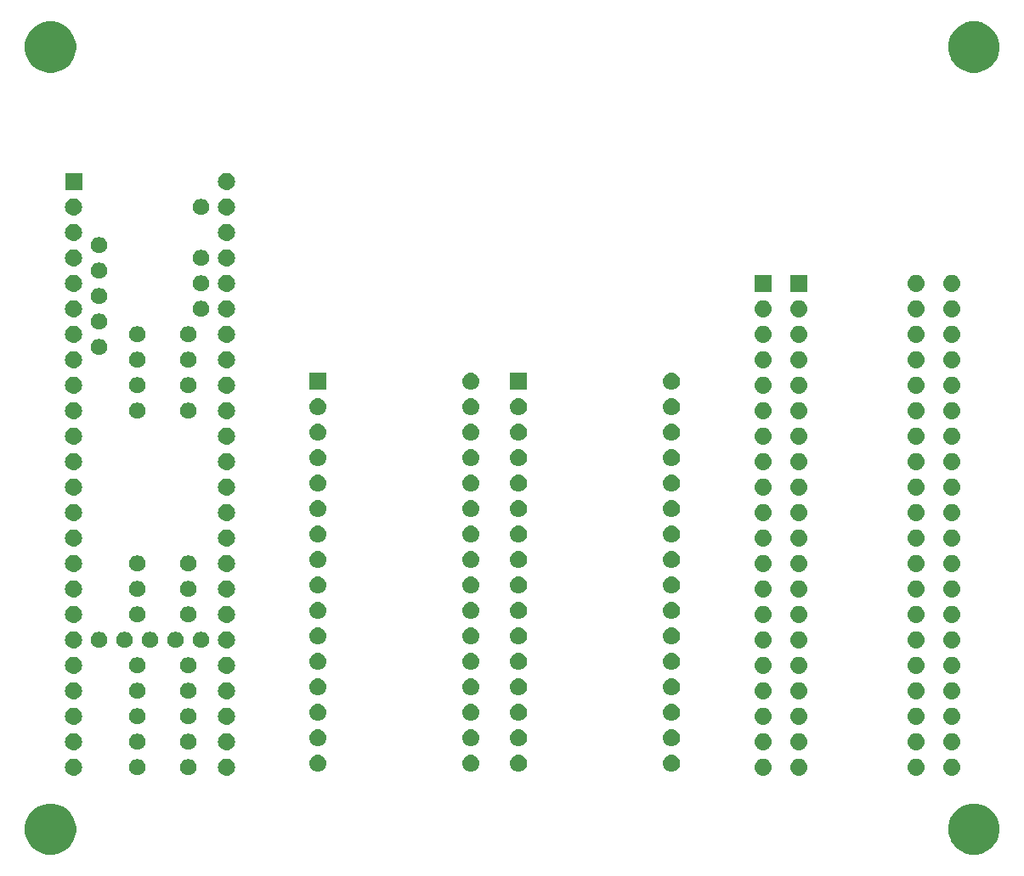
<source format=gbr>
G04 #@! TF.GenerationSoftware,KiCad,Pcbnew,(5.1.2-1)-1*
G04 #@! TF.CreationDate,2020-04-08T11:54:09+01:00*
G04 #@! TF.ProjectId,tranZPUter-SW,7472616e-5a50-4557-9465-722d53572e6b,rev?*
G04 #@! TF.SameCoordinates,Original*
G04 #@! TF.FileFunction,Soldermask,Bot*
G04 #@! TF.FilePolarity,Negative*
%FSLAX46Y46*%
G04 Gerber Fmt 4.6, Leading zero omitted, Abs format (unit mm)*
G04 Created by KiCad (PCBNEW (5.1.2-1)-1) date 2020-04-08 11:54:09*
%MOMM*%
%LPD*%
G04 APERTURE LIST*
%ADD10C,0.100000*%
G04 APERTURE END LIST*
D10*
G36*
X196744098Y-143547033D02*
G01*
X197208350Y-143739332D01*
X197208352Y-143739333D01*
X197626168Y-144018509D01*
X197981491Y-144373832D01*
X198116575Y-144576000D01*
X198260668Y-144791650D01*
X198452967Y-145255902D01*
X198551000Y-145748747D01*
X198551000Y-146251253D01*
X198452967Y-146744098D01*
X198331093Y-147038329D01*
X198260667Y-147208352D01*
X197981491Y-147626168D01*
X197626168Y-147981491D01*
X197208352Y-148260667D01*
X197208351Y-148260668D01*
X197208350Y-148260668D01*
X196744098Y-148452967D01*
X196251253Y-148551000D01*
X195748747Y-148551000D01*
X195255902Y-148452967D01*
X194791650Y-148260668D01*
X194791649Y-148260668D01*
X194791648Y-148260667D01*
X194373832Y-147981491D01*
X194018509Y-147626168D01*
X193739333Y-147208352D01*
X193668907Y-147038329D01*
X193547033Y-146744098D01*
X193449000Y-146251253D01*
X193449000Y-145748747D01*
X193547033Y-145255902D01*
X193739332Y-144791650D01*
X193883425Y-144576000D01*
X194018509Y-144373832D01*
X194373832Y-144018509D01*
X194791648Y-143739333D01*
X194791650Y-143739332D01*
X195255902Y-143547033D01*
X195748747Y-143449000D01*
X196251253Y-143449000D01*
X196744098Y-143547033D01*
X196744098Y-143547033D01*
G37*
G36*
X104744098Y-143547033D02*
G01*
X105208350Y-143739332D01*
X105208352Y-143739333D01*
X105626168Y-144018509D01*
X105981491Y-144373832D01*
X106116575Y-144576000D01*
X106260668Y-144791650D01*
X106452967Y-145255902D01*
X106551000Y-145748747D01*
X106551000Y-146251253D01*
X106452967Y-146744098D01*
X106331093Y-147038329D01*
X106260667Y-147208352D01*
X105981491Y-147626168D01*
X105626168Y-147981491D01*
X105208352Y-148260667D01*
X105208351Y-148260668D01*
X105208350Y-148260668D01*
X104744098Y-148452967D01*
X104251253Y-148551000D01*
X103748747Y-148551000D01*
X103255902Y-148452967D01*
X102791650Y-148260668D01*
X102791649Y-148260668D01*
X102791648Y-148260667D01*
X102373832Y-147981491D01*
X102018509Y-147626168D01*
X101739333Y-147208352D01*
X101668907Y-147038329D01*
X101547033Y-146744098D01*
X101449000Y-146251253D01*
X101449000Y-145748747D01*
X101547033Y-145255902D01*
X101739332Y-144791650D01*
X101883425Y-144576000D01*
X102018509Y-144373832D01*
X102373832Y-144018509D01*
X102791648Y-143739333D01*
X102791650Y-143739332D01*
X103255902Y-143547033D01*
X103748747Y-143449000D01*
X104251253Y-143449000D01*
X104744098Y-143547033D01*
X104744098Y-143547033D01*
G37*
G36*
X106465823Y-138988313D02*
G01*
X106626242Y-139036976D01*
X106754924Y-139105758D01*
X106774078Y-139115996D01*
X106903659Y-139222341D01*
X107010004Y-139351922D01*
X107010005Y-139351924D01*
X107089024Y-139499758D01*
X107137687Y-139660177D01*
X107154117Y-139827000D01*
X107137687Y-139993823D01*
X107089024Y-140154242D01*
X107026249Y-140271686D01*
X107010004Y-140302078D01*
X106903659Y-140431659D01*
X106774078Y-140538004D01*
X106774076Y-140538005D01*
X106626242Y-140617024D01*
X106465823Y-140665687D01*
X106340804Y-140678000D01*
X106257196Y-140678000D01*
X106132177Y-140665687D01*
X105971758Y-140617024D01*
X105823924Y-140538005D01*
X105823922Y-140538004D01*
X105694341Y-140431659D01*
X105587996Y-140302078D01*
X105571751Y-140271686D01*
X105508976Y-140154242D01*
X105460313Y-139993823D01*
X105443883Y-139827000D01*
X105460313Y-139660177D01*
X105508976Y-139499758D01*
X105587995Y-139351924D01*
X105587996Y-139351922D01*
X105694341Y-139222341D01*
X105823922Y-139115996D01*
X105843076Y-139105758D01*
X105971758Y-139036976D01*
X106132177Y-138988313D01*
X106257196Y-138976000D01*
X106340804Y-138976000D01*
X106465823Y-138988313D01*
X106465823Y-138988313D01*
G37*
G36*
X175172823Y-138988313D02*
G01*
X175333242Y-139036976D01*
X175461924Y-139105758D01*
X175481078Y-139115996D01*
X175610659Y-139222341D01*
X175717004Y-139351922D01*
X175717005Y-139351924D01*
X175796024Y-139499758D01*
X175844687Y-139660177D01*
X175861117Y-139827000D01*
X175844687Y-139993823D01*
X175796024Y-140154242D01*
X175733249Y-140271686D01*
X175717004Y-140302078D01*
X175610659Y-140431659D01*
X175481078Y-140538004D01*
X175481076Y-140538005D01*
X175333242Y-140617024D01*
X175172823Y-140665687D01*
X175047804Y-140678000D01*
X174964196Y-140678000D01*
X174839177Y-140665687D01*
X174678758Y-140617024D01*
X174530924Y-140538005D01*
X174530922Y-140538004D01*
X174401341Y-140431659D01*
X174294996Y-140302078D01*
X174278751Y-140271686D01*
X174215976Y-140154242D01*
X174167313Y-139993823D01*
X174150883Y-139827000D01*
X174167313Y-139660177D01*
X174215976Y-139499758D01*
X174294995Y-139351924D01*
X174294996Y-139351922D01*
X174401341Y-139222341D01*
X174530922Y-139115996D01*
X174550076Y-139105758D01*
X174678758Y-139036976D01*
X174839177Y-138988313D01*
X174964196Y-138976000D01*
X175047804Y-138976000D01*
X175172823Y-138988313D01*
X175172823Y-138988313D01*
G37*
G36*
X190412823Y-138988313D02*
G01*
X190573242Y-139036976D01*
X190701924Y-139105758D01*
X190721078Y-139115996D01*
X190850659Y-139222341D01*
X190957004Y-139351922D01*
X190957005Y-139351924D01*
X191036024Y-139499758D01*
X191084687Y-139660177D01*
X191101117Y-139827000D01*
X191084687Y-139993823D01*
X191036024Y-140154242D01*
X190973249Y-140271686D01*
X190957004Y-140302078D01*
X190850659Y-140431659D01*
X190721078Y-140538004D01*
X190721076Y-140538005D01*
X190573242Y-140617024D01*
X190412823Y-140665687D01*
X190287804Y-140678000D01*
X190204196Y-140678000D01*
X190079177Y-140665687D01*
X189918758Y-140617024D01*
X189770924Y-140538005D01*
X189770922Y-140538004D01*
X189641341Y-140431659D01*
X189534996Y-140302078D01*
X189518751Y-140271686D01*
X189455976Y-140154242D01*
X189407313Y-139993823D01*
X189390883Y-139827000D01*
X189407313Y-139660177D01*
X189455976Y-139499758D01*
X189534995Y-139351924D01*
X189534996Y-139351922D01*
X189641341Y-139222341D01*
X189770922Y-139115996D01*
X189790076Y-139105758D01*
X189918758Y-139036976D01*
X190079177Y-138988313D01*
X190204196Y-138976000D01*
X190287804Y-138976000D01*
X190412823Y-138988313D01*
X190412823Y-138988313D01*
G37*
G36*
X121705823Y-138988313D02*
G01*
X121866242Y-139036976D01*
X121994924Y-139105758D01*
X122014078Y-139115996D01*
X122143659Y-139222341D01*
X122250004Y-139351922D01*
X122250005Y-139351924D01*
X122329024Y-139499758D01*
X122377687Y-139660177D01*
X122394117Y-139827000D01*
X122377687Y-139993823D01*
X122329024Y-140154242D01*
X122266249Y-140271686D01*
X122250004Y-140302078D01*
X122143659Y-140431659D01*
X122014078Y-140538004D01*
X122014076Y-140538005D01*
X121866242Y-140617024D01*
X121705823Y-140665687D01*
X121580804Y-140678000D01*
X121497196Y-140678000D01*
X121372177Y-140665687D01*
X121211758Y-140617024D01*
X121063924Y-140538005D01*
X121063922Y-140538004D01*
X120934341Y-140431659D01*
X120827996Y-140302078D01*
X120811751Y-140271686D01*
X120748976Y-140154242D01*
X120700313Y-139993823D01*
X120683883Y-139827000D01*
X120700313Y-139660177D01*
X120748976Y-139499758D01*
X120827995Y-139351924D01*
X120827996Y-139351922D01*
X120934341Y-139222341D01*
X121063922Y-139115996D01*
X121083076Y-139105758D01*
X121211758Y-139036976D01*
X121372177Y-138988313D01*
X121497196Y-138976000D01*
X121580804Y-138976000D01*
X121705823Y-138988313D01*
X121705823Y-138988313D01*
G37*
G36*
X178728823Y-138988313D02*
G01*
X178889242Y-139036976D01*
X179017924Y-139105758D01*
X179037078Y-139115996D01*
X179166659Y-139222341D01*
X179273004Y-139351922D01*
X179273005Y-139351924D01*
X179352024Y-139499758D01*
X179400687Y-139660177D01*
X179417117Y-139827000D01*
X179400687Y-139993823D01*
X179352024Y-140154242D01*
X179289249Y-140271686D01*
X179273004Y-140302078D01*
X179166659Y-140431659D01*
X179037078Y-140538004D01*
X179037076Y-140538005D01*
X178889242Y-140617024D01*
X178728823Y-140665687D01*
X178603804Y-140678000D01*
X178520196Y-140678000D01*
X178395177Y-140665687D01*
X178234758Y-140617024D01*
X178086924Y-140538005D01*
X178086922Y-140538004D01*
X177957341Y-140431659D01*
X177850996Y-140302078D01*
X177834751Y-140271686D01*
X177771976Y-140154242D01*
X177723313Y-139993823D01*
X177706883Y-139827000D01*
X177723313Y-139660177D01*
X177771976Y-139499758D01*
X177850995Y-139351924D01*
X177850996Y-139351922D01*
X177957341Y-139222341D01*
X178086922Y-139115996D01*
X178106076Y-139105758D01*
X178234758Y-139036976D01*
X178395177Y-138988313D01*
X178520196Y-138976000D01*
X178603804Y-138976000D01*
X178728823Y-138988313D01*
X178728823Y-138988313D01*
G37*
G36*
X193968823Y-138988313D02*
G01*
X194129242Y-139036976D01*
X194257924Y-139105758D01*
X194277078Y-139115996D01*
X194406659Y-139222341D01*
X194513004Y-139351922D01*
X194513005Y-139351924D01*
X194592024Y-139499758D01*
X194640687Y-139660177D01*
X194657117Y-139827000D01*
X194640687Y-139993823D01*
X194592024Y-140154242D01*
X194529249Y-140271686D01*
X194513004Y-140302078D01*
X194406659Y-140431659D01*
X194277078Y-140538004D01*
X194277076Y-140538005D01*
X194129242Y-140617024D01*
X193968823Y-140665687D01*
X193843804Y-140678000D01*
X193760196Y-140678000D01*
X193635177Y-140665687D01*
X193474758Y-140617024D01*
X193326924Y-140538005D01*
X193326922Y-140538004D01*
X193197341Y-140431659D01*
X193090996Y-140302078D01*
X193074751Y-140271686D01*
X193011976Y-140154242D01*
X192963313Y-139993823D01*
X192946883Y-139827000D01*
X192963313Y-139660177D01*
X193011976Y-139499758D01*
X193090995Y-139351924D01*
X193090996Y-139351922D01*
X193197341Y-139222341D01*
X193326922Y-139115996D01*
X193346076Y-139105758D01*
X193474758Y-139036976D01*
X193635177Y-138988313D01*
X193760196Y-138976000D01*
X193843804Y-138976000D01*
X193968823Y-138988313D01*
X193968823Y-138988313D01*
G37*
G36*
X117966142Y-139045242D02*
G01*
X118114101Y-139106529D01*
X118247255Y-139195499D01*
X118360501Y-139308745D01*
X118449471Y-139441899D01*
X118510758Y-139589858D01*
X118542000Y-139746925D01*
X118542000Y-139907075D01*
X118510758Y-140064142D01*
X118449471Y-140212101D01*
X118360501Y-140345255D01*
X118247255Y-140458501D01*
X118114101Y-140547471D01*
X117966142Y-140608758D01*
X117809075Y-140640000D01*
X117648925Y-140640000D01*
X117491858Y-140608758D01*
X117343899Y-140547471D01*
X117210745Y-140458501D01*
X117097499Y-140345255D01*
X117008529Y-140212101D01*
X116947242Y-140064142D01*
X116916000Y-139907075D01*
X116916000Y-139746925D01*
X116947242Y-139589858D01*
X117008529Y-139441899D01*
X117097499Y-139308745D01*
X117210745Y-139195499D01*
X117343899Y-139106529D01*
X117491858Y-139045242D01*
X117648925Y-139014000D01*
X117809075Y-139014000D01*
X117966142Y-139045242D01*
X117966142Y-139045242D01*
G37*
G36*
X112886142Y-139045242D02*
G01*
X113034101Y-139106529D01*
X113167255Y-139195499D01*
X113280501Y-139308745D01*
X113369471Y-139441899D01*
X113430758Y-139589858D01*
X113462000Y-139746925D01*
X113462000Y-139907075D01*
X113430758Y-140064142D01*
X113369471Y-140212101D01*
X113280501Y-140345255D01*
X113167255Y-140458501D01*
X113034101Y-140547471D01*
X112886142Y-140608758D01*
X112729075Y-140640000D01*
X112568925Y-140640000D01*
X112411858Y-140608758D01*
X112263899Y-140547471D01*
X112130745Y-140458501D01*
X112017499Y-140345255D01*
X111928529Y-140212101D01*
X111867242Y-140064142D01*
X111836000Y-139907075D01*
X111836000Y-139746925D01*
X111867242Y-139589858D01*
X111928529Y-139441899D01*
X112017499Y-139308745D01*
X112130745Y-139195499D01*
X112263899Y-139106529D01*
X112411858Y-139045242D01*
X112568925Y-139014000D01*
X112729075Y-139014000D01*
X112886142Y-139045242D01*
X112886142Y-139045242D01*
G37*
G36*
X130801823Y-138594313D02*
G01*
X130962242Y-138642976D01*
X131094906Y-138713886D01*
X131110078Y-138721996D01*
X131239659Y-138828341D01*
X131346004Y-138957922D01*
X131346005Y-138957924D01*
X131425024Y-139105758D01*
X131473687Y-139266177D01*
X131490117Y-139433000D01*
X131473687Y-139599823D01*
X131425024Y-139760242D01*
X131389341Y-139827000D01*
X131346004Y-139908078D01*
X131239659Y-140037659D01*
X131110078Y-140144004D01*
X131110076Y-140144005D01*
X130962242Y-140223024D01*
X130801823Y-140271687D01*
X130676804Y-140284000D01*
X130593196Y-140284000D01*
X130468177Y-140271687D01*
X130307758Y-140223024D01*
X130159924Y-140144005D01*
X130159922Y-140144004D01*
X130030341Y-140037659D01*
X129923996Y-139908078D01*
X129880659Y-139827000D01*
X129844976Y-139760242D01*
X129796313Y-139599823D01*
X129779883Y-139433000D01*
X129796313Y-139266177D01*
X129844976Y-139105758D01*
X129923995Y-138957924D01*
X129923996Y-138957922D01*
X130030341Y-138828341D01*
X130159922Y-138721996D01*
X130175094Y-138713886D01*
X130307758Y-138642976D01*
X130468177Y-138594313D01*
X130593196Y-138582000D01*
X130676804Y-138582000D01*
X130801823Y-138594313D01*
X130801823Y-138594313D01*
G37*
G36*
X166041823Y-138594313D02*
G01*
X166202242Y-138642976D01*
X166334906Y-138713886D01*
X166350078Y-138721996D01*
X166479659Y-138828341D01*
X166586004Y-138957922D01*
X166586005Y-138957924D01*
X166665024Y-139105758D01*
X166713687Y-139266177D01*
X166730117Y-139433000D01*
X166713687Y-139599823D01*
X166665024Y-139760242D01*
X166629341Y-139827000D01*
X166586004Y-139908078D01*
X166479659Y-140037659D01*
X166350078Y-140144004D01*
X166350076Y-140144005D01*
X166202242Y-140223024D01*
X166041823Y-140271687D01*
X165916804Y-140284000D01*
X165833196Y-140284000D01*
X165708177Y-140271687D01*
X165547758Y-140223024D01*
X165399924Y-140144005D01*
X165399922Y-140144004D01*
X165270341Y-140037659D01*
X165163996Y-139908078D01*
X165120659Y-139827000D01*
X165084976Y-139760242D01*
X165036313Y-139599823D01*
X165019883Y-139433000D01*
X165036313Y-139266177D01*
X165084976Y-139105758D01*
X165163995Y-138957924D01*
X165163996Y-138957922D01*
X165270341Y-138828341D01*
X165399922Y-138721996D01*
X165415094Y-138713886D01*
X165547758Y-138642976D01*
X165708177Y-138594313D01*
X165833196Y-138582000D01*
X165916804Y-138582000D01*
X166041823Y-138594313D01*
X166041823Y-138594313D01*
G37*
G36*
X150801823Y-138594313D02*
G01*
X150962242Y-138642976D01*
X151094906Y-138713886D01*
X151110078Y-138721996D01*
X151239659Y-138828341D01*
X151346004Y-138957922D01*
X151346005Y-138957924D01*
X151425024Y-139105758D01*
X151473687Y-139266177D01*
X151490117Y-139433000D01*
X151473687Y-139599823D01*
X151425024Y-139760242D01*
X151389341Y-139827000D01*
X151346004Y-139908078D01*
X151239659Y-140037659D01*
X151110078Y-140144004D01*
X151110076Y-140144005D01*
X150962242Y-140223024D01*
X150801823Y-140271687D01*
X150676804Y-140284000D01*
X150593196Y-140284000D01*
X150468177Y-140271687D01*
X150307758Y-140223024D01*
X150159924Y-140144005D01*
X150159922Y-140144004D01*
X150030341Y-140037659D01*
X149923996Y-139908078D01*
X149880659Y-139827000D01*
X149844976Y-139760242D01*
X149796313Y-139599823D01*
X149779883Y-139433000D01*
X149796313Y-139266177D01*
X149844976Y-139105758D01*
X149923995Y-138957924D01*
X149923996Y-138957922D01*
X150030341Y-138828341D01*
X150159922Y-138721996D01*
X150175094Y-138713886D01*
X150307758Y-138642976D01*
X150468177Y-138594313D01*
X150593196Y-138582000D01*
X150676804Y-138582000D01*
X150801823Y-138594313D01*
X150801823Y-138594313D01*
G37*
G36*
X146041823Y-138594313D02*
G01*
X146202242Y-138642976D01*
X146334906Y-138713886D01*
X146350078Y-138721996D01*
X146479659Y-138828341D01*
X146586004Y-138957922D01*
X146586005Y-138957924D01*
X146665024Y-139105758D01*
X146713687Y-139266177D01*
X146730117Y-139433000D01*
X146713687Y-139599823D01*
X146665024Y-139760242D01*
X146629341Y-139827000D01*
X146586004Y-139908078D01*
X146479659Y-140037659D01*
X146350078Y-140144004D01*
X146350076Y-140144005D01*
X146202242Y-140223024D01*
X146041823Y-140271687D01*
X145916804Y-140284000D01*
X145833196Y-140284000D01*
X145708177Y-140271687D01*
X145547758Y-140223024D01*
X145399924Y-140144005D01*
X145399922Y-140144004D01*
X145270341Y-140037659D01*
X145163996Y-139908078D01*
X145120659Y-139827000D01*
X145084976Y-139760242D01*
X145036313Y-139599823D01*
X145019883Y-139433000D01*
X145036313Y-139266177D01*
X145084976Y-139105758D01*
X145163995Y-138957924D01*
X145163996Y-138957922D01*
X145270341Y-138828341D01*
X145399922Y-138721996D01*
X145415094Y-138713886D01*
X145547758Y-138642976D01*
X145708177Y-138594313D01*
X145833196Y-138582000D01*
X145916804Y-138582000D01*
X146041823Y-138594313D01*
X146041823Y-138594313D01*
G37*
G36*
X178728823Y-136448313D02*
G01*
X178889242Y-136496976D01*
X179017924Y-136565758D01*
X179037078Y-136575996D01*
X179166659Y-136682341D01*
X179273004Y-136811922D01*
X179273005Y-136811924D01*
X179352024Y-136959758D01*
X179400687Y-137120177D01*
X179417117Y-137287000D01*
X179400687Y-137453823D01*
X179352024Y-137614242D01*
X179289249Y-137731686D01*
X179273004Y-137762078D01*
X179166659Y-137891659D01*
X179037078Y-137998004D01*
X179037076Y-137998005D01*
X178889242Y-138077024D01*
X178728823Y-138125687D01*
X178603804Y-138138000D01*
X178520196Y-138138000D01*
X178395177Y-138125687D01*
X178234758Y-138077024D01*
X178086924Y-137998005D01*
X178086922Y-137998004D01*
X177957341Y-137891659D01*
X177850996Y-137762078D01*
X177834751Y-137731686D01*
X177771976Y-137614242D01*
X177723313Y-137453823D01*
X177706883Y-137287000D01*
X177723313Y-137120177D01*
X177771976Y-136959758D01*
X177850995Y-136811924D01*
X177850996Y-136811922D01*
X177957341Y-136682341D01*
X178086922Y-136575996D01*
X178106076Y-136565758D01*
X178234758Y-136496976D01*
X178395177Y-136448313D01*
X178520196Y-136436000D01*
X178603804Y-136436000D01*
X178728823Y-136448313D01*
X178728823Y-136448313D01*
G37*
G36*
X106465823Y-136448313D02*
G01*
X106626242Y-136496976D01*
X106754924Y-136565758D01*
X106774078Y-136575996D01*
X106903659Y-136682341D01*
X107010004Y-136811922D01*
X107010005Y-136811924D01*
X107089024Y-136959758D01*
X107137687Y-137120177D01*
X107154117Y-137287000D01*
X107137687Y-137453823D01*
X107089024Y-137614242D01*
X107026249Y-137731686D01*
X107010004Y-137762078D01*
X106903659Y-137891659D01*
X106774078Y-137998004D01*
X106774076Y-137998005D01*
X106626242Y-138077024D01*
X106465823Y-138125687D01*
X106340804Y-138138000D01*
X106257196Y-138138000D01*
X106132177Y-138125687D01*
X105971758Y-138077024D01*
X105823924Y-137998005D01*
X105823922Y-137998004D01*
X105694341Y-137891659D01*
X105587996Y-137762078D01*
X105571751Y-137731686D01*
X105508976Y-137614242D01*
X105460313Y-137453823D01*
X105443883Y-137287000D01*
X105460313Y-137120177D01*
X105508976Y-136959758D01*
X105587995Y-136811924D01*
X105587996Y-136811922D01*
X105694341Y-136682341D01*
X105823922Y-136575996D01*
X105843076Y-136565758D01*
X105971758Y-136496976D01*
X106132177Y-136448313D01*
X106257196Y-136436000D01*
X106340804Y-136436000D01*
X106465823Y-136448313D01*
X106465823Y-136448313D01*
G37*
G36*
X193968823Y-136448313D02*
G01*
X194129242Y-136496976D01*
X194257924Y-136565758D01*
X194277078Y-136575996D01*
X194406659Y-136682341D01*
X194513004Y-136811922D01*
X194513005Y-136811924D01*
X194592024Y-136959758D01*
X194640687Y-137120177D01*
X194657117Y-137287000D01*
X194640687Y-137453823D01*
X194592024Y-137614242D01*
X194529249Y-137731686D01*
X194513004Y-137762078D01*
X194406659Y-137891659D01*
X194277078Y-137998004D01*
X194277076Y-137998005D01*
X194129242Y-138077024D01*
X193968823Y-138125687D01*
X193843804Y-138138000D01*
X193760196Y-138138000D01*
X193635177Y-138125687D01*
X193474758Y-138077024D01*
X193326924Y-137998005D01*
X193326922Y-137998004D01*
X193197341Y-137891659D01*
X193090996Y-137762078D01*
X193074751Y-137731686D01*
X193011976Y-137614242D01*
X192963313Y-137453823D01*
X192946883Y-137287000D01*
X192963313Y-137120177D01*
X193011976Y-136959758D01*
X193090995Y-136811924D01*
X193090996Y-136811922D01*
X193197341Y-136682341D01*
X193326922Y-136575996D01*
X193346076Y-136565758D01*
X193474758Y-136496976D01*
X193635177Y-136448313D01*
X193760196Y-136436000D01*
X193843804Y-136436000D01*
X193968823Y-136448313D01*
X193968823Y-136448313D01*
G37*
G36*
X121705823Y-136448313D02*
G01*
X121866242Y-136496976D01*
X121994924Y-136565758D01*
X122014078Y-136575996D01*
X122143659Y-136682341D01*
X122250004Y-136811922D01*
X122250005Y-136811924D01*
X122329024Y-136959758D01*
X122377687Y-137120177D01*
X122394117Y-137287000D01*
X122377687Y-137453823D01*
X122329024Y-137614242D01*
X122266249Y-137731686D01*
X122250004Y-137762078D01*
X122143659Y-137891659D01*
X122014078Y-137998004D01*
X122014076Y-137998005D01*
X121866242Y-138077024D01*
X121705823Y-138125687D01*
X121580804Y-138138000D01*
X121497196Y-138138000D01*
X121372177Y-138125687D01*
X121211758Y-138077024D01*
X121063924Y-137998005D01*
X121063922Y-137998004D01*
X120934341Y-137891659D01*
X120827996Y-137762078D01*
X120811751Y-137731686D01*
X120748976Y-137614242D01*
X120700313Y-137453823D01*
X120683883Y-137287000D01*
X120700313Y-137120177D01*
X120748976Y-136959758D01*
X120827995Y-136811924D01*
X120827996Y-136811922D01*
X120934341Y-136682341D01*
X121063922Y-136575996D01*
X121083076Y-136565758D01*
X121211758Y-136496976D01*
X121372177Y-136448313D01*
X121497196Y-136436000D01*
X121580804Y-136436000D01*
X121705823Y-136448313D01*
X121705823Y-136448313D01*
G37*
G36*
X175172823Y-136448313D02*
G01*
X175333242Y-136496976D01*
X175461924Y-136565758D01*
X175481078Y-136575996D01*
X175610659Y-136682341D01*
X175717004Y-136811922D01*
X175717005Y-136811924D01*
X175796024Y-136959758D01*
X175844687Y-137120177D01*
X175861117Y-137287000D01*
X175844687Y-137453823D01*
X175796024Y-137614242D01*
X175733249Y-137731686D01*
X175717004Y-137762078D01*
X175610659Y-137891659D01*
X175481078Y-137998004D01*
X175481076Y-137998005D01*
X175333242Y-138077024D01*
X175172823Y-138125687D01*
X175047804Y-138138000D01*
X174964196Y-138138000D01*
X174839177Y-138125687D01*
X174678758Y-138077024D01*
X174530924Y-137998005D01*
X174530922Y-137998004D01*
X174401341Y-137891659D01*
X174294996Y-137762078D01*
X174278751Y-137731686D01*
X174215976Y-137614242D01*
X174167313Y-137453823D01*
X174150883Y-137287000D01*
X174167313Y-137120177D01*
X174215976Y-136959758D01*
X174294995Y-136811924D01*
X174294996Y-136811922D01*
X174401341Y-136682341D01*
X174530922Y-136575996D01*
X174550076Y-136565758D01*
X174678758Y-136496976D01*
X174839177Y-136448313D01*
X174964196Y-136436000D01*
X175047804Y-136436000D01*
X175172823Y-136448313D01*
X175172823Y-136448313D01*
G37*
G36*
X190412823Y-136448313D02*
G01*
X190573242Y-136496976D01*
X190701924Y-136565758D01*
X190721078Y-136575996D01*
X190850659Y-136682341D01*
X190957004Y-136811922D01*
X190957005Y-136811924D01*
X191036024Y-136959758D01*
X191084687Y-137120177D01*
X191101117Y-137287000D01*
X191084687Y-137453823D01*
X191036024Y-137614242D01*
X190973249Y-137731686D01*
X190957004Y-137762078D01*
X190850659Y-137891659D01*
X190721078Y-137998004D01*
X190721076Y-137998005D01*
X190573242Y-138077024D01*
X190412823Y-138125687D01*
X190287804Y-138138000D01*
X190204196Y-138138000D01*
X190079177Y-138125687D01*
X189918758Y-138077024D01*
X189770924Y-137998005D01*
X189770922Y-137998004D01*
X189641341Y-137891659D01*
X189534996Y-137762078D01*
X189518751Y-137731686D01*
X189455976Y-137614242D01*
X189407313Y-137453823D01*
X189390883Y-137287000D01*
X189407313Y-137120177D01*
X189455976Y-136959758D01*
X189534995Y-136811924D01*
X189534996Y-136811922D01*
X189641341Y-136682341D01*
X189770922Y-136575996D01*
X189790076Y-136565758D01*
X189918758Y-136496976D01*
X190079177Y-136448313D01*
X190204196Y-136436000D01*
X190287804Y-136436000D01*
X190412823Y-136448313D01*
X190412823Y-136448313D01*
G37*
G36*
X117966142Y-136505242D02*
G01*
X118114101Y-136566529D01*
X118247255Y-136655499D01*
X118360501Y-136768745D01*
X118449471Y-136901899D01*
X118510758Y-137049858D01*
X118542000Y-137206925D01*
X118542000Y-137367075D01*
X118510758Y-137524142D01*
X118449471Y-137672101D01*
X118360501Y-137805255D01*
X118247255Y-137918501D01*
X118114101Y-138007471D01*
X117966142Y-138068758D01*
X117809075Y-138100000D01*
X117648925Y-138100000D01*
X117491858Y-138068758D01*
X117343899Y-138007471D01*
X117210745Y-137918501D01*
X117097499Y-137805255D01*
X117008529Y-137672101D01*
X116947242Y-137524142D01*
X116916000Y-137367075D01*
X116916000Y-137206925D01*
X116947242Y-137049858D01*
X117008529Y-136901899D01*
X117097499Y-136768745D01*
X117210745Y-136655499D01*
X117343899Y-136566529D01*
X117491858Y-136505242D01*
X117648925Y-136474000D01*
X117809075Y-136474000D01*
X117966142Y-136505242D01*
X117966142Y-136505242D01*
G37*
G36*
X112886142Y-136505242D02*
G01*
X113034101Y-136566529D01*
X113167255Y-136655499D01*
X113280501Y-136768745D01*
X113369471Y-136901899D01*
X113430758Y-137049858D01*
X113462000Y-137206925D01*
X113462000Y-137367075D01*
X113430758Y-137524142D01*
X113369471Y-137672101D01*
X113280501Y-137805255D01*
X113167255Y-137918501D01*
X113034101Y-138007471D01*
X112886142Y-138068758D01*
X112729075Y-138100000D01*
X112568925Y-138100000D01*
X112411858Y-138068758D01*
X112263899Y-138007471D01*
X112130745Y-137918501D01*
X112017499Y-137805255D01*
X111928529Y-137672101D01*
X111867242Y-137524142D01*
X111836000Y-137367075D01*
X111836000Y-137206925D01*
X111867242Y-137049858D01*
X111928529Y-136901899D01*
X112017499Y-136768745D01*
X112130745Y-136655499D01*
X112263899Y-136566529D01*
X112411858Y-136505242D01*
X112568925Y-136474000D01*
X112729075Y-136474000D01*
X112886142Y-136505242D01*
X112886142Y-136505242D01*
G37*
G36*
X130801823Y-136054313D02*
G01*
X130962242Y-136102976D01*
X131094906Y-136173886D01*
X131110078Y-136181996D01*
X131239659Y-136288341D01*
X131346004Y-136417922D01*
X131346005Y-136417924D01*
X131425024Y-136565758D01*
X131473687Y-136726177D01*
X131490117Y-136893000D01*
X131473687Y-137059823D01*
X131425024Y-137220242D01*
X131389341Y-137287000D01*
X131346004Y-137368078D01*
X131239659Y-137497659D01*
X131110078Y-137604004D01*
X131110076Y-137604005D01*
X130962242Y-137683024D01*
X130801823Y-137731687D01*
X130676804Y-137744000D01*
X130593196Y-137744000D01*
X130468177Y-137731687D01*
X130307758Y-137683024D01*
X130159924Y-137604005D01*
X130159922Y-137604004D01*
X130030341Y-137497659D01*
X129923996Y-137368078D01*
X129880659Y-137287000D01*
X129844976Y-137220242D01*
X129796313Y-137059823D01*
X129779883Y-136893000D01*
X129796313Y-136726177D01*
X129844976Y-136565758D01*
X129923995Y-136417924D01*
X129923996Y-136417922D01*
X130030341Y-136288341D01*
X130159922Y-136181996D01*
X130175094Y-136173886D01*
X130307758Y-136102976D01*
X130468177Y-136054313D01*
X130593196Y-136042000D01*
X130676804Y-136042000D01*
X130801823Y-136054313D01*
X130801823Y-136054313D01*
G37*
G36*
X146041823Y-136054313D02*
G01*
X146202242Y-136102976D01*
X146334906Y-136173886D01*
X146350078Y-136181996D01*
X146479659Y-136288341D01*
X146586004Y-136417922D01*
X146586005Y-136417924D01*
X146665024Y-136565758D01*
X146713687Y-136726177D01*
X146730117Y-136893000D01*
X146713687Y-137059823D01*
X146665024Y-137220242D01*
X146629341Y-137287000D01*
X146586004Y-137368078D01*
X146479659Y-137497659D01*
X146350078Y-137604004D01*
X146350076Y-137604005D01*
X146202242Y-137683024D01*
X146041823Y-137731687D01*
X145916804Y-137744000D01*
X145833196Y-137744000D01*
X145708177Y-137731687D01*
X145547758Y-137683024D01*
X145399924Y-137604005D01*
X145399922Y-137604004D01*
X145270341Y-137497659D01*
X145163996Y-137368078D01*
X145120659Y-137287000D01*
X145084976Y-137220242D01*
X145036313Y-137059823D01*
X145019883Y-136893000D01*
X145036313Y-136726177D01*
X145084976Y-136565758D01*
X145163995Y-136417924D01*
X145163996Y-136417922D01*
X145270341Y-136288341D01*
X145399922Y-136181996D01*
X145415094Y-136173886D01*
X145547758Y-136102976D01*
X145708177Y-136054313D01*
X145833196Y-136042000D01*
X145916804Y-136042000D01*
X146041823Y-136054313D01*
X146041823Y-136054313D01*
G37*
G36*
X150801823Y-136054313D02*
G01*
X150962242Y-136102976D01*
X151094906Y-136173886D01*
X151110078Y-136181996D01*
X151239659Y-136288341D01*
X151346004Y-136417922D01*
X151346005Y-136417924D01*
X151425024Y-136565758D01*
X151473687Y-136726177D01*
X151490117Y-136893000D01*
X151473687Y-137059823D01*
X151425024Y-137220242D01*
X151389341Y-137287000D01*
X151346004Y-137368078D01*
X151239659Y-137497659D01*
X151110078Y-137604004D01*
X151110076Y-137604005D01*
X150962242Y-137683024D01*
X150801823Y-137731687D01*
X150676804Y-137744000D01*
X150593196Y-137744000D01*
X150468177Y-137731687D01*
X150307758Y-137683024D01*
X150159924Y-137604005D01*
X150159922Y-137604004D01*
X150030341Y-137497659D01*
X149923996Y-137368078D01*
X149880659Y-137287000D01*
X149844976Y-137220242D01*
X149796313Y-137059823D01*
X149779883Y-136893000D01*
X149796313Y-136726177D01*
X149844976Y-136565758D01*
X149923995Y-136417924D01*
X149923996Y-136417922D01*
X150030341Y-136288341D01*
X150159922Y-136181996D01*
X150175094Y-136173886D01*
X150307758Y-136102976D01*
X150468177Y-136054313D01*
X150593196Y-136042000D01*
X150676804Y-136042000D01*
X150801823Y-136054313D01*
X150801823Y-136054313D01*
G37*
G36*
X166041823Y-136054313D02*
G01*
X166202242Y-136102976D01*
X166334906Y-136173886D01*
X166350078Y-136181996D01*
X166479659Y-136288341D01*
X166586004Y-136417922D01*
X166586005Y-136417924D01*
X166665024Y-136565758D01*
X166713687Y-136726177D01*
X166730117Y-136893000D01*
X166713687Y-137059823D01*
X166665024Y-137220242D01*
X166629341Y-137287000D01*
X166586004Y-137368078D01*
X166479659Y-137497659D01*
X166350078Y-137604004D01*
X166350076Y-137604005D01*
X166202242Y-137683024D01*
X166041823Y-137731687D01*
X165916804Y-137744000D01*
X165833196Y-137744000D01*
X165708177Y-137731687D01*
X165547758Y-137683024D01*
X165399924Y-137604005D01*
X165399922Y-137604004D01*
X165270341Y-137497659D01*
X165163996Y-137368078D01*
X165120659Y-137287000D01*
X165084976Y-137220242D01*
X165036313Y-137059823D01*
X165019883Y-136893000D01*
X165036313Y-136726177D01*
X165084976Y-136565758D01*
X165163995Y-136417924D01*
X165163996Y-136417922D01*
X165270341Y-136288341D01*
X165399922Y-136181996D01*
X165415094Y-136173886D01*
X165547758Y-136102976D01*
X165708177Y-136054313D01*
X165833196Y-136042000D01*
X165916804Y-136042000D01*
X166041823Y-136054313D01*
X166041823Y-136054313D01*
G37*
G36*
X190412823Y-133908313D02*
G01*
X190573242Y-133956976D01*
X190701924Y-134025758D01*
X190721078Y-134035996D01*
X190850659Y-134142341D01*
X190957004Y-134271922D01*
X190957005Y-134271924D01*
X191036024Y-134419758D01*
X191084687Y-134580177D01*
X191101117Y-134747000D01*
X191084687Y-134913823D01*
X191036024Y-135074242D01*
X190973249Y-135191686D01*
X190957004Y-135222078D01*
X190850659Y-135351659D01*
X190721078Y-135458004D01*
X190721076Y-135458005D01*
X190573242Y-135537024D01*
X190412823Y-135585687D01*
X190287804Y-135598000D01*
X190204196Y-135598000D01*
X190079177Y-135585687D01*
X189918758Y-135537024D01*
X189770924Y-135458005D01*
X189770922Y-135458004D01*
X189641341Y-135351659D01*
X189534996Y-135222078D01*
X189518751Y-135191686D01*
X189455976Y-135074242D01*
X189407313Y-134913823D01*
X189390883Y-134747000D01*
X189407313Y-134580177D01*
X189455976Y-134419758D01*
X189534995Y-134271924D01*
X189534996Y-134271922D01*
X189641341Y-134142341D01*
X189770922Y-134035996D01*
X189790076Y-134025758D01*
X189918758Y-133956976D01*
X190079177Y-133908313D01*
X190204196Y-133896000D01*
X190287804Y-133896000D01*
X190412823Y-133908313D01*
X190412823Y-133908313D01*
G37*
G36*
X106465823Y-133908313D02*
G01*
X106626242Y-133956976D01*
X106754924Y-134025758D01*
X106774078Y-134035996D01*
X106903659Y-134142341D01*
X107010004Y-134271922D01*
X107010005Y-134271924D01*
X107089024Y-134419758D01*
X107137687Y-134580177D01*
X107154117Y-134747000D01*
X107137687Y-134913823D01*
X107089024Y-135074242D01*
X107026249Y-135191686D01*
X107010004Y-135222078D01*
X106903659Y-135351659D01*
X106774078Y-135458004D01*
X106774076Y-135458005D01*
X106626242Y-135537024D01*
X106465823Y-135585687D01*
X106340804Y-135598000D01*
X106257196Y-135598000D01*
X106132177Y-135585687D01*
X105971758Y-135537024D01*
X105823924Y-135458005D01*
X105823922Y-135458004D01*
X105694341Y-135351659D01*
X105587996Y-135222078D01*
X105571751Y-135191686D01*
X105508976Y-135074242D01*
X105460313Y-134913823D01*
X105443883Y-134747000D01*
X105460313Y-134580177D01*
X105508976Y-134419758D01*
X105587995Y-134271924D01*
X105587996Y-134271922D01*
X105694341Y-134142341D01*
X105823922Y-134035996D01*
X105843076Y-134025758D01*
X105971758Y-133956976D01*
X106132177Y-133908313D01*
X106257196Y-133896000D01*
X106340804Y-133896000D01*
X106465823Y-133908313D01*
X106465823Y-133908313D01*
G37*
G36*
X121705823Y-133908313D02*
G01*
X121866242Y-133956976D01*
X121994924Y-134025758D01*
X122014078Y-134035996D01*
X122143659Y-134142341D01*
X122250004Y-134271922D01*
X122250005Y-134271924D01*
X122329024Y-134419758D01*
X122377687Y-134580177D01*
X122394117Y-134747000D01*
X122377687Y-134913823D01*
X122329024Y-135074242D01*
X122266249Y-135191686D01*
X122250004Y-135222078D01*
X122143659Y-135351659D01*
X122014078Y-135458004D01*
X122014076Y-135458005D01*
X121866242Y-135537024D01*
X121705823Y-135585687D01*
X121580804Y-135598000D01*
X121497196Y-135598000D01*
X121372177Y-135585687D01*
X121211758Y-135537024D01*
X121063924Y-135458005D01*
X121063922Y-135458004D01*
X120934341Y-135351659D01*
X120827996Y-135222078D01*
X120811751Y-135191686D01*
X120748976Y-135074242D01*
X120700313Y-134913823D01*
X120683883Y-134747000D01*
X120700313Y-134580177D01*
X120748976Y-134419758D01*
X120827995Y-134271924D01*
X120827996Y-134271922D01*
X120934341Y-134142341D01*
X121063922Y-134035996D01*
X121083076Y-134025758D01*
X121211758Y-133956976D01*
X121372177Y-133908313D01*
X121497196Y-133896000D01*
X121580804Y-133896000D01*
X121705823Y-133908313D01*
X121705823Y-133908313D01*
G37*
G36*
X175172823Y-133908313D02*
G01*
X175333242Y-133956976D01*
X175461924Y-134025758D01*
X175481078Y-134035996D01*
X175610659Y-134142341D01*
X175717004Y-134271922D01*
X175717005Y-134271924D01*
X175796024Y-134419758D01*
X175844687Y-134580177D01*
X175861117Y-134747000D01*
X175844687Y-134913823D01*
X175796024Y-135074242D01*
X175733249Y-135191686D01*
X175717004Y-135222078D01*
X175610659Y-135351659D01*
X175481078Y-135458004D01*
X175481076Y-135458005D01*
X175333242Y-135537024D01*
X175172823Y-135585687D01*
X175047804Y-135598000D01*
X174964196Y-135598000D01*
X174839177Y-135585687D01*
X174678758Y-135537024D01*
X174530924Y-135458005D01*
X174530922Y-135458004D01*
X174401341Y-135351659D01*
X174294996Y-135222078D01*
X174278751Y-135191686D01*
X174215976Y-135074242D01*
X174167313Y-134913823D01*
X174150883Y-134747000D01*
X174167313Y-134580177D01*
X174215976Y-134419758D01*
X174294995Y-134271924D01*
X174294996Y-134271922D01*
X174401341Y-134142341D01*
X174530922Y-134035996D01*
X174550076Y-134025758D01*
X174678758Y-133956976D01*
X174839177Y-133908313D01*
X174964196Y-133896000D01*
X175047804Y-133896000D01*
X175172823Y-133908313D01*
X175172823Y-133908313D01*
G37*
G36*
X193968823Y-133908313D02*
G01*
X194129242Y-133956976D01*
X194257924Y-134025758D01*
X194277078Y-134035996D01*
X194406659Y-134142341D01*
X194513004Y-134271922D01*
X194513005Y-134271924D01*
X194592024Y-134419758D01*
X194640687Y-134580177D01*
X194657117Y-134747000D01*
X194640687Y-134913823D01*
X194592024Y-135074242D01*
X194529249Y-135191686D01*
X194513004Y-135222078D01*
X194406659Y-135351659D01*
X194277078Y-135458004D01*
X194277076Y-135458005D01*
X194129242Y-135537024D01*
X193968823Y-135585687D01*
X193843804Y-135598000D01*
X193760196Y-135598000D01*
X193635177Y-135585687D01*
X193474758Y-135537024D01*
X193326924Y-135458005D01*
X193326922Y-135458004D01*
X193197341Y-135351659D01*
X193090996Y-135222078D01*
X193074751Y-135191686D01*
X193011976Y-135074242D01*
X192963313Y-134913823D01*
X192946883Y-134747000D01*
X192963313Y-134580177D01*
X193011976Y-134419758D01*
X193090995Y-134271924D01*
X193090996Y-134271922D01*
X193197341Y-134142341D01*
X193326922Y-134035996D01*
X193346076Y-134025758D01*
X193474758Y-133956976D01*
X193635177Y-133908313D01*
X193760196Y-133896000D01*
X193843804Y-133896000D01*
X193968823Y-133908313D01*
X193968823Y-133908313D01*
G37*
G36*
X178728823Y-133908313D02*
G01*
X178889242Y-133956976D01*
X179017924Y-134025758D01*
X179037078Y-134035996D01*
X179166659Y-134142341D01*
X179273004Y-134271922D01*
X179273005Y-134271924D01*
X179352024Y-134419758D01*
X179400687Y-134580177D01*
X179417117Y-134747000D01*
X179400687Y-134913823D01*
X179352024Y-135074242D01*
X179289249Y-135191686D01*
X179273004Y-135222078D01*
X179166659Y-135351659D01*
X179037078Y-135458004D01*
X179037076Y-135458005D01*
X178889242Y-135537024D01*
X178728823Y-135585687D01*
X178603804Y-135598000D01*
X178520196Y-135598000D01*
X178395177Y-135585687D01*
X178234758Y-135537024D01*
X178086924Y-135458005D01*
X178086922Y-135458004D01*
X177957341Y-135351659D01*
X177850996Y-135222078D01*
X177834751Y-135191686D01*
X177771976Y-135074242D01*
X177723313Y-134913823D01*
X177706883Y-134747000D01*
X177723313Y-134580177D01*
X177771976Y-134419758D01*
X177850995Y-134271924D01*
X177850996Y-134271922D01*
X177957341Y-134142341D01*
X178086922Y-134035996D01*
X178106076Y-134025758D01*
X178234758Y-133956976D01*
X178395177Y-133908313D01*
X178520196Y-133896000D01*
X178603804Y-133896000D01*
X178728823Y-133908313D01*
X178728823Y-133908313D01*
G37*
G36*
X112886142Y-133965242D02*
G01*
X113034101Y-134026529D01*
X113167255Y-134115499D01*
X113280501Y-134228745D01*
X113369471Y-134361899D01*
X113430758Y-134509858D01*
X113462000Y-134666925D01*
X113462000Y-134827075D01*
X113430758Y-134984142D01*
X113369471Y-135132101D01*
X113280501Y-135265255D01*
X113167255Y-135378501D01*
X113034101Y-135467471D01*
X112886142Y-135528758D01*
X112729075Y-135560000D01*
X112568925Y-135560000D01*
X112411858Y-135528758D01*
X112263899Y-135467471D01*
X112130745Y-135378501D01*
X112017499Y-135265255D01*
X111928529Y-135132101D01*
X111867242Y-134984142D01*
X111836000Y-134827075D01*
X111836000Y-134666925D01*
X111867242Y-134509858D01*
X111928529Y-134361899D01*
X112017499Y-134228745D01*
X112130745Y-134115499D01*
X112263899Y-134026529D01*
X112411858Y-133965242D01*
X112568925Y-133934000D01*
X112729075Y-133934000D01*
X112886142Y-133965242D01*
X112886142Y-133965242D01*
G37*
G36*
X117966142Y-133965242D02*
G01*
X118114101Y-134026529D01*
X118247255Y-134115499D01*
X118360501Y-134228745D01*
X118449471Y-134361899D01*
X118510758Y-134509858D01*
X118542000Y-134666925D01*
X118542000Y-134827075D01*
X118510758Y-134984142D01*
X118449471Y-135132101D01*
X118360501Y-135265255D01*
X118247255Y-135378501D01*
X118114101Y-135467471D01*
X117966142Y-135528758D01*
X117809075Y-135560000D01*
X117648925Y-135560000D01*
X117491858Y-135528758D01*
X117343899Y-135467471D01*
X117210745Y-135378501D01*
X117097499Y-135265255D01*
X117008529Y-135132101D01*
X116947242Y-134984142D01*
X116916000Y-134827075D01*
X116916000Y-134666925D01*
X116947242Y-134509858D01*
X117008529Y-134361899D01*
X117097499Y-134228745D01*
X117210745Y-134115499D01*
X117343899Y-134026529D01*
X117491858Y-133965242D01*
X117648925Y-133934000D01*
X117809075Y-133934000D01*
X117966142Y-133965242D01*
X117966142Y-133965242D01*
G37*
G36*
X130801823Y-133514313D02*
G01*
X130962242Y-133562976D01*
X131094906Y-133633886D01*
X131110078Y-133641996D01*
X131239659Y-133748341D01*
X131346004Y-133877922D01*
X131346005Y-133877924D01*
X131425024Y-134025758D01*
X131473687Y-134186177D01*
X131490117Y-134353000D01*
X131473687Y-134519823D01*
X131425024Y-134680242D01*
X131389341Y-134747000D01*
X131346004Y-134828078D01*
X131239659Y-134957659D01*
X131110078Y-135064004D01*
X131110076Y-135064005D01*
X130962242Y-135143024D01*
X130801823Y-135191687D01*
X130676804Y-135204000D01*
X130593196Y-135204000D01*
X130468177Y-135191687D01*
X130307758Y-135143024D01*
X130159924Y-135064005D01*
X130159922Y-135064004D01*
X130030341Y-134957659D01*
X129923996Y-134828078D01*
X129880659Y-134747000D01*
X129844976Y-134680242D01*
X129796313Y-134519823D01*
X129779883Y-134353000D01*
X129796313Y-134186177D01*
X129844976Y-134025758D01*
X129923995Y-133877924D01*
X129923996Y-133877922D01*
X130030341Y-133748341D01*
X130159922Y-133641996D01*
X130175094Y-133633886D01*
X130307758Y-133562976D01*
X130468177Y-133514313D01*
X130593196Y-133502000D01*
X130676804Y-133502000D01*
X130801823Y-133514313D01*
X130801823Y-133514313D01*
G37*
G36*
X146041823Y-133514313D02*
G01*
X146202242Y-133562976D01*
X146334906Y-133633886D01*
X146350078Y-133641996D01*
X146479659Y-133748341D01*
X146586004Y-133877922D01*
X146586005Y-133877924D01*
X146665024Y-134025758D01*
X146713687Y-134186177D01*
X146730117Y-134353000D01*
X146713687Y-134519823D01*
X146665024Y-134680242D01*
X146629341Y-134747000D01*
X146586004Y-134828078D01*
X146479659Y-134957659D01*
X146350078Y-135064004D01*
X146350076Y-135064005D01*
X146202242Y-135143024D01*
X146041823Y-135191687D01*
X145916804Y-135204000D01*
X145833196Y-135204000D01*
X145708177Y-135191687D01*
X145547758Y-135143024D01*
X145399924Y-135064005D01*
X145399922Y-135064004D01*
X145270341Y-134957659D01*
X145163996Y-134828078D01*
X145120659Y-134747000D01*
X145084976Y-134680242D01*
X145036313Y-134519823D01*
X145019883Y-134353000D01*
X145036313Y-134186177D01*
X145084976Y-134025758D01*
X145163995Y-133877924D01*
X145163996Y-133877922D01*
X145270341Y-133748341D01*
X145399922Y-133641996D01*
X145415094Y-133633886D01*
X145547758Y-133562976D01*
X145708177Y-133514313D01*
X145833196Y-133502000D01*
X145916804Y-133502000D01*
X146041823Y-133514313D01*
X146041823Y-133514313D01*
G37*
G36*
X150801823Y-133514313D02*
G01*
X150962242Y-133562976D01*
X151094906Y-133633886D01*
X151110078Y-133641996D01*
X151239659Y-133748341D01*
X151346004Y-133877922D01*
X151346005Y-133877924D01*
X151425024Y-134025758D01*
X151473687Y-134186177D01*
X151490117Y-134353000D01*
X151473687Y-134519823D01*
X151425024Y-134680242D01*
X151389341Y-134747000D01*
X151346004Y-134828078D01*
X151239659Y-134957659D01*
X151110078Y-135064004D01*
X151110076Y-135064005D01*
X150962242Y-135143024D01*
X150801823Y-135191687D01*
X150676804Y-135204000D01*
X150593196Y-135204000D01*
X150468177Y-135191687D01*
X150307758Y-135143024D01*
X150159924Y-135064005D01*
X150159922Y-135064004D01*
X150030341Y-134957659D01*
X149923996Y-134828078D01*
X149880659Y-134747000D01*
X149844976Y-134680242D01*
X149796313Y-134519823D01*
X149779883Y-134353000D01*
X149796313Y-134186177D01*
X149844976Y-134025758D01*
X149923995Y-133877924D01*
X149923996Y-133877922D01*
X150030341Y-133748341D01*
X150159922Y-133641996D01*
X150175094Y-133633886D01*
X150307758Y-133562976D01*
X150468177Y-133514313D01*
X150593196Y-133502000D01*
X150676804Y-133502000D01*
X150801823Y-133514313D01*
X150801823Y-133514313D01*
G37*
G36*
X166041823Y-133514313D02*
G01*
X166202242Y-133562976D01*
X166334906Y-133633886D01*
X166350078Y-133641996D01*
X166479659Y-133748341D01*
X166586004Y-133877922D01*
X166586005Y-133877924D01*
X166665024Y-134025758D01*
X166713687Y-134186177D01*
X166730117Y-134353000D01*
X166713687Y-134519823D01*
X166665024Y-134680242D01*
X166629341Y-134747000D01*
X166586004Y-134828078D01*
X166479659Y-134957659D01*
X166350078Y-135064004D01*
X166350076Y-135064005D01*
X166202242Y-135143024D01*
X166041823Y-135191687D01*
X165916804Y-135204000D01*
X165833196Y-135204000D01*
X165708177Y-135191687D01*
X165547758Y-135143024D01*
X165399924Y-135064005D01*
X165399922Y-135064004D01*
X165270341Y-134957659D01*
X165163996Y-134828078D01*
X165120659Y-134747000D01*
X165084976Y-134680242D01*
X165036313Y-134519823D01*
X165019883Y-134353000D01*
X165036313Y-134186177D01*
X165084976Y-134025758D01*
X165163995Y-133877924D01*
X165163996Y-133877922D01*
X165270341Y-133748341D01*
X165399922Y-133641996D01*
X165415094Y-133633886D01*
X165547758Y-133562976D01*
X165708177Y-133514313D01*
X165833196Y-133502000D01*
X165916804Y-133502000D01*
X166041823Y-133514313D01*
X166041823Y-133514313D01*
G37*
G36*
X190412823Y-131368313D02*
G01*
X190573242Y-131416976D01*
X190701924Y-131485758D01*
X190721078Y-131495996D01*
X190850659Y-131602341D01*
X190957004Y-131731922D01*
X190957005Y-131731924D01*
X191036024Y-131879758D01*
X191084687Y-132040177D01*
X191101117Y-132207000D01*
X191084687Y-132373823D01*
X191036024Y-132534242D01*
X190973249Y-132651686D01*
X190957004Y-132682078D01*
X190850659Y-132811659D01*
X190721078Y-132918004D01*
X190721076Y-132918005D01*
X190573242Y-132997024D01*
X190412823Y-133045687D01*
X190287804Y-133058000D01*
X190204196Y-133058000D01*
X190079177Y-133045687D01*
X189918758Y-132997024D01*
X189770924Y-132918005D01*
X189770922Y-132918004D01*
X189641341Y-132811659D01*
X189534996Y-132682078D01*
X189518751Y-132651686D01*
X189455976Y-132534242D01*
X189407313Y-132373823D01*
X189390883Y-132207000D01*
X189407313Y-132040177D01*
X189455976Y-131879758D01*
X189534995Y-131731924D01*
X189534996Y-131731922D01*
X189641341Y-131602341D01*
X189770922Y-131495996D01*
X189790076Y-131485758D01*
X189918758Y-131416976D01*
X190079177Y-131368313D01*
X190204196Y-131356000D01*
X190287804Y-131356000D01*
X190412823Y-131368313D01*
X190412823Y-131368313D01*
G37*
G36*
X106465823Y-131368313D02*
G01*
X106626242Y-131416976D01*
X106754924Y-131485758D01*
X106774078Y-131495996D01*
X106903659Y-131602341D01*
X107010004Y-131731922D01*
X107010005Y-131731924D01*
X107089024Y-131879758D01*
X107137687Y-132040177D01*
X107154117Y-132207000D01*
X107137687Y-132373823D01*
X107089024Y-132534242D01*
X107026249Y-132651686D01*
X107010004Y-132682078D01*
X106903659Y-132811659D01*
X106774078Y-132918004D01*
X106774076Y-132918005D01*
X106626242Y-132997024D01*
X106465823Y-133045687D01*
X106340804Y-133058000D01*
X106257196Y-133058000D01*
X106132177Y-133045687D01*
X105971758Y-132997024D01*
X105823924Y-132918005D01*
X105823922Y-132918004D01*
X105694341Y-132811659D01*
X105587996Y-132682078D01*
X105571751Y-132651686D01*
X105508976Y-132534242D01*
X105460313Y-132373823D01*
X105443883Y-132207000D01*
X105460313Y-132040177D01*
X105508976Y-131879758D01*
X105587995Y-131731924D01*
X105587996Y-131731922D01*
X105694341Y-131602341D01*
X105823922Y-131495996D01*
X105843076Y-131485758D01*
X105971758Y-131416976D01*
X106132177Y-131368313D01*
X106257196Y-131356000D01*
X106340804Y-131356000D01*
X106465823Y-131368313D01*
X106465823Y-131368313D01*
G37*
G36*
X121705823Y-131368313D02*
G01*
X121866242Y-131416976D01*
X121994924Y-131485758D01*
X122014078Y-131495996D01*
X122143659Y-131602341D01*
X122250004Y-131731922D01*
X122250005Y-131731924D01*
X122329024Y-131879758D01*
X122377687Y-132040177D01*
X122394117Y-132207000D01*
X122377687Y-132373823D01*
X122329024Y-132534242D01*
X122266249Y-132651686D01*
X122250004Y-132682078D01*
X122143659Y-132811659D01*
X122014078Y-132918004D01*
X122014076Y-132918005D01*
X121866242Y-132997024D01*
X121705823Y-133045687D01*
X121580804Y-133058000D01*
X121497196Y-133058000D01*
X121372177Y-133045687D01*
X121211758Y-132997024D01*
X121063924Y-132918005D01*
X121063922Y-132918004D01*
X120934341Y-132811659D01*
X120827996Y-132682078D01*
X120811751Y-132651686D01*
X120748976Y-132534242D01*
X120700313Y-132373823D01*
X120683883Y-132207000D01*
X120700313Y-132040177D01*
X120748976Y-131879758D01*
X120827995Y-131731924D01*
X120827996Y-131731922D01*
X120934341Y-131602341D01*
X121063922Y-131495996D01*
X121083076Y-131485758D01*
X121211758Y-131416976D01*
X121372177Y-131368313D01*
X121497196Y-131356000D01*
X121580804Y-131356000D01*
X121705823Y-131368313D01*
X121705823Y-131368313D01*
G37*
G36*
X175172823Y-131368313D02*
G01*
X175333242Y-131416976D01*
X175461924Y-131485758D01*
X175481078Y-131495996D01*
X175610659Y-131602341D01*
X175717004Y-131731922D01*
X175717005Y-131731924D01*
X175796024Y-131879758D01*
X175844687Y-132040177D01*
X175861117Y-132207000D01*
X175844687Y-132373823D01*
X175796024Y-132534242D01*
X175733249Y-132651686D01*
X175717004Y-132682078D01*
X175610659Y-132811659D01*
X175481078Y-132918004D01*
X175481076Y-132918005D01*
X175333242Y-132997024D01*
X175172823Y-133045687D01*
X175047804Y-133058000D01*
X174964196Y-133058000D01*
X174839177Y-133045687D01*
X174678758Y-132997024D01*
X174530924Y-132918005D01*
X174530922Y-132918004D01*
X174401341Y-132811659D01*
X174294996Y-132682078D01*
X174278751Y-132651686D01*
X174215976Y-132534242D01*
X174167313Y-132373823D01*
X174150883Y-132207000D01*
X174167313Y-132040177D01*
X174215976Y-131879758D01*
X174294995Y-131731924D01*
X174294996Y-131731922D01*
X174401341Y-131602341D01*
X174530922Y-131495996D01*
X174550076Y-131485758D01*
X174678758Y-131416976D01*
X174839177Y-131368313D01*
X174964196Y-131356000D01*
X175047804Y-131356000D01*
X175172823Y-131368313D01*
X175172823Y-131368313D01*
G37*
G36*
X193968823Y-131368313D02*
G01*
X194129242Y-131416976D01*
X194257924Y-131485758D01*
X194277078Y-131495996D01*
X194406659Y-131602341D01*
X194513004Y-131731922D01*
X194513005Y-131731924D01*
X194592024Y-131879758D01*
X194640687Y-132040177D01*
X194657117Y-132207000D01*
X194640687Y-132373823D01*
X194592024Y-132534242D01*
X194529249Y-132651686D01*
X194513004Y-132682078D01*
X194406659Y-132811659D01*
X194277078Y-132918004D01*
X194277076Y-132918005D01*
X194129242Y-132997024D01*
X193968823Y-133045687D01*
X193843804Y-133058000D01*
X193760196Y-133058000D01*
X193635177Y-133045687D01*
X193474758Y-132997024D01*
X193326924Y-132918005D01*
X193326922Y-132918004D01*
X193197341Y-132811659D01*
X193090996Y-132682078D01*
X193074751Y-132651686D01*
X193011976Y-132534242D01*
X192963313Y-132373823D01*
X192946883Y-132207000D01*
X192963313Y-132040177D01*
X193011976Y-131879758D01*
X193090995Y-131731924D01*
X193090996Y-131731922D01*
X193197341Y-131602341D01*
X193326922Y-131495996D01*
X193346076Y-131485758D01*
X193474758Y-131416976D01*
X193635177Y-131368313D01*
X193760196Y-131356000D01*
X193843804Y-131356000D01*
X193968823Y-131368313D01*
X193968823Y-131368313D01*
G37*
G36*
X178728823Y-131368313D02*
G01*
X178889242Y-131416976D01*
X179017924Y-131485758D01*
X179037078Y-131495996D01*
X179166659Y-131602341D01*
X179273004Y-131731922D01*
X179273005Y-131731924D01*
X179352024Y-131879758D01*
X179400687Y-132040177D01*
X179417117Y-132207000D01*
X179400687Y-132373823D01*
X179352024Y-132534242D01*
X179289249Y-132651686D01*
X179273004Y-132682078D01*
X179166659Y-132811659D01*
X179037078Y-132918004D01*
X179037076Y-132918005D01*
X178889242Y-132997024D01*
X178728823Y-133045687D01*
X178603804Y-133058000D01*
X178520196Y-133058000D01*
X178395177Y-133045687D01*
X178234758Y-132997024D01*
X178086924Y-132918005D01*
X178086922Y-132918004D01*
X177957341Y-132811659D01*
X177850996Y-132682078D01*
X177834751Y-132651686D01*
X177771976Y-132534242D01*
X177723313Y-132373823D01*
X177706883Y-132207000D01*
X177723313Y-132040177D01*
X177771976Y-131879758D01*
X177850995Y-131731924D01*
X177850996Y-131731922D01*
X177957341Y-131602341D01*
X178086922Y-131495996D01*
X178106076Y-131485758D01*
X178234758Y-131416976D01*
X178395177Y-131368313D01*
X178520196Y-131356000D01*
X178603804Y-131356000D01*
X178728823Y-131368313D01*
X178728823Y-131368313D01*
G37*
G36*
X112886142Y-131425242D02*
G01*
X113034101Y-131486529D01*
X113167255Y-131575499D01*
X113280501Y-131688745D01*
X113369471Y-131821899D01*
X113430758Y-131969858D01*
X113462000Y-132126925D01*
X113462000Y-132287075D01*
X113430758Y-132444142D01*
X113369471Y-132592101D01*
X113280501Y-132725255D01*
X113167255Y-132838501D01*
X113034101Y-132927471D01*
X112886142Y-132988758D01*
X112729075Y-133020000D01*
X112568925Y-133020000D01*
X112411858Y-132988758D01*
X112263899Y-132927471D01*
X112130745Y-132838501D01*
X112017499Y-132725255D01*
X111928529Y-132592101D01*
X111867242Y-132444142D01*
X111836000Y-132287075D01*
X111836000Y-132126925D01*
X111867242Y-131969858D01*
X111928529Y-131821899D01*
X112017499Y-131688745D01*
X112130745Y-131575499D01*
X112263899Y-131486529D01*
X112411858Y-131425242D01*
X112568925Y-131394000D01*
X112729075Y-131394000D01*
X112886142Y-131425242D01*
X112886142Y-131425242D01*
G37*
G36*
X117966142Y-131425242D02*
G01*
X118114101Y-131486529D01*
X118247255Y-131575499D01*
X118360501Y-131688745D01*
X118449471Y-131821899D01*
X118510758Y-131969858D01*
X118542000Y-132126925D01*
X118542000Y-132287075D01*
X118510758Y-132444142D01*
X118449471Y-132592101D01*
X118360501Y-132725255D01*
X118247255Y-132838501D01*
X118114101Y-132927471D01*
X117966142Y-132988758D01*
X117809075Y-133020000D01*
X117648925Y-133020000D01*
X117491858Y-132988758D01*
X117343899Y-132927471D01*
X117210745Y-132838501D01*
X117097499Y-132725255D01*
X117008529Y-132592101D01*
X116947242Y-132444142D01*
X116916000Y-132287075D01*
X116916000Y-132126925D01*
X116947242Y-131969858D01*
X117008529Y-131821899D01*
X117097499Y-131688745D01*
X117210745Y-131575499D01*
X117343899Y-131486529D01*
X117491858Y-131425242D01*
X117648925Y-131394000D01*
X117809075Y-131394000D01*
X117966142Y-131425242D01*
X117966142Y-131425242D01*
G37*
G36*
X150801823Y-130974313D02*
G01*
X150962242Y-131022976D01*
X151094906Y-131093886D01*
X151110078Y-131101996D01*
X151239659Y-131208341D01*
X151346004Y-131337922D01*
X151346005Y-131337924D01*
X151425024Y-131485758D01*
X151473687Y-131646177D01*
X151490117Y-131813000D01*
X151473687Y-131979823D01*
X151425024Y-132140242D01*
X151389341Y-132207000D01*
X151346004Y-132288078D01*
X151239659Y-132417659D01*
X151110078Y-132524004D01*
X151110076Y-132524005D01*
X150962242Y-132603024D01*
X150801823Y-132651687D01*
X150676804Y-132664000D01*
X150593196Y-132664000D01*
X150468177Y-132651687D01*
X150307758Y-132603024D01*
X150159924Y-132524005D01*
X150159922Y-132524004D01*
X150030341Y-132417659D01*
X149923996Y-132288078D01*
X149880659Y-132207000D01*
X149844976Y-132140242D01*
X149796313Y-131979823D01*
X149779883Y-131813000D01*
X149796313Y-131646177D01*
X149844976Y-131485758D01*
X149923995Y-131337924D01*
X149923996Y-131337922D01*
X150030341Y-131208341D01*
X150159922Y-131101996D01*
X150175094Y-131093886D01*
X150307758Y-131022976D01*
X150468177Y-130974313D01*
X150593196Y-130962000D01*
X150676804Y-130962000D01*
X150801823Y-130974313D01*
X150801823Y-130974313D01*
G37*
G36*
X130801823Y-130974313D02*
G01*
X130962242Y-131022976D01*
X131094906Y-131093886D01*
X131110078Y-131101996D01*
X131239659Y-131208341D01*
X131346004Y-131337922D01*
X131346005Y-131337924D01*
X131425024Y-131485758D01*
X131473687Y-131646177D01*
X131490117Y-131813000D01*
X131473687Y-131979823D01*
X131425024Y-132140242D01*
X131389341Y-132207000D01*
X131346004Y-132288078D01*
X131239659Y-132417659D01*
X131110078Y-132524004D01*
X131110076Y-132524005D01*
X130962242Y-132603024D01*
X130801823Y-132651687D01*
X130676804Y-132664000D01*
X130593196Y-132664000D01*
X130468177Y-132651687D01*
X130307758Y-132603024D01*
X130159924Y-132524005D01*
X130159922Y-132524004D01*
X130030341Y-132417659D01*
X129923996Y-132288078D01*
X129880659Y-132207000D01*
X129844976Y-132140242D01*
X129796313Y-131979823D01*
X129779883Y-131813000D01*
X129796313Y-131646177D01*
X129844976Y-131485758D01*
X129923995Y-131337924D01*
X129923996Y-131337922D01*
X130030341Y-131208341D01*
X130159922Y-131101996D01*
X130175094Y-131093886D01*
X130307758Y-131022976D01*
X130468177Y-130974313D01*
X130593196Y-130962000D01*
X130676804Y-130962000D01*
X130801823Y-130974313D01*
X130801823Y-130974313D01*
G37*
G36*
X166041823Y-130974313D02*
G01*
X166202242Y-131022976D01*
X166334906Y-131093886D01*
X166350078Y-131101996D01*
X166479659Y-131208341D01*
X166586004Y-131337922D01*
X166586005Y-131337924D01*
X166665024Y-131485758D01*
X166713687Y-131646177D01*
X166730117Y-131813000D01*
X166713687Y-131979823D01*
X166665024Y-132140242D01*
X166629341Y-132207000D01*
X166586004Y-132288078D01*
X166479659Y-132417659D01*
X166350078Y-132524004D01*
X166350076Y-132524005D01*
X166202242Y-132603024D01*
X166041823Y-132651687D01*
X165916804Y-132664000D01*
X165833196Y-132664000D01*
X165708177Y-132651687D01*
X165547758Y-132603024D01*
X165399924Y-132524005D01*
X165399922Y-132524004D01*
X165270341Y-132417659D01*
X165163996Y-132288078D01*
X165120659Y-132207000D01*
X165084976Y-132140242D01*
X165036313Y-131979823D01*
X165019883Y-131813000D01*
X165036313Y-131646177D01*
X165084976Y-131485758D01*
X165163995Y-131337924D01*
X165163996Y-131337922D01*
X165270341Y-131208341D01*
X165399922Y-131101996D01*
X165415094Y-131093886D01*
X165547758Y-131022976D01*
X165708177Y-130974313D01*
X165833196Y-130962000D01*
X165916804Y-130962000D01*
X166041823Y-130974313D01*
X166041823Y-130974313D01*
G37*
G36*
X146041823Y-130974313D02*
G01*
X146202242Y-131022976D01*
X146334906Y-131093886D01*
X146350078Y-131101996D01*
X146479659Y-131208341D01*
X146586004Y-131337922D01*
X146586005Y-131337924D01*
X146665024Y-131485758D01*
X146713687Y-131646177D01*
X146730117Y-131813000D01*
X146713687Y-131979823D01*
X146665024Y-132140242D01*
X146629341Y-132207000D01*
X146586004Y-132288078D01*
X146479659Y-132417659D01*
X146350078Y-132524004D01*
X146350076Y-132524005D01*
X146202242Y-132603024D01*
X146041823Y-132651687D01*
X145916804Y-132664000D01*
X145833196Y-132664000D01*
X145708177Y-132651687D01*
X145547758Y-132603024D01*
X145399924Y-132524005D01*
X145399922Y-132524004D01*
X145270341Y-132417659D01*
X145163996Y-132288078D01*
X145120659Y-132207000D01*
X145084976Y-132140242D01*
X145036313Y-131979823D01*
X145019883Y-131813000D01*
X145036313Y-131646177D01*
X145084976Y-131485758D01*
X145163995Y-131337924D01*
X145163996Y-131337922D01*
X145270341Y-131208341D01*
X145399922Y-131101996D01*
X145415094Y-131093886D01*
X145547758Y-131022976D01*
X145708177Y-130974313D01*
X145833196Y-130962000D01*
X145916804Y-130962000D01*
X146041823Y-130974313D01*
X146041823Y-130974313D01*
G37*
G36*
X193968823Y-128828313D02*
G01*
X194129242Y-128876976D01*
X194257924Y-128945758D01*
X194277078Y-128955996D01*
X194406659Y-129062341D01*
X194513004Y-129191922D01*
X194513005Y-129191924D01*
X194592024Y-129339758D01*
X194640687Y-129500177D01*
X194657117Y-129667000D01*
X194640687Y-129833823D01*
X194592024Y-129994242D01*
X194529249Y-130111686D01*
X194513004Y-130142078D01*
X194406659Y-130271659D01*
X194277078Y-130378004D01*
X194277076Y-130378005D01*
X194129242Y-130457024D01*
X193968823Y-130505687D01*
X193843804Y-130518000D01*
X193760196Y-130518000D01*
X193635177Y-130505687D01*
X193474758Y-130457024D01*
X193326924Y-130378005D01*
X193326922Y-130378004D01*
X193197341Y-130271659D01*
X193090996Y-130142078D01*
X193074751Y-130111686D01*
X193011976Y-129994242D01*
X192963313Y-129833823D01*
X192946883Y-129667000D01*
X192963313Y-129500177D01*
X193011976Y-129339758D01*
X193090995Y-129191924D01*
X193090996Y-129191922D01*
X193197341Y-129062341D01*
X193326922Y-128955996D01*
X193346076Y-128945758D01*
X193474758Y-128876976D01*
X193635177Y-128828313D01*
X193760196Y-128816000D01*
X193843804Y-128816000D01*
X193968823Y-128828313D01*
X193968823Y-128828313D01*
G37*
G36*
X190412823Y-128828313D02*
G01*
X190573242Y-128876976D01*
X190701924Y-128945758D01*
X190721078Y-128955996D01*
X190850659Y-129062341D01*
X190957004Y-129191922D01*
X190957005Y-129191924D01*
X191036024Y-129339758D01*
X191084687Y-129500177D01*
X191101117Y-129667000D01*
X191084687Y-129833823D01*
X191036024Y-129994242D01*
X190973249Y-130111686D01*
X190957004Y-130142078D01*
X190850659Y-130271659D01*
X190721078Y-130378004D01*
X190721076Y-130378005D01*
X190573242Y-130457024D01*
X190412823Y-130505687D01*
X190287804Y-130518000D01*
X190204196Y-130518000D01*
X190079177Y-130505687D01*
X189918758Y-130457024D01*
X189770924Y-130378005D01*
X189770922Y-130378004D01*
X189641341Y-130271659D01*
X189534996Y-130142078D01*
X189518751Y-130111686D01*
X189455976Y-129994242D01*
X189407313Y-129833823D01*
X189390883Y-129667000D01*
X189407313Y-129500177D01*
X189455976Y-129339758D01*
X189534995Y-129191924D01*
X189534996Y-129191922D01*
X189641341Y-129062341D01*
X189770922Y-128955996D01*
X189790076Y-128945758D01*
X189918758Y-128876976D01*
X190079177Y-128828313D01*
X190204196Y-128816000D01*
X190287804Y-128816000D01*
X190412823Y-128828313D01*
X190412823Y-128828313D01*
G37*
G36*
X106465823Y-128828313D02*
G01*
X106626242Y-128876976D01*
X106754924Y-128945758D01*
X106774078Y-128955996D01*
X106903659Y-129062341D01*
X107010004Y-129191922D01*
X107010005Y-129191924D01*
X107089024Y-129339758D01*
X107137687Y-129500177D01*
X107154117Y-129667000D01*
X107137687Y-129833823D01*
X107089024Y-129994242D01*
X107026249Y-130111686D01*
X107010004Y-130142078D01*
X106903659Y-130271659D01*
X106774078Y-130378004D01*
X106774076Y-130378005D01*
X106626242Y-130457024D01*
X106465823Y-130505687D01*
X106340804Y-130518000D01*
X106257196Y-130518000D01*
X106132177Y-130505687D01*
X105971758Y-130457024D01*
X105823924Y-130378005D01*
X105823922Y-130378004D01*
X105694341Y-130271659D01*
X105587996Y-130142078D01*
X105571751Y-130111686D01*
X105508976Y-129994242D01*
X105460313Y-129833823D01*
X105443883Y-129667000D01*
X105460313Y-129500177D01*
X105508976Y-129339758D01*
X105587995Y-129191924D01*
X105587996Y-129191922D01*
X105694341Y-129062341D01*
X105823922Y-128955996D01*
X105843076Y-128945758D01*
X105971758Y-128876976D01*
X106132177Y-128828313D01*
X106257196Y-128816000D01*
X106340804Y-128816000D01*
X106465823Y-128828313D01*
X106465823Y-128828313D01*
G37*
G36*
X178728823Y-128828313D02*
G01*
X178889242Y-128876976D01*
X179017924Y-128945758D01*
X179037078Y-128955996D01*
X179166659Y-129062341D01*
X179273004Y-129191922D01*
X179273005Y-129191924D01*
X179352024Y-129339758D01*
X179400687Y-129500177D01*
X179417117Y-129667000D01*
X179400687Y-129833823D01*
X179352024Y-129994242D01*
X179289249Y-130111686D01*
X179273004Y-130142078D01*
X179166659Y-130271659D01*
X179037078Y-130378004D01*
X179037076Y-130378005D01*
X178889242Y-130457024D01*
X178728823Y-130505687D01*
X178603804Y-130518000D01*
X178520196Y-130518000D01*
X178395177Y-130505687D01*
X178234758Y-130457024D01*
X178086924Y-130378005D01*
X178086922Y-130378004D01*
X177957341Y-130271659D01*
X177850996Y-130142078D01*
X177834751Y-130111686D01*
X177771976Y-129994242D01*
X177723313Y-129833823D01*
X177706883Y-129667000D01*
X177723313Y-129500177D01*
X177771976Y-129339758D01*
X177850995Y-129191924D01*
X177850996Y-129191922D01*
X177957341Y-129062341D01*
X178086922Y-128955996D01*
X178106076Y-128945758D01*
X178234758Y-128876976D01*
X178395177Y-128828313D01*
X178520196Y-128816000D01*
X178603804Y-128816000D01*
X178728823Y-128828313D01*
X178728823Y-128828313D01*
G37*
G36*
X175172823Y-128828313D02*
G01*
X175333242Y-128876976D01*
X175461924Y-128945758D01*
X175481078Y-128955996D01*
X175610659Y-129062341D01*
X175717004Y-129191922D01*
X175717005Y-129191924D01*
X175796024Y-129339758D01*
X175844687Y-129500177D01*
X175861117Y-129667000D01*
X175844687Y-129833823D01*
X175796024Y-129994242D01*
X175733249Y-130111686D01*
X175717004Y-130142078D01*
X175610659Y-130271659D01*
X175481078Y-130378004D01*
X175481076Y-130378005D01*
X175333242Y-130457024D01*
X175172823Y-130505687D01*
X175047804Y-130518000D01*
X174964196Y-130518000D01*
X174839177Y-130505687D01*
X174678758Y-130457024D01*
X174530924Y-130378005D01*
X174530922Y-130378004D01*
X174401341Y-130271659D01*
X174294996Y-130142078D01*
X174278751Y-130111686D01*
X174215976Y-129994242D01*
X174167313Y-129833823D01*
X174150883Y-129667000D01*
X174167313Y-129500177D01*
X174215976Y-129339758D01*
X174294995Y-129191924D01*
X174294996Y-129191922D01*
X174401341Y-129062341D01*
X174530922Y-128955996D01*
X174550076Y-128945758D01*
X174678758Y-128876976D01*
X174839177Y-128828313D01*
X174964196Y-128816000D01*
X175047804Y-128816000D01*
X175172823Y-128828313D01*
X175172823Y-128828313D01*
G37*
G36*
X121705823Y-128828313D02*
G01*
X121866242Y-128876976D01*
X121994924Y-128945758D01*
X122014078Y-128955996D01*
X122143659Y-129062341D01*
X122250004Y-129191922D01*
X122250005Y-129191924D01*
X122329024Y-129339758D01*
X122377687Y-129500177D01*
X122394117Y-129667000D01*
X122377687Y-129833823D01*
X122329024Y-129994242D01*
X122266249Y-130111686D01*
X122250004Y-130142078D01*
X122143659Y-130271659D01*
X122014078Y-130378004D01*
X122014076Y-130378005D01*
X121866242Y-130457024D01*
X121705823Y-130505687D01*
X121580804Y-130518000D01*
X121497196Y-130518000D01*
X121372177Y-130505687D01*
X121211758Y-130457024D01*
X121063924Y-130378005D01*
X121063922Y-130378004D01*
X120934341Y-130271659D01*
X120827996Y-130142078D01*
X120811751Y-130111686D01*
X120748976Y-129994242D01*
X120700313Y-129833823D01*
X120683883Y-129667000D01*
X120700313Y-129500177D01*
X120748976Y-129339758D01*
X120827995Y-129191924D01*
X120827996Y-129191922D01*
X120934341Y-129062341D01*
X121063922Y-128955996D01*
X121083076Y-128945758D01*
X121211758Y-128876976D01*
X121372177Y-128828313D01*
X121497196Y-128816000D01*
X121580804Y-128816000D01*
X121705823Y-128828313D01*
X121705823Y-128828313D01*
G37*
G36*
X117966142Y-128885242D02*
G01*
X118114101Y-128946529D01*
X118247255Y-129035499D01*
X118360501Y-129148745D01*
X118449471Y-129281899D01*
X118510758Y-129429858D01*
X118542000Y-129586925D01*
X118542000Y-129747075D01*
X118510758Y-129904142D01*
X118449471Y-130052101D01*
X118360501Y-130185255D01*
X118247255Y-130298501D01*
X118114101Y-130387471D01*
X117966142Y-130448758D01*
X117809075Y-130480000D01*
X117648925Y-130480000D01*
X117491858Y-130448758D01*
X117343899Y-130387471D01*
X117210745Y-130298501D01*
X117097499Y-130185255D01*
X117008529Y-130052101D01*
X116947242Y-129904142D01*
X116916000Y-129747075D01*
X116916000Y-129586925D01*
X116947242Y-129429858D01*
X117008529Y-129281899D01*
X117097499Y-129148745D01*
X117210745Y-129035499D01*
X117343899Y-128946529D01*
X117491858Y-128885242D01*
X117648925Y-128854000D01*
X117809075Y-128854000D01*
X117966142Y-128885242D01*
X117966142Y-128885242D01*
G37*
G36*
X112886142Y-128885242D02*
G01*
X113034101Y-128946529D01*
X113167255Y-129035499D01*
X113280501Y-129148745D01*
X113369471Y-129281899D01*
X113430758Y-129429858D01*
X113462000Y-129586925D01*
X113462000Y-129747075D01*
X113430758Y-129904142D01*
X113369471Y-130052101D01*
X113280501Y-130185255D01*
X113167255Y-130298501D01*
X113034101Y-130387471D01*
X112886142Y-130448758D01*
X112729075Y-130480000D01*
X112568925Y-130480000D01*
X112411858Y-130448758D01*
X112263899Y-130387471D01*
X112130745Y-130298501D01*
X112017499Y-130185255D01*
X111928529Y-130052101D01*
X111867242Y-129904142D01*
X111836000Y-129747075D01*
X111836000Y-129586925D01*
X111867242Y-129429858D01*
X111928529Y-129281899D01*
X112017499Y-129148745D01*
X112130745Y-129035499D01*
X112263899Y-128946529D01*
X112411858Y-128885242D01*
X112568925Y-128854000D01*
X112729075Y-128854000D01*
X112886142Y-128885242D01*
X112886142Y-128885242D01*
G37*
G36*
X166041823Y-128434313D02*
G01*
X166202242Y-128482976D01*
X166334906Y-128553886D01*
X166350078Y-128561996D01*
X166479659Y-128668341D01*
X166586004Y-128797922D01*
X166586005Y-128797924D01*
X166665024Y-128945758D01*
X166713687Y-129106177D01*
X166730117Y-129273000D01*
X166713687Y-129439823D01*
X166665024Y-129600242D01*
X166629341Y-129667000D01*
X166586004Y-129748078D01*
X166479659Y-129877659D01*
X166350078Y-129984004D01*
X166350076Y-129984005D01*
X166202242Y-130063024D01*
X166041823Y-130111687D01*
X165916804Y-130124000D01*
X165833196Y-130124000D01*
X165708177Y-130111687D01*
X165547758Y-130063024D01*
X165399924Y-129984005D01*
X165399922Y-129984004D01*
X165270341Y-129877659D01*
X165163996Y-129748078D01*
X165120659Y-129667000D01*
X165084976Y-129600242D01*
X165036313Y-129439823D01*
X165019883Y-129273000D01*
X165036313Y-129106177D01*
X165084976Y-128945758D01*
X165163995Y-128797924D01*
X165163996Y-128797922D01*
X165270341Y-128668341D01*
X165399922Y-128561996D01*
X165415094Y-128553886D01*
X165547758Y-128482976D01*
X165708177Y-128434313D01*
X165833196Y-128422000D01*
X165916804Y-128422000D01*
X166041823Y-128434313D01*
X166041823Y-128434313D01*
G37*
G36*
X150801823Y-128434313D02*
G01*
X150962242Y-128482976D01*
X151094906Y-128553886D01*
X151110078Y-128561996D01*
X151239659Y-128668341D01*
X151346004Y-128797922D01*
X151346005Y-128797924D01*
X151425024Y-128945758D01*
X151473687Y-129106177D01*
X151490117Y-129273000D01*
X151473687Y-129439823D01*
X151425024Y-129600242D01*
X151389341Y-129667000D01*
X151346004Y-129748078D01*
X151239659Y-129877659D01*
X151110078Y-129984004D01*
X151110076Y-129984005D01*
X150962242Y-130063024D01*
X150801823Y-130111687D01*
X150676804Y-130124000D01*
X150593196Y-130124000D01*
X150468177Y-130111687D01*
X150307758Y-130063024D01*
X150159924Y-129984005D01*
X150159922Y-129984004D01*
X150030341Y-129877659D01*
X149923996Y-129748078D01*
X149880659Y-129667000D01*
X149844976Y-129600242D01*
X149796313Y-129439823D01*
X149779883Y-129273000D01*
X149796313Y-129106177D01*
X149844976Y-128945758D01*
X149923995Y-128797924D01*
X149923996Y-128797922D01*
X150030341Y-128668341D01*
X150159922Y-128561996D01*
X150175094Y-128553886D01*
X150307758Y-128482976D01*
X150468177Y-128434313D01*
X150593196Y-128422000D01*
X150676804Y-128422000D01*
X150801823Y-128434313D01*
X150801823Y-128434313D01*
G37*
G36*
X130801823Y-128434313D02*
G01*
X130962242Y-128482976D01*
X131094906Y-128553886D01*
X131110078Y-128561996D01*
X131239659Y-128668341D01*
X131346004Y-128797922D01*
X131346005Y-128797924D01*
X131425024Y-128945758D01*
X131473687Y-129106177D01*
X131490117Y-129273000D01*
X131473687Y-129439823D01*
X131425024Y-129600242D01*
X131389341Y-129667000D01*
X131346004Y-129748078D01*
X131239659Y-129877659D01*
X131110078Y-129984004D01*
X131110076Y-129984005D01*
X130962242Y-130063024D01*
X130801823Y-130111687D01*
X130676804Y-130124000D01*
X130593196Y-130124000D01*
X130468177Y-130111687D01*
X130307758Y-130063024D01*
X130159924Y-129984005D01*
X130159922Y-129984004D01*
X130030341Y-129877659D01*
X129923996Y-129748078D01*
X129880659Y-129667000D01*
X129844976Y-129600242D01*
X129796313Y-129439823D01*
X129779883Y-129273000D01*
X129796313Y-129106177D01*
X129844976Y-128945758D01*
X129923995Y-128797924D01*
X129923996Y-128797922D01*
X130030341Y-128668341D01*
X130159922Y-128561996D01*
X130175094Y-128553886D01*
X130307758Y-128482976D01*
X130468177Y-128434313D01*
X130593196Y-128422000D01*
X130676804Y-128422000D01*
X130801823Y-128434313D01*
X130801823Y-128434313D01*
G37*
G36*
X146041823Y-128434313D02*
G01*
X146202242Y-128482976D01*
X146334906Y-128553886D01*
X146350078Y-128561996D01*
X146479659Y-128668341D01*
X146586004Y-128797922D01*
X146586005Y-128797924D01*
X146665024Y-128945758D01*
X146713687Y-129106177D01*
X146730117Y-129273000D01*
X146713687Y-129439823D01*
X146665024Y-129600242D01*
X146629341Y-129667000D01*
X146586004Y-129748078D01*
X146479659Y-129877659D01*
X146350078Y-129984004D01*
X146350076Y-129984005D01*
X146202242Y-130063024D01*
X146041823Y-130111687D01*
X145916804Y-130124000D01*
X145833196Y-130124000D01*
X145708177Y-130111687D01*
X145547758Y-130063024D01*
X145399924Y-129984005D01*
X145399922Y-129984004D01*
X145270341Y-129877659D01*
X145163996Y-129748078D01*
X145120659Y-129667000D01*
X145084976Y-129600242D01*
X145036313Y-129439823D01*
X145019883Y-129273000D01*
X145036313Y-129106177D01*
X145084976Y-128945758D01*
X145163995Y-128797924D01*
X145163996Y-128797922D01*
X145270341Y-128668341D01*
X145399922Y-128561996D01*
X145415094Y-128553886D01*
X145547758Y-128482976D01*
X145708177Y-128434313D01*
X145833196Y-128422000D01*
X145916804Y-128422000D01*
X146041823Y-128434313D01*
X146041823Y-128434313D01*
G37*
G36*
X178728823Y-126288313D02*
G01*
X178889242Y-126336976D01*
X179017924Y-126405758D01*
X179037078Y-126415996D01*
X179166659Y-126522341D01*
X179273004Y-126651922D01*
X179273005Y-126651924D01*
X179352024Y-126799758D01*
X179400687Y-126960177D01*
X179417117Y-127127000D01*
X179400687Y-127293823D01*
X179352024Y-127454242D01*
X179289249Y-127571686D01*
X179273004Y-127602078D01*
X179166659Y-127731659D01*
X179037078Y-127838004D01*
X179037076Y-127838005D01*
X178889242Y-127917024D01*
X178728823Y-127965687D01*
X178603804Y-127978000D01*
X178520196Y-127978000D01*
X178395177Y-127965687D01*
X178234758Y-127917024D01*
X178086924Y-127838005D01*
X178086922Y-127838004D01*
X177957341Y-127731659D01*
X177850996Y-127602078D01*
X177834751Y-127571686D01*
X177771976Y-127454242D01*
X177723313Y-127293823D01*
X177706883Y-127127000D01*
X177723313Y-126960177D01*
X177771976Y-126799758D01*
X177850995Y-126651924D01*
X177850996Y-126651922D01*
X177957341Y-126522341D01*
X178086922Y-126415996D01*
X178106076Y-126405758D01*
X178234758Y-126336976D01*
X178395177Y-126288313D01*
X178520196Y-126276000D01*
X178603804Y-126276000D01*
X178728823Y-126288313D01*
X178728823Y-126288313D01*
G37*
G36*
X175172823Y-126288313D02*
G01*
X175333242Y-126336976D01*
X175461924Y-126405758D01*
X175481078Y-126415996D01*
X175610659Y-126522341D01*
X175717004Y-126651922D01*
X175717005Y-126651924D01*
X175796024Y-126799758D01*
X175844687Y-126960177D01*
X175861117Y-127127000D01*
X175844687Y-127293823D01*
X175796024Y-127454242D01*
X175733249Y-127571686D01*
X175717004Y-127602078D01*
X175610659Y-127731659D01*
X175481078Y-127838004D01*
X175481076Y-127838005D01*
X175333242Y-127917024D01*
X175172823Y-127965687D01*
X175047804Y-127978000D01*
X174964196Y-127978000D01*
X174839177Y-127965687D01*
X174678758Y-127917024D01*
X174530924Y-127838005D01*
X174530922Y-127838004D01*
X174401341Y-127731659D01*
X174294996Y-127602078D01*
X174278751Y-127571686D01*
X174215976Y-127454242D01*
X174167313Y-127293823D01*
X174150883Y-127127000D01*
X174167313Y-126960177D01*
X174215976Y-126799758D01*
X174294995Y-126651924D01*
X174294996Y-126651922D01*
X174401341Y-126522341D01*
X174530922Y-126415996D01*
X174550076Y-126405758D01*
X174678758Y-126336976D01*
X174839177Y-126288313D01*
X174964196Y-126276000D01*
X175047804Y-126276000D01*
X175172823Y-126288313D01*
X175172823Y-126288313D01*
G37*
G36*
X193968823Y-126288313D02*
G01*
X194129242Y-126336976D01*
X194257924Y-126405758D01*
X194277078Y-126415996D01*
X194406659Y-126522341D01*
X194513004Y-126651922D01*
X194513005Y-126651924D01*
X194592024Y-126799758D01*
X194640687Y-126960177D01*
X194657117Y-127127000D01*
X194640687Y-127293823D01*
X194592024Y-127454242D01*
X194529249Y-127571686D01*
X194513004Y-127602078D01*
X194406659Y-127731659D01*
X194277078Y-127838004D01*
X194277076Y-127838005D01*
X194129242Y-127917024D01*
X193968823Y-127965687D01*
X193843804Y-127978000D01*
X193760196Y-127978000D01*
X193635177Y-127965687D01*
X193474758Y-127917024D01*
X193326924Y-127838005D01*
X193326922Y-127838004D01*
X193197341Y-127731659D01*
X193090996Y-127602078D01*
X193074751Y-127571686D01*
X193011976Y-127454242D01*
X192963313Y-127293823D01*
X192946883Y-127127000D01*
X192963313Y-126960177D01*
X193011976Y-126799758D01*
X193090995Y-126651924D01*
X193090996Y-126651922D01*
X193197341Y-126522341D01*
X193326922Y-126415996D01*
X193346076Y-126405758D01*
X193474758Y-126336976D01*
X193635177Y-126288313D01*
X193760196Y-126276000D01*
X193843804Y-126276000D01*
X193968823Y-126288313D01*
X193968823Y-126288313D01*
G37*
G36*
X190412823Y-126288313D02*
G01*
X190573242Y-126336976D01*
X190701924Y-126405758D01*
X190721078Y-126415996D01*
X190850659Y-126522341D01*
X190957004Y-126651922D01*
X190957005Y-126651924D01*
X191036024Y-126799758D01*
X191084687Y-126960177D01*
X191101117Y-127127000D01*
X191084687Y-127293823D01*
X191036024Y-127454242D01*
X190973249Y-127571686D01*
X190957004Y-127602078D01*
X190850659Y-127731659D01*
X190721078Y-127838004D01*
X190721076Y-127838005D01*
X190573242Y-127917024D01*
X190412823Y-127965687D01*
X190287804Y-127978000D01*
X190204196Y-127978000D01*
X190079177Y-127965687D01*
X189918758Y-127917024D01*
X189770924Y-127838005D01*
X189770922Y-127838004D01*
X189641341Y-127731659D01*
X189534996Y-127602078D01*
X189518751Y-127571686D01*
X189455976Y-127454242D01*
X189407313Y-127293823D01*
X189390883Y-127127000D01*
X189407313Y-126960177D01*
X189455976Y-126799758D01*
X189534995Y-126651924D01*
X189534996Y-126651922D01*
X189641341Y-126522341D01*
X189770922Y-126415996D01*
X189790076Y-126405758D01*
X189918758Y-126336976D01*
X190079177Y-126288313D01*
X190204196Y-126276000D01*
X190287804Y-126276000D01*
X190412823Y-126288313D01*
X190412823Y-126288313D01*
G37*
G36*
X121705823Y-126288313D02*
G01*
X121866242Y-126336976D01*
X121994924Y-126405758D01*
X122014078Y-126415996D01*
X122143659Y-126522341D01*
X122250004Y-126651922D01*
X122250005Y-126651924D01*
X122329024Y-126799758D01*
X122377687Y-126960177D01*
X122394117Y-127127000D01*
X122377687Y-127293823D01*
X122329024Y-127454242D01*
X122266249Y-127571686D01*
X122250004Y-127602078D01*
X122143659Y-127731659D01*
X122014078Y-127838004D01*
X122014076Y-127838005D01*
X121866242Y-127917024D01*
X121705823Y-127965687D01*
X121580804Y-127978000D01*
X121497196Y-127978000D01*
X121372177Y-127965687D01*
X121211758Y-127917024D01*
X121063924Y-127838005D01*
X121063922Y-127838004D01*
X120934341Y-127731659D01*
X120827996Y-127602078D01*
X120811751Y-127571686D01*
X120748976Y-127454242D01*
X120700313Y-127293823D01*
X120683883Y-127127000D01*
X120700313Y-126960177D01*
X120748976Y-126799758D01*
X120827995Y-126651924D01*
X120827996Y-126651922D01*
X120934341Y-126522341D01*
X121063922Y-126415996D01*
X121083076Y-126405758D01*
X121211758Y-126336976D01*
X121372177Y-126288313D01*
X121497196Y-126276000D01*
X121580804Y-126276000D01*
X121705823Y-126288313D01*
X121705823Y-126288313D01*
G37*
G36*
X106465823Y-126288313D02*
G01*
X106626242Y-126336976D01*
X106754924Y-126405758D01*
X106774078Y-126415996D01*
X106903659Y-126522341D01*
X107010004Y-126651922D01*
X107010005Y-126651924D01*
X107089024Y-126799758D01*
X107137687Y-126960177D01*
X107154117Y-127127000D01*
X107137687Y-127293823D01*
X107089024Y-127454242D01*
X107026249Y-127571686D01*
X107010004Y-127602078D01*
X106903659Y-127731659D01*
X106774078Y-127838004D01*
X106774076Y-127838005D01*
X106626242Y-127917024D01*
X106465823Y-127965687D01*
X106340804Y-127978000D01*
X106257196Y-127978000D01*
X106132177Y-127965687D01*
X105971758Y-127917024D01*
X105823924Y-127838005D01*
X105823922Y-127838004D01*
X105694341Y-127731659D01*
X105587996Y-127602078D01*
X105571751Y-127571686D01*
X105508976Y-127454242D01*
X105460313Y-127293823D01*
X105443883Y-127127000D01*
X105460313Y-126960177D01*
X105508976Y-126799758D01*
X105587995Y-126651924D01*
X105587996Y-126651922D01*
X105694341Y-126522341D01*
X105823922Y-126415996D01*
X105843076Y-126405758D01*
X105971758Y-126336976D01*
X106132177Y-126288313D01*
X106257196Y-126276000D01*
X106340804Y-126276000D01*
X106465823Y-126288313D01*
X106465823Y-126288313D01*
G37*
G36*
X111616142Y-126345242D02*
G01*
X111764101Y-126406529D01*
X111897255Y-126495499D01*
X112010501Y-126608745D01*
X112099471Y-126741899D01*
X112160758Y-126889858D01*
X112192000Y-127046925D01*
X112192000Y-127207075D01*
X112160758Y-127364142D01*
X112099471Y-127512101D01*
X112010501Y-127645255D01*
X111897255Y-127758501D01*
X111764101Y-127847471D01*
X111616142Y-127908758D01*
X111459075Y-127940000D01*
X111298925Y-127940000D01*
X111141858Y-127908758D01*
X110993899Y-127847471D01*
X110860745Y-127758501D01*
X110747499Y-127645255D01*
X110658529Y-127512101D01*
X110597242Y-127364142D01*
X110566000Y-127207075D01*
X110566000Y-127046925D01*
X110597242Y-126889858D01*
X110658529Y-126741899D01*
X110747499Y-126608745D01*
X110860745Y-126495499D01*
X110993899Y-126406529D01*
X111141858Y-126345242D01*
X111298925Y-126314000D01*
X111459075Y-126314000D01*
X111616142Y-126345242D01*
X111616142Y-126345242D01*
G37*
G36*
X109076142Y-126345242D02*
G01*
X109224101Y-126406529D01*
X109357255Y-126495499D01*
X109470501Y-126608745D01*
X109559471Y-126741899D01*
X109620758Y-126889858D01*
X109652000Y-127046925D01*
X109652000Y-127207075D01*
X109620758Y-127364142D01*
X109559471Y-127512101D01*
X109470501Y-127645255D01*
X109357255Y-127758501D01*
X109224101Y-127847471D01*
X109076142Y-127908758D01*
X108919075Y-127940000D01*
X108758925Y-127940000D01*
X108601858Y-127908758D01*
X108453899Y-127847471D01*
X108320745Y-127758501D01*
X108207499Y-127645255D01*
X108118529Y-127512101D01*
X108057242Y-127364142D01*
X108026000Y-127207075D01*
X108026000Y-127046925D01*
X108057242Y-126889858D01*
X108118529Y-126741899D01*
X108207499Y-126608745D01*
X108320745Y-126495499D01*
X108453899Y-126406529D01*
X108601858Y-126345242D01*
X108758925Y-126314000D01*
X108919075Y-126314000D01*
X109076142Y-126345242D01*
X109076142Y-126345242D01*
G37*
G36*
X114156142Y-126345242D02*
G01*
X114304101Y-126406529D01*
X114437255Y-126495499D01*
X114550501Y-126608745D01*
X114639471Y-126741899D01*
X114700758Y-126889858D01*
X114732000Y-127046925D01*
X114732000Y-127207075D01*
X114700758Y-127364142D01*
X114639471Y-127512101D01*
X114550501Y-127645255D01*
X114437255Y-127758501D01*
X114304101Y-127847471D01*
X114156142Y-127908758D01*
X113999075Y-127940000D01*
X113838925Y-127940000D01*
X113681858Y-127908758D01*
X113533899Y-127847471D01*
X113400745Y-127758501D01*
X113287499Y-127645255D01*
X113198529Y-127512101D01*
X113137242Y-127364142D01*
X113106000Y-127207075D01*
X113106000Y-127046925D01*
X113137242Y-126889858D01*
X113198529Y-126741899D01*
X113287499Y-126608745D01*
X113400745Y-126495499D01*
X113533899Y-126406529D01*
X113681858Y-126345242D01*
X113838925Y-126314000D01*
X113999075Y-126314000D01*
X114156142Y-126345242D01*
X114156142Y-126345242D01*
G37*
G36*
X116696142Y-126345242D02*
G01*
X116844101Y-126406529D01*
X116977255Y-126495499D01*
X117090501Y-126608745D01*
X117179471Y-126741899D01*
X117240758Y-126889858D01*
X117272000Y-127046925D01*
X117272000Y-127207075D01*
X117240758Y-127364142D01*
X117179471Y-127512101D01*
X117090501Y-127645255D01*
X116977255Y-127758501D01*
X116844101Y-127847471D01*
X116696142Y-127908758D01*
X116539075Y-127940000D01*
X116378925Y-127940000D01*
X116221858Y-127908758D01*
X116073899Y-127847471D01*
X115940745Y-127758501D01*
X115827499Y-127645255D01*
X115738529Y-127512101D01*
X115677242Y-127364142D01*
X115646000Y-127207075D01*
X115646000Y-127046925D01*
X115677242Y-126889858D01*
X115738529Y-126741899D01*
X115827499Y-126608745D01*
X115940745Y-126495499D01*
X116073899Y-126406529D01*
X116221858Y-126345242D01*
X116378925Y-126314000D01*
X116539075Y-126314000D01*
X116696142Y-126345242D01*
X116696142Y-126345242D01*
G37*
G36*
X119236142Y-126345242D02*
G01*
X119384101Y-126406529D01*
X119517255Y-126495499D01*
X119630501Y-126608745D01*
X119719471Y-126741899D01*
X119780758Y-126889858D01*
X119812000Y-127046925D01*
X119812000Y-127207075D01*
X119780758Y-127364142D01*
X119719471Y-127512101D01*
X119630501Y-127645255D01*
X119517255Y-127758501D01*
X119384101Y-127847471D01*
X119236142Y-127908758D01*
X119079075Y-127940000D01*
X118918925Y-127940000D01*
X118761858Y-127908758D01*
X118613899Y-127847471D01*
X118480745Y-127758501D01*
X118367499Y-127645255D01*
X118278529Y-127512101D01*
X118217242Y-127364142D01*
X118186000Y-127207075D01*
X118186000Y-127046925D01*
X118217242Y-126889858D01*
X118278529Y-126741899D01*
X118367499Y-126608745D01*
X118480745Y-126495499D01*
X118613899Y-126406529D01*
X118761858Y-126345242D01*
X118918925Y-126314000D01*
X119079075Y-126314000D01*
X119236142Y-126345242D01*
X119236142Y-126345242D01*
G37*
G36*
X166041823Y-125894313D02*
G01*
X166202242Y-125942976D01*
X166334906Y-126013886D01*
X166350078Y-126021996D01*
X166479659Y-126128341D01*
X166586004Y-126257922D01*
X166586005Y-126257924D01*
X166665024Y-126405758D01*
X166713687Y-126566177D01*
X166730117Y-126733000D01*
X166713687Y-126899823D01*
X166665024Y-127060242D01*
X166629341Y-127127000D01*
X166586004Y-127208078D01*
X166479659Y-127337659D01*
X166350078Y-127444004D01*
X166350076Y-127444005D01*
X166202242Y-127523024D01*
X166041823Y-127571687D01*
X165916804Y-127584000D01*
X165833196Y-127584000D01*
X165708177Y-127571687D01*
X165547758Y-127523024D01*
X165399924Y-127444005D01*
X165399922Y-127444004D01*
X165270341Y-127337659D01*
X165163996Y-127208078D01*
X165120659Y-127127000D01*
X165084976Y-127060242D01*
X165036313Y-126899823D01*
X165019883Y-126733000D01*
X165036313Y-126566177D01*
X165084976Y-126405758D01*
X165163995Y-126257924D01*
X165163996Y-126257922D01*
X165270341Y-126128341D01*
X165399922Y-126021996D01*
X165415094Y-126013886D01*
X165547758Y-125942976D01*
X165708177Y-125894313D01*
X165833196Y-125882000D01*
X165916804Y-125882000D01*
X166041823Y-125894313D01*
X166041823Y-125894313D01*
G37*
G36*
X150801823Y-125894313D02*
G01*
X150962242Y-125942976D01*
X151094906Y-126013886D01*
X151110078Y-126021996D01*
X151239659Y-126128341D01*
X151346004Y-126257922D01*
X151346005Y-126257924D01*
X151425024Y-126405758D01*
X151473687Y-126566177D01*
X151490117Y-126733000D01*
X151473687Y-126899823D01*
X151425024Y-127060242D01*
X151389341Y-127127000D01*
X151346004Y-127208078D01*
X151239659Y-127337659D01*
X151110078Y-127444004D01*
X151110076Y-127444005D01*
X150962242Y-127523024D01*
X150801823Y-127571687D01*
X150676804Y-127584000D01*
X150593196Y-127584000D01*
X150468177Y-127571687D01*
X150307758Y-127523024D01*
X150159924Y-127444005D01*
X150159922Y-127444004D01*
X150030341Y-127337659D01*
X149923996Y-127208078D01*
X149880659Y-127127000D01*
X149844976Y-127060242D01*
X149796313Y-126899823D01*
X149779883Y-126733000D01*
X149796313Y-126566177D01*
X149844976Y-126405758D01*
X149923995Y-126257924D01*
X149923996Y-126257922D01*
X150030341Y-126128341D01*
X150159922Y-126021996D01*
X150175094Y-126013886D01*
X150307758Y-125942976D01*
X150468177Y-125894313D01*
X150593196Y-125882000D01*
X150676804Y-125882000D01*
X150801823Y-125894313D01*
X150801823Y-125894313D01*
G37*
G36*
X130801823Y-125894313D02*
G01*
X130962242Y-125942976D01*
X131094906Y-126013886D01*
X131110078Y-126021996D01*
X131239659Y-126128341D01*
X131346004Y-126257922D01*
X131346005Y-126257924D01*
X131425024Y-126405758D01*
X131473687Y-126566177D01*
X131490117Y-126733000D01*
X131473687Y-126899823D01*
X131425024Y-127060242D01*
X131389341Y-127127000D01*
X131346004Y-127208078D01*
X131239659Y-127337659D01*
X131110078Y-127444004D01*
X131110076Y-127444005D01*
X130962242Y-127523024D01*
X130801823Y-127571687D01*
X130676804Y-127584000D01*
X130593196Y-127584000D01*
X130468177Y-127571687D01*
X130307758Y-127523024D01*
X130159924Y-127444005D01*
X130159922Y-127444004D01*
X130030341Y-127337659D01*
X129923996Y-127208078D01*
X129880659Y-127127000D01*
X129844976Y-127060242D01*
X129796313Y-126899823D01*
X129779883Y-126733000D01*
X129796313Y-126566177D01*
X129844976Y-126405758D01*
X129923995Y-126257924D01*
X129923996Y-126257922D01*
X130030341Y-126128341D01*
X130159922Y-126021996D01*
X130175094Y-126013886D01*
X130307758Y-125942976D01*
X130468177Y-125894313D01*
X130593196Y-125882000D01*
X130676804Y-125882000D01*
X130801823Y-125894313D01*
X130801823Y-125894313D01*
G37*
G36*
X146041823Y-125894313D02*
G01*
X146202242Y-125942976D01*
X146334906Y-126013886D01*
X146350078Y-126021996D01*
X146479659Y-126128341D01*
X146586004Y-126257922D01*
X146586005Y-126257924D01*
X146665024Y-126405758D01*
X146713687Y-126566177D01*
X146730117Y-126733000D01*
X146713687Y-126899823D01*
X146665024Y-127060242D01*
X146629341Y-127127000D01*
X146586004Y-127208078D01*
X146479659Y-127337659D01*
X146350078Y-127444004D01*
X146350076Y-127444005D01*
X146202242Y-127523024D01*
X146041823Y-127571687D01*
X145916804Y-127584000D01*
X145833196Y-127584000D01*
X145708177Y-127571687D01*
X145547758Y-127523024D01*
X145399924Y-127444005D01*
X145399922Y-127444004D01*
X145270341Y-127337659D01*
X145163996Y-127208078D01*
X145120659Y-127127000D01*
X145084976Y-127060242D01*
X145036313Y-126899823D01*
X145019883Y-126733000D01*
X145036313Y-126566177D01*
X145084976Y-126405758D01*
X145163995Y-126257924D01*
X145163996Y-126257922D01*
X145270341Y-126128341D01*
X145399922Y-126021996D01*
X145415094Y-126013886D01*
X145547758Y-125942976D01*
X145708177Y-125894313D01*
X145833196Y-125882000D01*
X145916804Y-125882000D01*
X146041823Y-125894313D01*
X146041823Y-125894313D01*
G37*
G36*
X106465823Y-123748313D02*
G01*
X106626242Y-123796976D01*
X106754924Y-123865758D01*
X106774078Y-123875996D01*
X106903659Y-123982341D01*
X107010004Y-124111922D01*
X107010005Y-124111924D01*
X107089024Y-124259758D01*
X107137687Y-124420177D01*
X107154117Y-124587000D01*
X107137687Y-124753823D01*
X107089024Y-124914242D01*
X107026249Y-125031686D01*
X107010004Y-125062078D01*
X106903659Y-125191659D01*
X106774078Y-125298004D01*
X106774076Y-125298005D01*
X106626242Y-125377024D01*
X106465823Y-125425687D01*
X106340804Y-125438000D01*
X106257196Y-125438000D01*
X106132177Y-125425687D01*
X105971758Y-125377024D01*
X105823924Y-125298005D01*
X105823922Y-125298004D01*
X105694341Y-125191659D01*
X105587996Y-125062078D01*
X105571751Y-125031686D01*
X105508976Y-124914242D01*
X105460313Y-124753823D01*
X105443883Y-124587000D01*
X105460313Y-124420177D01*
X105508976Y-124259758D01*
X105587995Y-124111924D01*
X105587996Y-124111922D01*
X105694341Y-123982341D01*
X105823922Y-123875996D01*
X105843076Y-123865758D01*
X105971758Y-123796976D01*
X106132177Y-123748313D01*
X106257196Y-123736000D01*
X106340804Y-123736000D01*
X106465823Y-123748313D01*
X106465823Y-123748313D01*
G37*
G36*
X121705823Y-123748313D02*
G01*
X121866242Y-123796976D01*
X121994924Y-123865758D01*
X122014078Y-123875996D01*
X122143659Y-123982341D01*
X122250004Y-124111922D01*
X122250005Y-124111924D01*
X122329024Y-124259758D01*
X122377687Y-124420177D01*
X122394117Y-124587000D01*
X122377687Y-124753823D01*
X122329024Y-124914242D01*
X122266249Y-125031686D01*
X122250004Y-125062078D01*
X122143659Y-125191659D01*
X122014078Y-125298004D01*
X122014076Y-125298005D01*
X121866242Y-125377024D01*
X121705823Y-125425687D01*
X121580804Y-125438000D01*
X121497196Y-125438000D01*
X121372177Y-125425687D01*
X121211758Y-125377024D01*
X121063924Y-125298005D01*
X121063922Y-125298004D01*
X120934341Y-125191659D01*
X120827996Y-125062078D01*
X120811751Y-125031686D01*
X120748976Y-124914242D01*
X120700313Y-124753823D01*
X120683883Y-124587000D01*
X120700313Y-124420177D01*
X120748976Y-124259758D01*
X120827995Y-124111924D01*
X120827996Y-124111922D01*
X120934341Y-123982341D01*
X121063922Y-123875996D01*
X121083076Y-123865758D01*
X121211758Y-123796976D01*
X121372177Y-123748313D01*
X121497196Y-123736000D01*
X121580804Y-123736000D01*
X121705823Y-123748313D01*
X121705823Y-123748313D01*
G37*
G36*
X193968823Y-123748313D02*
G01*
X194129242Y-123796976D01*
X194257924Y-123865758D01*
X194277078Y-123875996D01*
X194406659Y-123982341D01*
X194513004Y-124111922D01*
X194513005Y-124111924D01*
X194592024Y-124259758D01*
X194640687Y-124420177D01*
X194657117Y-124587000D01*
X194640687Y-124753823D01*
X194592024Y-124914242D01*
X194529249Y-125031686D01*
X194513004Y-125062078D01*
X194406659Y-125191659D01*
X194277078Y-125298004D01*
X194277076Y-125298005D01*
X194129242Y-125377024D01*
X193968823Y-125425687D01*
X193843804Y-125438000D01*
X193760196Y-125438000D01*
X193635177Y-125425687D01*
X193474758Y-125377024D01*
X193326924Y-125298005D01*
X193326922Y-125298004D01*
X193197341Y-125191659D01*
X193090996Y-125062078D01*
X193074751Y-125031686D01*
X193011976Y-124914242D01*
X192963313Y-124753823D01*
X192946883Y-124587000D01*
X192963313Y-124420177D01*
X193011976Y-124259758D01*
X193090995Y-124111924D01*
X193090996Y-124111922D01*
X193197341Y-123982341D01*
X193326922Y-123875996D01*
X193346076Y-123865758D01*
X193474758Y-123796976D01*
X193635177Y-123748313D01*
X193760196Y-123736000D01*
X193843804Y-123736000D01*
X193968823Y-123748313D01*
X193968823Y-123748313D01*
G37*
G36*
X190412823Y-123748313D02*
G01*
X190573242Y-123796976D01*
X190701924Y-123865758D01*
X190721078Y-123875996D01*
X190850659Y-123982341D01*
X190957004Y-124111922D01*
X190957005Y-124111924D01*
X191036024Y-124259758D01*
X191084687Y-124420177D01*
X191101117Y-124587000D01*
X191084687Y-124753823D01*
X191036024Y-124914242D01*
X190973249Y-125031686D01*
X190957004Y-125062078D01*
X190850659Y-125191659D01*
X190721078Y-125298004D01*
X190721076Y-125298005D01*
X190573242Y-125377024D01*
X190412823Y-125425687D01*
X190287804Y-125438000D01*
X190204196Y-125438000D01*
X190079177Y-125425687D01*
X189918758Y-125377024D01*
X189770924Y-125298005D01*
X189770922Y-125298004D01*
X189641341Y-125191659D01*
X189534996Y-125062078D01*
X189518751Y-125031686D01*
X189455976Y-124914242D01*
X189407313Y-124753823D01*
X189390883Y-124587000D01*
X189407313Y-124420177D01*
X189455976Y-124259758D01*
X189534995Y-124111924D01*
X189534996Y-124111922D01*
X189641341Y-123982341D01*
X189770922Y-123875996D01*
X189790076Y-123865758D01*
X189918758Y-123796976D01*
X190079177Y-123748313D01*
X190204196Y-123736000D01*
X190287804Y-123736000D01*
X190412823Y-123748313D01*
X190412823Y-123748313D01*
G37*
G36*
X178728823Y-123748313D02*
G01*
X178889242Y-123796976D01*
X179017924Y-123865758D01*
X179037078Y-123875996D01*
X179166659Y-123982341D01*
X179273004Y-124111922D01*
X179273005Y-124111924D01*
X179352024Y-124259758D01*
X179400687Y-124420177D01*
X179417117Y-124587000D01*
X179400687Y-124753823D01*
X179352024Y-124914242D01*
X179289249Y-125031686D01*
X179273004Y-125062078D01*
X179166659Y-125191659D01*
X179037078Y-125298004D01*
X179037076Y-125298005D01*
X178889242Y-125377024D01*
X178728823Y-125425687D01*
X178603804Y-125438000D01*
X178520196Y-125438000D01*
X178395177Y-125425687D01*
X178234758Y-125377024D01*
X178086924Y-125298005D01*
X178086922Y-125298004D01*
X177957341Y-125191659D01*
X177850996Y-125062078D01*
X177834751Y-125031686D01*
X177771976Y-124914242D01*
X177723313Y-124753823D01*
X177706883Y-124587000D01*
X177723313Y-124420177D01*
X177771976Y-124259758D01*
X177850995Y-124111924D01*
X177850996Y-124111922D01*
X177957341Y-123982341D01*
X178086922Y-123875996D01*
X178106076Y-123865758D01*
X178234758Y-123796976D01*
X178395177Y-123748313D01*
X178520196Y-123736000D01*
X178603804Y-123736000D01*
X178728823Y-123748313D01*
X178728823Y-123748313D01*
G37*
G36*
X175172823Y-123748313D02*
G01*
X175333242Y-123796976D01*
X175461924Y-123865758D01*
X175481078Y-123875996D01*
X175610659Y-123982341D01*
X175717004Y-124111922D01*
X175717005Y-124111924D01*
X175796024Y-124259758D01*
X175844687Y-124420177D01*
X175861117Y-124587000D01*
X175844687Y-124753823D01*
X175796024Y-124914242D01*
X175733249Y-125031686D01*
X175717004Y-125062078D01*
X175610659Y-125191659D01*
X175481078Y-125298004D01*
X175481076Y-125298005D01*
X175333242Y-125377024D01*
X175172823Y-125425687D01*
X175047804Y-125438000D01*
X174964196Y-125438000D01*
X174839177Y-125425687D01*
X174678758Y-125377024D01*
X174530924Y-125298005D01*
X174530922Y-125298004D01*
X174401341Y-125191659D01*
X174294996Y-125062078D01*
X174278751Y-125031686D01*
X174215976Y-124914242D01*
X174167313Y-124753823D01*
X174150883Y-124587000D01*
X174167313Y-124420177D01*
X174215976Y-124259758D01*
X174294995Y-124111924D01*
X174294996Y-124111922D01*
X174401341Y-123982341D01*
X174530922Y-123875996D01*
X174550076Y-123865758D01*
X174678758Y-123796976D01*
X174839177Y-123748313D01*
X174964196Y-123736000D01*
X175047804Y-123736000D01*
X175172823Y-123748313D01*
X175172823Y-123748313D01*
G37*
G36*
X117966142Y-123805242D02*
G01*
X118114101Y-123866529D01*
X118247255Y-123955499D01*
X118360501Y-124068745D01*
X118449471Y-124201899D01*
X118510758Y-124349858D01*
X118542000Y-124506925D01*
X118542000Y-124667075D01*
X118510758Y-124824142D01*
X118449471Y-124972101D01*
X118360501Y-125105255D01*
X118247255Y-125218501D01*
X118114101Y-125307471D01*
X117966142Y-125368758D01*
X117809075Y-125400000D01*
X117648925Y-125400000D01*
X117491858Y-125368758D01*
X117343899Y-125307471D01*
X117210745Y-125218501D01*
X117097499Y-125105255D01*
X117008529Y-124972101D01*
X116947242Y-124824142D01*
X116916000Y-124667075D01*
X116916000Y-124506925D01*
X116947242Y-124349858D01*
X117008529Y-124201899D01*
X117097499Y-124068745D01*
X117210745Y-123955499D01*
X117343899Y-123866529D01*
X117491858Y-123805242D01*
X117648925Y-123774000D01*
X117809075Y-123774000D01*
X117966142Y-123805242D01*
X117966142Y-123805242D01*
G37*
G36*
X112886142Y-123805242D02*
G01*
X113034101Y-123866529D01*
X113167255Y-123955499D01*
X113280501Y-124068745D01*
X113369471Y-124201899D01*
X113430758Y-124349858D01*
X113462000Y-124506925D01*
X113462000Y-124667075D01*
X113430758Y-124824142D01*
X113369471Y-124972101D01*
X113280501Y-125105255D01*
X113167255Y-125218501D01*
X113034101Y-125307471D01*
X112886142Y-125368758D01*
X112729075Y-125400000D01*
X112568925Y-125400000D01*
X112411858Y-125368758D01*
X112263899Y-125307471D01*
X112130745Y-125218501D01*
X112017499Y-125105255D01*
X111928529Y-124972101D01*
X111867242Y-124824142D01*
X111836000Y-124667075D01*
X111836000Y-124506925D01*
X111867242Y-124349858D01*
X111928529Y-124201899D01*
X112017499Y-124068745D01*
X112130745Y-123955499D01*
X112263899Y-123866529D01*
X112411858Y-123805242D01*
X112568925Y-123774000D01*
X112729075Y-123774000D01*
X112886142Y-123805242D01*
X112886142Y-123805242D01*
G37*
G36*
X146041823Y-123354313D02*
G01*
X146202242Y-123402976D01*
X146334906Y-123473886D01*
X146350078Y-123481996D01*
X146479659Y-123588341D01*
X146586004Y-123717922D01*
X146586005Y-123717924D01*
X146665024Y-123865758D01*
X146713687Y-124026177D01*
X146730117Y-124193000D01*
X146713687Y-124359823D01*
X146665024Y-124520242D01*
X146629341Y-124587000D01*
X146586004Y-124668078D01*
X146479659Y-124797659D01*
X146350078Y-124904004D01*
X146350076Y-124904005D01*
X146202242Y-124983024D01*
X146041823Y-125031687D01*
X145916804Y-125044000D01*
X145833196Y-125044000D01*
X145708177Y-125031687D01*
X145547758Y-124983024D01*
X145399924Y-124904005D01*
X145399922Y-124904004D01*
X145270341Y-124797659D01*
X145163996Y-124668078D01*
X145120659Y-124587000D01*
X145084976Y-124520242D01*
X145036313Y-124359823D01*
X145019883Y-124193000D01*
X145036313Y-124026177D01*
X145084976Y-123865758D01*
X145163995Y-123717924D01*
X145163996Y-123717922D01*
X145270341Y-123588341D01*
X145399922Y-123481996D01*
X145415094Y-123473886D01*
X145547758Y-123402976D01*
X145708177Y-123354313D01*
X145833196Y-123342000D01*
X145916804Y-123342000D01*
X146041823Y-123354313D01*
X146041823Y-123354313D01*
G37*
G36*
X130801823Y-123354313D02*
G01*
X130962242Y-123402976D01*
X131094906Y-123473886D01*
X131110078Y-123481996D01*
X131239659Y-123588341D01*
X131346004Y-123717922D01*
X131346005Y-123717924D01*
X131425024Y-123865758D01*
X131473687Y-124026177D01*
X131490117Y-124193000D01*
X131473687Y-124359823D01*
X131425024Y-124520242D01*
X131389341Y-124587000D01*
X131346004Y-124668078D01*
X131239659Y-124797659D01*
X131110078Y-124904004D01*
X131110076Y-124904005D01*
X130962242Y-124983024D01*
X130801823Y-125031687D01*
X130676804Y-125044000D01*
X130593196Y-125044000D01*
X130468177Y-125031687D01*
X130307758Y-124983024D01*
X130159924Y-124904005D01*
X130159922Y-124904004D01*
X130030341Y-124797659D01*
X129923996Y-124668078D01*
X129880659Y-124587000D01*
X129844976Y-124520242D01*
X129796313Y-124359823D01*
X129779883Y-124193000D01*
X129796313Y-124026177D01*
X129844976Y-123865758D01*
X129923995Y-123717924D01*
X129923996Y-123717922D01*
X130030341Y-123588341D01*
X130159922Y-123481996D01*
X130175094Y-123473886D01*
X130307758Y-123402976D01*
X130468177Y-123354313D01*
X130593196Y-123342000D01*
X130676804Y-123342000D01*
X130801823Y-123354313D01*
X130801823Y-123354313D01*
G37*
G36*
X150801823Y-123354313D02*
G01*
X150962242Y-123402976D01*
X151094906Y-123473886D01*
X151110078Y-123481996D01*
X151239659Y-123588341D01*
X151346004Y-123717922D01*
X151346005Y-123717924D01*
X151425024Y-123865758D01*
X151473687Y-124026177D01*
X151490117Y-124193000D01*
X151473687Y-124359823D01*
X151425024Y-124520242D01*
X151389341Y-124587000D01*
X151346004Y-124668078D01*
X151239659Y-124797659D01*
X151110078Y-124904004D01*
X151110076Y-124904005D01*
X150962242Y-124983024D01*
X150801823Y-125031687D01*
X150676804Y-125044000D01*
X150593196Y-125044000D01*
X150468177Y-125031687D01*
X150307758Y-124983024D01*
X150159924Y-124904005D01*
X150159922Y-124904004D01*
X150030341Y-124797659D01*
X149923996Y-124668078D01*
X149880659Y-124587000D01*
X149844976Y-124520242D01*
X149796313Y-124359823D01*
X149779883Y-124193000D01*
X149796313Y-124026177D01*
X149844976Y-123865758D01*
X149923995Y-123717924D01*
X149923996Y-123717922D01*
X150030341Y-123588341D01*
X150159922Y-123481996D01*
X150175094Y-123473886D01*
X150307758Y-123402976D01*
X150468177Y-123354313D01*
X150593196Y-123342000D01*
X150676804Y-123342000D01*
X150801823Y-123354313D01*
X150801823Y-123354313D01*
G37*
G36*
X166041823Y-123354313D02*
G01*
X166202242Y-123402976D01*
X166334906Y-123473886D01*
X166350078Y-123481996D01*
X166479659Y-123588341D01*
X166586004Y-123717922D01*
X166586005Y-123717924D01*
X166665024Y-123865758D01*
X166713687Y-124026177D01*
X166730117Y-124193000D01*
X166713687Y-124359823D01*
X166665024Y-124520242D01*
X166629341Y-124587000D01*
X166586004Y-124668078D01*
X166479659Y-124797659D01*
X166350078Y-124904004D01*
X166350076Y-124904005D01*
X166202242Y-124983024D01*
X166041823Y-125031687D01*
X165916804Y-125044000D01*
X165833196Y-125044000D01*
X165708177Y-125031687D01*
X165547758Y-124983024D01*
X165399924Y-124904005D01*
X165399922Y-124904004D01*
X165270341Y-124797659D01*
X165163996Y-124668078D01*
X165120659Y-124587000D01*
X165084976Y-124520242D01*
X165036313Y-124359823D01*
X165019883Y-124193000D01*
X165036313Y-124026177D01*
X165084976Y-123865758D01*
X165163995Y-123717924D01*
X165163996Y-123717922D01*
X165270341Y-123588341D01*
X165399922Y-123481996D01*
X165415094Y-123473886D01*
X165547758Y-123402976D01*
X165708177Y-123354313D01*
X165833196Y-123342000D01*
X165916804Y-123342000D01*
X166041823Y-123354313D01*
X166041823Y-123354313D01*
G37*
G36*
X175172823Y-121208313D02*
G01*
X175333242Y-121256976D01*
X175461924Y-121325758D01*
X175481078Y-121335996D01*
X175610659Y-121442341D01*
X175717004Y-121571922D01*
X175717005Y-121571924D01*
X175796024Y-121719758D01*
X175844687Y-121880177D01*
X175861117Y-122047000D01*
X175844687Y-122213823D01*
X175796024Y-122374242D01*
X175733249Y-122491686D01*
X175717004Y-122522078D01*
X175610659Y-122651659D01*
X175481078Y-122758004D01*
X175481076Y-122758005D01*
X175333242Y-122837024D01*
X175172823Y-122885687D01*
X175047804Y-122898000D01*
X174964196Y-122898000D01*
X174839177Y-122885687D01*
X174678758Y-122837024D01*
X174530924Y-122758005D01*
X174530922Y-122758004D01*
X174401341Y-122651659D01*
X174294996Y-122522078D01*
X174278751Y-122491686D01*
X174215976Y-122374242D01*
X174167313Y-122213823D01*
X174150883Y-122047000D01*
X174167313Y-121880177D01*
X174215976Y-121719758D01*
X174294995Y-121571924D01*
X174294996Y-121571922D01*
X174401341Y-121442341D01*
X174530922Y-121335996D01*
X174550076Y-121325758D01*
X174678758Y-121256976D01*
X174839177Y-121208313D01*
X174964196Y-121196000D01*
X175047804Y-121196000D01*
X175172823Y-121208313D01*
X175172823Y-121208313D01*
G37*
G36*
X190412823Y-121208313D02*
G01*
X190573242Y-121256976D01*
X190701924Y-121325758D01*
X190721078Y-121335996D01*
X190850659Y-121442341D01*
X190957004Y-121571922D01*
X190957005Y-121571924D01*
X191036024Y-121719758D01*
X191084687Y-121880177D01*
X191101117Y-122047000D01*
X191084687Y-122213823D01*
X191036024Y-122374242D01*
X190973249Y-122491686D01*
X190957004Y-122522078D01*
X190850659Y-122651659D01*
X190721078Y-122758004D01*
X190721076Y-122758005D01*
X190573242Y-122837024D01*
X190412823Y-122885687D01*
X190287804Y-122898000D01*
X190204196Y-122898000D01*
X190079177Y-122885687D01*
X189918758Y-122837024D01*
X189770924Y-122758005D01*
X189770922Y-122758004D01*
X189641341Y-122651659D01*
X189534996Y-122522078D01*
X189518751Y-122491686D01*
X189455976Y-122374242D01*
X189407313Y-122213823D01*
X189390883Y-122047000D01*
X189407313Y-121880177D01*
X189455976Y-121719758D01*
X189534995Y-121571924D01*
X189534996Y-121571922D01*
X189641341Y-121442341D01*
X189770922Y-121335996D01*
X189790076Y-121325758D01*
X189918758Y-121256976D01*
X190079177Y-121208313D01*
X190204196Y-121196000D01*
X190287804Y-121196000D01*
X190412823Y-121208313D01*
X190412823Y-121208313D01*
G37*
G36*
X178728823Y-121208313D02*
G01*
X178889242Y-121256976D01*
X179017924Y-121325758D01*
X179037078Y-121335996D01*
X179166659Y-121442341D01*
X179273004Y-121571922D01*
X179273005Y-121571924D01*
X179352024Y-121719758D01*
X179400687Y-121880177D01*
X179417117Y-122047000D01*
X179400687Y-122213823D01*
X179352024Y-122374242D01*
X179289249Y-122491686D01*
X179273004Y-122522078D01*
X179166659Y-122651659D01*
X179037078Y-122758004D01*
X179037076Y-122758005D01*
X178889242Y-122837024D01*
X178728823Y-122885687D01*
X178603804Y-122898000D01*
X178520196Y-122898000D01*
X178395177Y-122885687D01*
X178234758Y-122837024D01*
X178086924Y-122758005D01*
X178086922Y-122758004D01*
X177957341Y-122651659D01*
X177850996Y-122522078D01*
X177834751Y-122491686D01*
X177771976Y-122374242D01*
X177723313Y-122213823D01*
X177706883Y-122047000D01*
X177723313Y-121880177D01*
X177771976Y-121719758D01*
X177850995Y-121571924D01*
X177850996Y-121571922D01*
X177957341Y-121442341D01*
X178086922Y-121335996D01*
X178106076Y-121325758D01*
X178234758Y-121256976D01*
X178395177Y-121208313D01*
X178520196Y-121196000D01*
X178603804Y-121196000D01*
X178728823Y-121208313D01*
X178728823Y-121208313D01*
G37*
G36*
X106465823Y-121208313D02*
G01*
X106626242Y-121256976D01*
X106754924Y-121325758D01*
X106774078Y-121335996D01*
X106903659Y-121442341D01*
X107010004Y-121571922D01*
X107010005Y-121571924D01*
X107089024Y-121719758D01*
X107137687Y-121880177D01*
X107154117Y-122047000D01*
X107137687Y-122213823D01*
X107089024Y-122374242D01*
X107026249Y-122491686D01*
X107010004Y-122522078D01*
X106903659Y-122651659D01*
X106774078Y-122758004D01*
X106774076Y-122758005D01*
X106626242Y-122837024D01*
X106465823Y-122885687D01*
X106340804Y-122898000D01*
X106257196Y-122898000D01*
X106132177Y-122885687D01*
X105971758Y-122837024D01*
X105823924Y-122758005D01*
X105823922Y-122758004D01*
X105694341Y-122651659D01*
X105587996Y-122522078D01*
X105571751Y-122491686D01*
X105508976Y-122374242D01*
X105460313Y-122213823D01*
X105443883Y-122047000D01*
X105460313Y-121880177D01*
X105508976Y-121719758D01*
X105587995Y-121571924D01*
X105587996Y-121571922D01*
X105694341Y-121442341D01*
X105823922Y-121335996D01*
X105843076Y-121325758D01*
X105971758Y-121256976D01*
X106132177Y-121208313D01*
X106257196Y-121196000D01*
X106340804Y-121196000D01*
X106465823Y-121208313D01*
X106465823Y-121208313D01*
G37*
G36*
X121705823Y-121208313D02*
G01*
X121866242Y-121256976D01*
X121994924Y-121325758D01*
X122014078Y-121335996D01*
X122143659Y-121442341D01*
X122250004Y-121571922D01*
X122250005Y-121571924D01*
X122329024Y-121719758D01*
X122377687Y-121880177D01*
X122394117Y-122047000D01*
X122377687Y-122213823D01*
X122329024Y-122374242D01*
X122266249Y-122491686D01*
X122250004Y-122522078D01*
X122143659Y-122651659D01*
X122014078Y-122758004D01*
X122014076Y-122758005D01*
X121866242Y-122837024D01*
X121705823Y-122885687D01*
X121580804Y-122898000D01*
X121497196Y-122898000D01*
X121372177Y-122885687D01*
X121211758Y-122837024D01*
X121063924Y-122758005D01*
X121063922Y-122758004D01*
X120934341Y-122651659D01*
X120827996Y-122522078D01*
X120811751Y-122491686D01*
X120748976Y-122374242D01*
X120700313Y-122213823D01*
X120683883Y-122047000D01*
X120700313Y-121880177D01*
X120748976Y-121719758D01*
X120827995Y-121571924D01*
X120827996Y-121571922D01*
X120934341Y-121442341D01*
X121063922Y-121335996D01*
X121083076Y-121325758D01*
X121211758Y-121256976D01*
X121372177Y-121208313D01*
X121497196Y-121196000D01*
X121580804Y-121196000D01*
X121705823Y-121208313D01*
X121705823Y-121208313D01*
G37*
G36*
X193968823Y-121208313D02*
G01*
X194129242Y-121256976D01*
X194257924Y-121325758D01*
X194277078Y-121335996D01*
X194406659Y-121442341D01*
X194513004Y-121571922D01*
X194513005Y-121571924D01*
X194592024Y-121719758D01*
X194640687Y-121880177D01*
X194657117Y-122047000D01*
X194640687Y-122213823D01*
X194592024Y-122374242D01*
X194529249Y-122491686D01*
X194513004Y-122522078D01*
X194406659Y-122651659D01*
X194277078Y-122758004D01*
X194277076Y-122758005D01*
X194129242Y-122837024D01*
X193968823Y-122885687D01*
X193843804Y-122898000D01*
X193760196Y-122898000D01*
X193635177Y-122885687D01*
X193474758Y-122837024D01*
X193326924Y-122758005D01*
X193326922Y-122758004D01*
X193197341Y-122651659D01*
X193090996Y-122522078D01*
X193074751Y-122491686D01*
X193011976Y-122374242D01*
X192963313Y-122213823D01*
X192946883Y-122047000D01*
X192963313Y-121880177D01*
X193011976Y-121719758D01*
X193090995Y-121571924D01*
X193090996Y-121571922D01*
X193197341Y-121442341D01*
X193326922Y-121335996D01*
X193346076Y-121325758D01*
X193474758Y-121256976D01*
X193635177Y-121208313D01*
X193760196Y-121196000D01*
X193843804Y-121196000D01*
X193968823Y-121208313D01*
X193968823Y-121208313D01*
G37*
G36*
X117966142Y-121265242D02*
G01*
X118114101Y-121326529D01*
X118247255Y-121415499D01*
X118360501Y-121528745D01*
X118449471Y-121661899D01*
X118510758Y-121809858D01*
X118542000Y-121966925D01*
X118542000Y-122127075D01*
X118510758Y-122284142D01*
X118449471Y-122432101D01*
X118360501Y-122565255D01*
X118247255Y-122678501D01*
X118114101Y-122767471D01*
X117966142Y-122828758D01*
X117809075Y-122860000D01*
X117648925Y-122860000D01*
X117491858Y-122828758D01*
X117343899Y-122767471D01*
X117210745Y-122678501D01*
X117097499Y-122565255D01*
X117008529Y-122432101D01*
X116947242Y-122284142D01*
X116916000Y-122127075D01*
X116916000Y-121966925D01*
X116947242Y-121809858D01*
X117008529Y-121661899D01*
X117097499Y-121528745D01*
X117210745Y-121415499D01*
X117343899Y-121326529D01*
X117491858Y-121265242D01*
X117648925Y-121234000D01*
X117809075Y-121234000D01*
X117966142Y-121265242D01*
X117966142Y-121265242D01*
G37*
G36*
X112886142Y-121265242D02*
G01*
X113034101Y-121326529D01*
X113167255Y-121415499D01*
X113280501Y-121528745D01*
X113369471Y-121661899D01*
X113430758Y-121809858D01*
X113462000Y-121966925D01*
X113462000Y-122127075D01*
X113430758Y-122284142D01*
X113369471Y-122432101D01*
X113280501Y-122565255D01*
X113167255Y-122678501D01*
X113034101Y-122767471D01*
X112886142Y-122828758D01*
X112729075Y-122860000D01*
X112568925Y-122860000D01*
X112411858Y-122828758D01*
X112263899Y-122767471D01*
X112130745Y-122678501D01*
X112017499Y-122565255D01*
X111928529Y-122432101D01*
X111867242Y-122284142D01*
X111836000Y-122127075D01*
X111836000Y-121966925D01*
X111867242Y-121809858D01*
X111928529Y-121661899D01*
X112017499Y-121528745D01*
X112130745Y-121415499D01*
X112263899Y-121326529D01*
X112411858Y-121265242D01*
X112568925Y-121234000D01*
X112729075Y-121234000D01*
X112886142Y-121265242D01*
X112886142Y-121265242D01*
G37*
G36*
X146041823Y-120814313D02*
G01*
X146202242Y-120862976D01*
X146334906Y-120933886D01*
X146350078Y-120941996D01*
X146479659Y-121048341D01*
X146586004Y-121177922D01*
X146586005Y-121177924D01*
X146665024Y-121325758D01*
X146713687Y-121486177D01*
X146730117Y-121653000D01*
X146713687Y-121819823D01*
X146665024Y-121980242D01*
X146629341Y-122047000D01*
X146586004Y-122128078D01*
X146479659Y-122257659D01*
X146350078Y-122364004D01*
X146350076Y-122364005D01*
X146202242Y-122443024D01*
X146041823Y-122491687D01*
X145916804Y-122504000D01*
X145833196Y-122504000D01*
X145708177Y-122491687D01*
X145547758Y-122443024D01*
X145399924Y-122364005D01*
X145399922Y-122364004D01*
X145270341Y-122257659D01*
X145163996Y-122128078D01*
X145120659Y-122047000D01*
X145084976Y-121980242D01*
X145036313Y-121819823D01*
X145019883Y-121653000D01*
X145036313Y-121486177D01*
X145084976Y-121325758D01*
X145163995Y-121177924D01*
X145163996Y-121177922D01*
X145270341Y-121048341D01*
X145399922Y-120941996D01*
X145415094Y-120933886D01*
X145547758Y-120862976D01*
X145708177Y-120814313D01*
X145833196Y-120802000D01*
X145916804Y-120802000D01*
X146041823Y-120814313D01*
X146041823Y-120814313D01*
G37*
G36*
X166041823Y-120814313D02*
G01*
X166202242Y-120862976D01*
X166334906Y-120933886D01*
X166350078Y-120941996D01*
X166479659Y-121048341D01*
X166586004Y-121177922D01*
X166586005Y-121177924D01*
X166665024Y-121325758D01*
X166713687Y-121486177D01*
X166730117Y-121653000D01*
X166713687Y-121819823D01*
X166665024Y-121980242D01*
X166629341Y-122047000D01*
X166586004Y-122128078D01*
X166479659Y-122257659D01*
X166350078Y-122364004D01*
X166350076Y-122364005D01*
X166202242Y-122443024D01*
X166041823Y-122491687D01*
X165916804Y-122504000D01*
X165833196Y-122504000D01*
X165708177Y-122491687D01*
X165547758Y-122443024D01*
X165399924Y-122364005D01*
X165399922Y-122364004D01*
X165270341Y-122257659D01*
X165163996Y-122128078D01*
X165120659Y-122047000D01*
X165084976Y-121980242D01*
X165036313Y-121819823D01*
X165019883Y-121653000D01*
X165036313Y-121486177D01*
X165084976Y-121325758D01*
X165163995Y-121177924D01*
X165163996Y-121177922D01*
X165270341Y-121048341D01*
X165399922Y-120941996D01*
X165415094Y-120933886D01*
X165547758Y-120862976D01*
X165708177Y-120814313D01*
X165833196Y-120802000D01*
X165916804Y-120802000D01*
X166041823Y-120814313D01*
X166041823Y-120814313D01*
G37*
G36*
X130801823Y-120814313D02*
G01*
X130962242Y-120862976D01*
X131094906Y-120933886D01*
X131110078Y-120941996D01*
X131239659Y-121048341D01*
X131346004Y-121177922D01*
X131346005Y-121177924D01*
X131425024Y-121325758D01*
X131473687Y-121486177D01*
X131490117Y-121653000D01*
X131473687Y-121819823D01*
X131425024Y-121980242D01*
X131389341Y-122047000D01*
X131346004Y-122128078D01*
X131239659Y-122257659D01*
X131110078Y-122364004D01*
X131110076Y-122364005D01*
X130962242Y-122443024D01*
X130801823Y-122491687D01*
X130676804Y-122504000D01*
X130593196Y-122504000D01*
X130468177Y-122491687D01*
X130307758Y-122443024D01*
X130159924Y-122364005D01*
X130159922Y-122364004D01*
X130030341Y-122257659D01*
X129923996Y-122128078D01*
X129880659Y-122047000D01*
X129844976Y-121980242D01*
X129796313Y-121819823D01*
X129779883Y-121653000D01*
X129796313Y-121486177D01*
X129844976Y-121325758D01*
X129923995Y-121177924D01*
X129923996Y-121177922D01*
X130030341Y-121048341D01*
X130159922Y-120941996D01*
X130175094Y-120933886D01*
X130307758Y-120862976D01*
X130468177Y-120814313D01*
X130593196Y-120802000D01*
X130676804Y-120802000D01*
X130801823Y-120814313D01*
X130801823Y-120814313D01*
G37*
G36*
X150801823Y-120814313D02*
G01*
X150962242Y-120862976D01*
X151094906Y-120933886D01*
X151110078Y-120941996D01*
X151239659Y-121048341D01*
X151346004Y-121177922D01*
X151346005Y-121177924D01*
X151425024Y-121325758D01*
X151473687Y-121486177D01*
X151490117Y-121653000D01*
X151473687Y-121819823D01*
X151425024Y-121980242D01*
X151389341Y-122047000D01*
X151346004Y-122128078D01*
X151239659Y-122257659D01*
X151110078Y-122364004D01*
X151110076Y-122364005D01*
X150962242Y-122443024D01*
X150801823Y-122491687D01*
X150676804Y-122504000D01*
X150593196Y-122504000D01*
X150468177Y-122491687D01*
X150307758Y-122443024D01*
X150159924Y-122364005D01*
X150159922Y-122364004D01*
X150030341Y-122257659D01*
X149923996Y-122128078D01*
X149880659Y-122047000D01*
X149844976Y-121980242D01*
X149796313Y-121819823D01*
X149779883Y-121653000D01*
X149796313Y-121486177D01*
X149844976Y-121325758D01*
X149923995Y-121177924D01*
X149923996Y-121177922D01*
X150030341Y-121048341D01*
X150159922Y-120941996D01*
X150175094Y-120933886D01*
X150307758Y-120862976D01*
X150468177Y-120814313D01*
X150593196Y-120802000D01*
X150676804Y-120802000D01*
X150801823Y-120814313D01*
X150801823Y-120814313D01*
G37*
G36*
X175172823Y-118668313D02*
G01*
X175333242Y-118716976D01*
X175461924Y-118785758D01*
X175481078Y-118795996D01*
X175610659Y-118902341D01*
X175717004Y-119031922D01*
X175717005Y-119031924D01*
X175796024Y-119179758D01*
X175844687Y-119340177D01*
X175861117Y-119507000D01*
X175844687Y-119673823D01*
X175796024Y-119834242D01*
X175733249Y-119951686D01*
X175717004Y-119982078D01*
X175610659Y-120111659D01*
X175481078Y-120218004D01*
X175481076Y-120218005D01*
X175333242Y-120297024D01*
X175172823Y-120345687D01*
X175047804Y-120358000D01*
X174964196Y-120358000D01*
X174839177Y-120345687D01*
X174678758Y-120297024D01*
X174530924Y-120218005D01*
X174530922Y-120218004D01*
X174401341Y-120111659D01*
X174294996Y-119982078D01*
X174278751Y-119951686D01*
X174215976Y-119834242D01*
X174167313Y-119673823D01*
X174150883Y-119507000D01*
X174167313Y-119340177D01*
X174215976Y-119179758D01*
X174294995Y-119031924D01*
X174294996Y-119031922D01*
X174401341Y-118902341D01*
X174530922Y-118795996D01*
X174550076Y-118785758D01*
X174678758Y-118716976D01*
X174839177Y-118668313D01*
X174964196Y-118656000D01*
X175047804Y-118656000D01*
X175172823Y-118668313D01*
X175172823Y-118668313D01*
G37*
G36*
X121705823Y-118668313D02*
G01*
X121866242Y-118716976D01*
X121994924Y-118785758D01*
X122014078Y-118795996D01*
X122143659Y-118902341D01*
X122250004Y-119031922D01*
X122250005Y-119031924D01*
X122329024Y-119179758D01*
X122377687Y-119340177D01*
X122394117Y-119507000D01*
X122377687Y-119673823D01*
X122329024Y-119834242D01*
X122266249Y-119951686D01*
X122250004Y-119982078D01*
X122143659Y-120111659D01*
X122014078Y-120218004D01*
X122014076Y-120218005D01*
X121866242Y-120297024D01*
X121705823Y-120345687D01*
X121580804Y-120358000D01*
X121497196Y-120358000D01*
X121372177Y-120345687D01*
X121211758Y-120297024D01*
X121063924Y-120218005D01*
X121063922Y-120218004D01*
X120934341Y-120111659D01*
X120827996Y-119982078D01*
X120811751Y-119951686D01*
X120748976Y-119834242D01*
X120700313Y-119673823D01*
X120683883Y-119507000D01*
X120700313Y-119340177D01*
X120748976Y-119179758D01*
X120827995Y-119031924D01*
X120827996Y-119031922D01*
X120934341Y-118902341D01*
X121063922Y-118795996D01*
X121083076Y-118785758D01*
X121211758Y-118716976D01*
X121372177Y-118668313D01*
X121497196Y-118656000D01*
X121580804Y-118656000D01*
X121705823Y-118668313D01*
X121705823Y-118668313D01*
G37*
G36*
X190412823Y-118668313D02*
G01*
X190573242Y-118716976D01*
X190701924Y-118785758D01*
X190721078Y-118795996D01*
X190850659Y-118902341D01*
X190957004Y-119031922D01*
X190957005Y-119031924D01*
X191036024Y-119179758D01*
X191084687Y-119340177D01*
X191101117Y-119507000D01*
X191084687Y-119673823D01*
X191036024Y-119834242D01*
X190973249Y-119951686D01*
X190957004Y-119982078D01*
X190850659Y-120111659D01*
X190721078Y-120218004D01*
X190721076Y-120218005D01*
X190573242Y-120297024D01*
X190412823Y-120345687D01*
X190287804Y-120358000D01*
X190204196Y-120358000D01*
X190079177Y-120345687D01*
X189918758Y-120297024D01*
X189770924Y-120218005D01*
X189770922Y-120218004D01*
X189641341Y-120111659D01*
X189534996Y-119982078D01*
X189518751Y-119951686D01*
X189455976Y-119834242D01*
X189407313Y-119673823D01*
X189390883Y-119507000D01*
X189407313Y-119340177D01*
X189455976Y-119179758D01*
X189534995Y-119031924D01*
X189534996Y-119031922D01*
X189641341Y-118902341D01*
X189770922Y-118795996D01*
X189790076Y-118785758D01*
X189918758Y-118716976D01*
X190079177Y-118668313D01*
X190204196Y-118656000D01*
X190287804Y-118656000D01*
X190412823Y-118668313D01*
X190412823Y-118668313D01*
G37*
G36*
X193968823Y-118668313D02*
G01*
X194129242Y-118716976D01*
X194257924Y-118785758D01*
X194277078Y-118795996D01*
X194406659Y-118902341D01*
X194513004Y-119031922D01*
X194513005Y-119031924D01*
X194592024Y-119179758D01*
X194640687Y-119340177D01*
X194657117Y-119507000D01*
X194640687Y-119673823D01*
X194592024Y-119834242D01*
X194529249Y-119951686D01*
X194513004Y-119982078D01*
X194406659Y-120111659D01*
X194277078Y-120218004D01*
X194277076Y-120218005D01*
X194129242Y-120297024D01*
X193968823Y-120345687D01*
X193843804Y-120358000D01*
X193760196Y-120358000D01*
X193635177Y-120345687D01*
X193474758Y-120297024D01*
X193326924Y-120218005D01*
X193326922Y-120218004D01*
X193197341Y-120111659D01*
X193090996Y-119982078D01*
X193074751Y-119951686D01*
X193011976Y-119834242D01*
X192963313Y-119673823D01*
X192946883Y-119507000D01*
X192963313Y-119340177D01*
X193011976Y-119179758D01*
X193090995Y-119031924D01*
X193090996Y-119031922D01*
X193197341Y-118902341D01*
X193326922Y-118795996D01*
X193346076Y-118785758D01*
X193474758Y-118716976D01*
X193635177Y-118668313D01*
X193760196Y-118656000D01*
X193843804Y-118656000D01*
X193968823Y-118668313D01*
X193968823Y-118668313D01*
G37*
G36*
X106465823Y-118668313D02*
G01*
X106626242Y-118716976D01*
X106754924Y-118785758D01*
X106774078Y-118795996D01*
X106903659Y-118902341D01*
X107010004Y-119031922D01*
X107010005Y-119031924D01*
X107089024Y-119179758D01*
X107137687Y-119340177D01*
X107154117Y-119507000D01*
X107137687Y-119673823D01*
X107089024Y-119834242D01*
X107026249Y-119951686D01*
X107010004Y-119982078D01*
X106903659Y-120111659D01*
X106774078Y-120218004D01*
X106774076Y-120218005D01*
X106626242Y-120297024D01*
X106465823Y-120345687D01*
X106340804Y-120358000D01*
X106257196Y-120358000D01*
X106132177Y-120345687D01*
X105971758Y-120297024D01*
X105823924Y-120218005D01*
X105823922Y-120218004D01*
X105694341Y-120111659D01*
X105587996Y-119982078D01*
X105571751Y-119951686D01*
X105508976Y-119834242D01*
X105460313Y-119673823D01*
X105443883Y-119507000D01*
X105460313Y-119340177D01*
X105508976Y-119179758D01*
X105587995Y-119031924D01*
X105587996Y-119031922D01*
X105694341Y-118902341D01*
X105823922Y-118795996D01*
X105843076Y-118785758D01*
X105971758Y-118716976D01*
X106132177Y-118668313D01*
X106257196Y-118656000D01*
X106340804Y-118656000D01*
X106465823Y-118668313D01*
X106465823Y-118668313D01*
G37*
G36*
X178728823Y-118668313D02*
G01*
X178889242Y-118716976D01*
X179017924Y-118785758D01*
X179037078Y-118795996D01*
X179166659Y-118902341D01*
X179273004Y-119031922D01*
X179273005Y-119031924D01*
X179352024Y-119179758D01*
X179400687Y-119340177D01*
X179417117Y-119507000D01*
X179400687Y-119673823D01*
X179352024Y-119834242D01*
X179289249Y-119951686D01*
X179273004Y-119982078D01*
X179166659Y-120111659D01*
X179037078Y-120218004D01*
X179037076Y-120218005D01*
X178889242Y-120297024D01*
X178728823Y-120345687D01*
X178603804Y-120358000D01*
X178520196Y-120358000D01*
X178395177Y-120345687D01*
X178234758Y-120297024D01*
X178086924Y-120218005D01*
X178086922Y-120218004D01*
X177957341Y-120111659D01*
X177850996Y-119982078D01*
X177834751Y-119951686D01*
X177771976Y-119834242D01*
X177723313Y-119673823D01*
X177706883Y-119507000D01*
X177723313Y-119340177D01*
X177771976Y-119179758D01*
X177850995Y-119031924D01*
X177850996Y-119031922D01*
X177957341Y-118902341D01*
X178086922Y-118795996D01*
X178106076Y-118785758D01*
X178234758Y-118716976D01*
X178395177Y-118668313D01*
X178520196Y-118656000D01*
X178603804Y-118656000D01*
X178728823Y-118668313D01*
X178728823Y-118668313D01*
G37*
G36*
X117966142Y-118725242D02*
G01*
X118114101Y-118786529D01*
X118247255Y-118875499D01*
X118360501Y-118988745D01*
X118449471Y-119121899D01*
X118510758Y-119269858D01*
X118542000Y-119426925D01*
X118542000Y-119587075D01*
X118510758Y-119744142D01*
X118449471Y-119892101D01*
X118360501Y-120025255D01*
X118247255Y-120138501D01*
X118114101Y-120227471D01*
X117966142Y-120288758D01*
X117809075Y-120320000D01*
X117648925Y-120320000D01*
X117491858Y-120288758D01*
X117343899Y-120227471D01*
X117210745Y-120138501D01*
X117097499Y-120025255D01*
X117008529Y-119892101D01*
X116947242Y-119744142D01*
X116916000Y-119587075D01*
X116916000Y-119426925D01*
X116947242Y-119269858D01*
X117008529Y-119121899D01*
X117097499Y-118988745D01*
X117210745Y-118875499D01*
X117343899Y-118786529D01*
X117491858Y-118725242D01*
X117648925Y-118694000D01*
X117809075Y-118694000D01*
X117966142Y-118725242D01*
X117966142Y-118725242D01*
G37*
G36*
X112886142Y-118725242D02*
G01*
X113034101Y-118786529D01*
X113167255Y-118875499D01*
X113280501Y-118988745D01*
X113369471Y-119121899D01*
X113430758Y-119269858D01*
X113462000Y-119426925D01*
X113462000Y-119587075D01*
X113430758Y-119744142D01*
X113369471Y-119892101D01*
X113280501Y-120025255D01*
X113167255Y-120138501D01*
X113034101Y-120227471D01*
X112886142Y-120288758D01*
X112729075Y-120320000D01*
X112568925Y-120320000D01*
X112411858Y-120288758D01*
X112263899Y-120227471D01*
X112130745Y-120138501D01*
X112017499Y-120025255D01*
X111928529Y-119892101D01*
X111867242Y-119744142D01*
X111836000Y-119587075D01*
X111836000Y-119426925D01*
X111867242Y-119269858D01*
X111928529Y-119121899D01*
X112017499Y-118988745D01*
X112130745Y-118875499D01*
X112263899Y-118786529D01*
X112411858Y-118725242D01*
X112568925Y-118694000D01*
X112729075Y-118694000D01*
X112886142Y-118725242D01*
X112886142Y-118725242D01*
G37*
G36*
X150801823Y-118274313D02*
G01*
X150962242Y-118322976D01*
X151094906Y-118393886D01*
X151110078Y-118401996D01*
X151239659Y-118508341D01*
X151346004Y-118637922D01*
X151346005Y-118637924D01*
X151425024Y-118785758D01*
X151473687Y-118946177D01*
X151490117Y-119113000D01*
X151473687Y-119279823D01*
X151425024Y-119440242D01*
X151389341Y-119507000D01*
X151346004Y-119588078D01*
X151239659Y-119717659D01*
X151110078Y-119824004D01*
X151110076Y-119824005D01*
X150962242Y-119903024D01*
X150801823Y-119951687D01*
X150676804Y-119964000D01*
X150593196Y-119964000D01*
X150468177Y-119951687D01*
X150307758Y-119903024D01*
X150159924Y-119824005D01*
X150159922Y-119824004D01*
X150030341Y-119717659D01*
X149923996Y-119588078D01*
X149880659Y-119507000D01*
X149844976Y-119440242D01*
X149796313Y-119279823D01*
X149779883Y-119113000D01*
X149796313Y-118946177D01*
X149844976Y-118785758D01*
X149923995Y-118637924D01*
X149923996Y-118637922D01*
X150030341Y-118508341D01*
X150159922Y-118401996D01*
X150175094Y-118393886D01*
X150307758Y-118322976D01*
X150468177Y-118274313D01*
X150593196Y-118262000D01*
X150676804Y-118262000D01*
X150801823Y-118274313D01*
X150801823Y-118274313D01*
G37*
G36*
X130801823Y-118274313D02*
G01*
X130962242Y-118322976D01*
X131094906Y-118393886D01*
X131110078Y-118401996D01*
X131239659Y-118508341D01*
X131346004Y-118637922D01*
X131346005Y-118637924D01*
X131425024Y-118785758D01*
X131473687Y-118946177D01*
X131490117Y-119113000D01*
X131473687Y-119279823D01*
X131425024Y-119440242D01*
X131389341Y-119507000D01*
X131346004Y-119588078D01*
X131239659Y-119717659D01*
X131110078Y-119824004D01*
X131110076Y-119824005D01*
X130962242Y-119903024D01*
X130801823Y-119951687D01*
X130676804Y-119964000D01*
X130593196Y-119964000D01*
X130468177Y-119951687D01*
X130307758Y-119903024D01*
X130159924Y-119824005D01*
X130159922Y-119824004D01*
X130030341Y-119717659D01*
X129923996Y-119588078D01*
X129880659Y-119507000D01*
X129844976Y-119440242D01*
X129796313Y-119279823D01*
X129779883Y-119113000D01*
X129796313Y-118946177D01*
X129844976Y-118785758D01*
X129923995Y-118637924D01*
X129923996Y-118637922D01*
X130030341Y-118508341D01*
X130159922Y-118401996D01*
X130175094Y-118393886D01*
X130307758Y-118322976D01*
X130468177Y-118274313D01*
X130593196Y-118262000D01*
X130676804Y-118262000D01*
X130801823Y-118274313D01*
X130801823Y-118274313D01*
G37*
G36*
X146041823Y-118274313D02*
G01*
X146202242Y-118322976D01*
X146334906Y-118393886D01*
X146350078Y-118401996D01*
X146479659Y-118508341D01*
X146586004Y-118637922D01*
X146586005Y-118637924D01*
X146665024Y-118785758D01*
X146713687Y-118946177D01*
X146730117Y-119113000D01*
X146713687Y-119279823D01*
X146665024Y-119440242D01*
X146629341Y-119507000D01*
X146586004Y-119588078D01*
X146479659Y-119717659D01*
X146350078Y-119824004D01*
X146350076Y-119824005D01*
X146202242Y-119903024D01*
X146041823Y-119951687D01*
X145916804Y-119964000D01*
X145833196Y-119964000D01*
X145708177Y-119951687D01*
X145547758Y-119903024D01*
X145399924Y-119824005D01*
X145399922Y-119824004D01*
X145270341Y-119717659D01*
X145163996Y-119588078D01*
X145120659Y-119507000D01*
X145084976Y-119440242D01*
X145036313Y-119279823D01*
X145019883Y-119113000D01*
X145036313Y-118946177D01*
X145084976Y-118785758D01*
X145163995Y-118637924D01*
X145163996Y-118637922D01*
X145270341Y-118508341D01*
X145399922Y-118401996D01*
X145415094Y-118393886D01*
X145547758Y-118322976D01*
X145708177Y-118274313D01*
X145833196Y-118262000D01*
X145916804Y-118262000D01*
X146041823Y-118274313D01*
X146041823Y-118274313D01*
G37*
G36*
X166041823Y-118274313D02*
G01*
X166202242Y-118322976D01*
X166334906Y-118393886D01*
X166350078Y-118401996D01*
X166479659Y-118508341D01*
X166586004Y-118637922D01*
X166586005Y-118637924D01*
X166665024Y-118785758D01*
X166713687Y-118946177D01*
X166730117Y-119113000D01*
X166713687Y-119279823D01*
X166665024Y-119440242D01*
X166629341Y-119507000D01*
X166586004Y-119588078D01*
X166479659Y-119717659D01*
X166350078Y-119824004D01*
X166350076Y-119824005D01*
X166202242Y-119903024D01*
X166041823Y-119951687D01*
X165916804Y-119964000D01*
X165833196Y-119964000D01*
X165708177Y-119951687D01*
X165547758Y-119903024D01*
X165399924Y-119824005D01*
X165399922Y-119824004D01*
X165270341Y-119717659D01*
X165163996Y-119588078D01*
X165120659Y-119507000D01*
X165084976Y-119440242D01*
X165036313Y-119279823D01*
X165019883Y-119113000D01*
X165036313Y-118946177D01*
X165084976Y-118785758D01*
X165163995Y-118637924D01*
X165163996Y-118637922D01*
X165270341Y-118508341D01*
X165399922Y-118401996D01*
X165415094Y-118393886D01*
X165547758Y-118322976D01*
X165708177Y-118274313D01*
X165833196Y-118262000D01*
X165916804Y-118262000D01*
X166041823Y-118274313D01*
X166041823Y-118274313D01*
G37*
G36*
X178728823Y-116128313D02*
G01*
X178889242Y-116176976D01*
X179017924Y-116245758D01*
X179037078Y-116255996D01*
X179166659Y-116362341D01*
X179273004Y-116491922D01*
X179273005Y-116491924D01*
X179352024Y-116639758D01*
X179400687Y-116800177D01*
X179417117Y-116967000D01*
X179400687Y-117133823D01*
X179352024Y-117294242D01*
X179289249Y-117411686D01*
X179273004Y-117442078D01*
X179166659Y-117571659D01*
X179037078Y-117678004D01*
X179037076Y-117678005D01*
X178889242Y-117757024D01*
X178728823Y-117805687D01*
X178603804Y-117818000D01*
X178520196Y-117818000D01*
X178395177Y-117805687D01*
X178234758Y-117757024D01*
X178086924Y-117678005D01*
X178086922Y-117678004D01*
X177957341Y-117571659D01*
X177850996Y-117442078D01*
X177834751Y-117411686D01*
X177771976Y-117294242D01*
X177723313Y-117133823D01*
X177706883Y-116967000D01*
X177723313Y-116800177D01*
X177771976Y-116639758D01*
X177850995Y-116491924D01*
X177850996Y-116491922D01*
X177957341Y-116362341D01*
X178086922Y-116255996D01*
X178106076Y-116245758D01*
X178234758Y-116176976D01*
X178395177Y-116128313D01*
X178520196Y-116116000D01*
X178603804Y-116116000D01*
X178728823Y-116128313D01*
X178728823Y-116128313D01*
G37*
G36*
X175172823Y-116128313D02*
G01*
X175333242Y-116176976D01*
X175461924Y-116245758D01*
X175481078Y-116255996D01*
X175610659Y-116362341D01*
X175717004Y-116491922D01*
X175717005Y-116491924D01*
X175796024Y-116639758D01*
X175844687Y-116800177D01*
X175861117Y-116967000D01*
X175844687Y-117133823D01*
X175796024Y-117294242D01*
X175733249Y-117411686D01*
X175717004Y-117442078D01*
X175610659Y-117571659D01*
X175481078Y-117678004D01*
X175481076Y-117678005D01*
X175333242Y-117757024D01*
X175172823Y-117805687D01*
X175047804Y-117818000D01*
X174964196Y-117818000D01*
X174839177Y-117805687D01*
X174678758Y-117757024D01*
X174530924Y-117678005D01*
X174530922Y-117678004D01*
X174401341Y-117571659D01*
X174294996Y-117442078D01*
X174278751Y-117411686D01*
X174215976Y-117294242D01*
X174167313Y-117133823D01*
X174150883Y-116967000D01*
X174167313Y-116800177D01*
X174215976Y-116639758D01*
X174294995Y-116491924D01*
X174294996Y-116491922D01*
X174401341Y-116362341D01*
X174530922Y-116255996D01*
X174550076Y-116245758D01*
X174678758Y-116176976D01*
X174839177Y-116128313D01*
X174964196Y-116116000D01*
X175047804Y-116116000D01*
X175172823Y-116128313D01*
X175172823Y-116128313D01*
G37*
G36*
X190412823Y-116128313D02*
G01*
X190573242Y-116176976D01*
X190701924Y-116245758D01*
X190721078Y-116255996D01*
X190850659Y-116362341D01*
X190957004Y-116491922D01*
X190957005Y-116491924D01*
X191036024Y-116639758D01*
X191084687Y-116800177D01*
X191101117Y-116967000D01*
X191084687Y-117133823D01*
X191036024Y-117294242D01*
X190973249Y-117411686D01*
X190957004Y-117442078D01*
X190850659Y-117571659D01*
X190721078Y-117678004D01*
X190721076Y-117678005D01*
X190573242Y-117757024D01*
X190412823Y-117805687D01*
X190287804Y-117818000D01*
X190204196Y-117818000D01*
X190079177Y-117805687D01*
X189918758Y-117757024D01*
X189770924Y-117678005D01*
X189770922Y-117678004D01*
X189641341Y-117571659D01*
X189534996Y-117442078D01*
X189518751Y-117411686D01*
X189455976Y-117294242D01*
X189407313Y-117133823D01*
X189390883Y-116967000D01*
X189407313Y-116800177D01*
X189455976Y-116639758D01*
X189534995Y-116491924D01*
X189534996Y-116491922D01*
X189641341Y-116362341D01*
X189770922Y-116255996D01*
X189790076Y-116245758D01*
X189918758Y-116176976D01*
X190079177Y-116128313D01*
X190204196Y-116116000D01*
X190287804Y-116116000D01*
X190412823Y-116128313D01*
X190412823Y-116128313D01*
G37*
G36*
X193968823Y-116128313D02*
G01*
X194129242Y-116176976D01*
X194257924Y-116245758D01*
X194277078Y-116255996D01*
X194406659Y-116362341D01*
X194513004Y-116491922D01*
X194513005Y-116491924D01*
X194592024Y-116639758D01*
X194640687Y-116800177D01*
X194657117Y-116967000D01*
X194640687Y-117133823D01*
X194592024Y-117294242D01*
X194529249Y-117411686D01*
X194513004Y-117442078D01*
X194406659Y-117571659D01*
X194277078Y-117678004D01*
X194277076Y-117678005D01*
X194129242Y-117757024D01*
X193968823Y-117805687D01*
X193843804Y-117818000D01*
X193760196Y-117818000D01*
X193635177Y-117805687D01*
X193474758Y-117757024D01*
X193326924Y-117678005D01*
X193326922Y-117678004D01*
X193197341Y-117571659D01*
X193090996Y-117442078D01*
X193074751Y-117411686D01*
X193011976Y-117294242D01*
X192963313Y-117133823D01*
X192946883Y-116967000D01*
X192963313Y-116800177D01*
X193011976Y-116639758D01*
X193090995Y-116491924D01*
X193090996Y-116491922D01*
X193197341Y-116362341D01*
X193326922Y-116255996D01*
X193346076Y-116245758D01*
X193474758Y-116176976D01*
X193635177Y-116128313D01*
X193760196Y-116116000D01*
X193843804Y-116116000D01*
X193968823Y-116128313D01*
X193968823Y-116128313D01*
G37*
G36*
X106465823Y-116128313D02*
G01*
X106626242Y-116176976D01*
X106754924Y-116245758D01*
X106774078Y-116255996D01*
X106903659Y-116362341D01*
X107010004Y-116491922D01*
X107010005Y-116491924D01*
X107089024Y-116639758D01*
X107137687Y-116800177D01*
X107154117Y-116967000D01*
X107137687Y-117133823D01*
X107089024Y-117294242D01*
X107026249Y-117411686D01*
X107010004Y-117442078D01*
X106903659Y-117571659D01*
X106774078Y-117678004D01*
X106774076Y-117678005D01*
X106626242Y-117757024D01*
X106465823Y-117805687D01*
X106340804Y-117818000D01*
X106257196Y-117818000D01*
X106132177Y-117805687D01*
X105971758Y-117757024D01*
X105823924Y-117678005D01*
X105823922Y-117678004D01*
X105694341Y-117571659D01*
X105587996Y-117442078D01*
X105571751Y-117411686D01*
X105508976Y-117294242D01*
X105460313Y-117133823D01*
X105443883Y-116967000D01*
X105460313Y-116800177D01*
X105508976Y-116639758D01*
X105587995Y-116491924D01*
X105587996Y-116491922D01*
X105694341Y-116362341D01*
X105823922Y-116255996D01*
X105843076Y-116245758D01*
X105971758Y-116176976D01*
X106132177Y-116128313D01*
X106257196Y-116116000D01*
X106340804Y-116116000D01*
X106465823Y-116128313D01*
X106465823Y-116128313D01*
G37*
G36*
X121705823Y-116128313D02*
G01*
X121866242Y-116176976D01*
X121994924Y-116245758D01*
X122014078Y-116255996D01*
X122143659Y-116362341D01*
X122250004Y-116491922D01*
X122250005Y-116491924D01*
X122329024Y-116639758D01*
X122377687Y-116800177D01*
X122394117Y-116967000D01*
X122377687Y-117133823D01*
X122329024Y-117294242D01*
X122266249Y-117411686D01*
X122250004Y-117442078D01*
X122143659Y-117571659D01*
X122014078Y-117678004D01*
X122014076Y-117678005D01*
X121866242Y-117757024D01*
X121705823Y-117805687D01*
X121580804Y-117818000D01*
X121497196Y-117818000D01*
X121372177Y-117805687D01*
X121211758Y-117757024D01*
X121063924Y-117678005D01*
X121063922Y-117678004D01*
X120934341Y-117571659D01*
X120827996Y-117442078D01*
X120811751Y-117411686D01*
X120748976Y-117294242D01*
X120700313Y-117133823D01*
X120683883Y-116967000D01*
X120700313Y-116800177D01*
X120748976Y-116639758D01*
X120827995Y-116491924D01*
X120827996Y-116491922D01*
X120934341Y-116362341D01*
X121063922Y-116255996D01*
X121083076Y-116245758D01*
X121211758Y-116176976D01*
X121372177Y-116128313D01*
X121497196Y-116116000D01*
X121580804Y-116116000D01*
X121705823Y-116128313D01*
X121705823Y-116128313D01*
G37*
G36*
X130801823Y-115734313D02*
G01*
X130962242Y-115782976D01*
X131094906Y-115853886D01*
X131110078Y-115861996D01*
X131239659Y-115968341D01*
X131346004Y-116097922D01*
X131346005Y-116097924D01*
X131425024Y-116245758D01*
X131473687Y-116406177D01*
X131490117Y-116573000D01*
X131473687Y-116739823D01*
X131425024Y-116900242D01*
X131389341Y-116967000D01*
X131346004Y-117048078D01*
X131239659Y-117177659D01*
X131110078Y-117284004D01*
X131110076Y-117284005D01*
X130962242Y-117363024D01*
X130801823Y-117411687D01*
X130676804Y-117424000D01*
X130593196Y-117424000D01*
X130468177Y-117411687D01*
X130307758Y-117363024D01*
X130159924Y-117284005D01*
X130159922Y-117284004D01*
X130030341Y-117177659D01*
X129923996Y-117048078D01*
X129880659Y-116967000D01*
X129844976Y-116900242D01*
X129796313Y-116739823D01*
X129779883Y-116573000D01*
X129796313Y-116406177D01*
X129844976Y-116245758D01*
X129923995Y-116097924D01*
X129923996Y-116097922D01*
X130030341Y-115968341D01*
X130159922Y-115861996D01*
X130175094Y-115853886D01*
X130307758Y-115782976D01*
X130468177Y-115734313D01*
X130593196Y-115722000D01*
X130676804Y-115722000D01*
X130801823Y-115734313D01*
X130801823Y-115734313D01*
G37*
G36*
X146041823Y-115734313D02*
G01*
X146202242Y-115782976D01*
X146334906Y-115853886D01*
X146350078Y-115861996D01*
X146479659Y-115968341D01*
X146586004Y-116097922D01*
X146586005Y-116097924D01*
X146665024Y-116245758D01*
X146713687Y-116406177D01*
X146730117Y-116573000D01*
X146713687Y-116739823D01*
X146665024Y-116900242D01*
X146629341Y-116967000D01*
X146586004Y-117048078D01*
X146479659Y-117177659D01*
X146350078Y-117284004D01*
X146350076Y-117284005D01*
X146202242Y-117363024D01*
X146041823Y-117411687D01*
X145916804Y-117424000D01*
X145833196Y-117424000D01*
X145708177Y-117411687D01*
X145547758Y-117363024D01*
X145399924Y-117284005D01*
X145399922Y-117284004D01*
X145270341Y-117177659D01*
X145163996Y-117048078D01*
X145120659Y-116967000D01*
X145084976Y-116900242D01*
X145036313Y-116739823D01*
X145019883Y-116573000D01*
X145036313Y-116406177D01*
X145084976Y-116245758D01*
X145163995Y-116097924D01*
X145163996Y-116097922D01*
X145270341Y-115968341D01*
X145399922Y-115861996D01*
X145415094Y-115853886D01*
X145547758Y-115782976D01*
X145708177Y-115734313D01*
X145833196Y-115722000D01*
X145916804Y-115722000D01*
X146041823Y-115734313D01*
X146041823Y-115734313D01*
G37*
G36*
X166041823Y-115734313D02*
G01*
X166202242Y-115782976D01*
X166334906Y-115853886D01*
X166350078Y-115861996D01*
X166479659Y-115968341D01*
X166586004Y-116097922D01*
X166586005Y-116097924D01*
X166665024Y-116245758D01*
X166713687Y-116406177D01*
X166730117Y-116573000D01*
X166713687Y-116739823D01*
X166665024Y-116900242D01*
X166629341Y-116967000D01*
X166586004Y-117048078D01*
X166479659Y-117177659D01*
X166350078Y-117284004D01*
X166350076Y-117284005D01*
X166202242Y-117363024D01*
X166041823Y-117411687D01*
X165916804Y-117424000D01*
X165833196Y-117424000D01*
X165708177Y-117411687D01*
X165547758Y-117363024D01*
X165399924Y-117284005D01*
X165399922Y-117284004D01*
X165270341Y-117177659D01*
X165163996Y-117048078D01*
X165120659Y-116967000D01*
X165084976Y-116900242D01*
X165036313Y-116739823D01*
X165019883Y-116573000D01*
X165036313Y-116406177D01*
X165084976Y-116245758D01*
X165163995Y-116097924D01*
X165163996Y-116097922D01*
X165270341Y-115968341D01*
X165399922Y-115861996D01*
X165415094Y-115853886D01*
X165547758Y-115782976D01*
X165708177Y-115734313D01*
X165833196Y-115722000D01*
X165916804Y-115722000D01*
X166041823Y-115734313D01*
X166041823Y-115734313D01*
G37*
G36*
X150801823Y-115734313D02*
G01*
X150962242Y-115782976D01*
X151094906Y-115853886D01*
X151110078Y-115861996D01*
X151239659Y-115968341D01*
X151346004Y-116097922D01*
X151346005Y-116097924D01*
X151425024Y-116245758D01*
X151473687Y-116406177D01*
X151490117Y-116573000D01*
X151473687Y-116739823D01*
X151425024Y-116900242D01*
X151389341Y-116967000D01*
X151346004Y-117048078D01*
X151239659Y-117177659D01*
X151110078Y-117284004D01*
X151110076Y-117284005D01*
X150962242Y-117363024D01*
X150801823Y-117411687D01*
X150676804Y-117424000D01*
X150593196Y-117424000D01*
X150468177Y-117411687D01*
X150307758Y-117363024D01*
X150159924Y-117284005D01*
X150159922Y-117284004D01*
X150030341Y-117177659D01*
X149923996Y-117048078D01*
X149880659Y-116967000D01*
X149844976Y-116900242D01*
X149796313Y-116739823D01*
X149779883Y-116573000D01*
X149796313Y-116406177D01*
X149844976Y-116245758D01*
X149923995Y-116097924D01*
X149923996Y-116097922D01*
X150030341Y-115968341D01*
X150159922Y-115861996D01*
X150175094Y-115853886D01*
X150307758Y-115782976D01*
X150468177Y-115734313D01*
X150593196Y-115722000D01*
X150676804Y-115722000D01*
X150801823Y-115734313D01*
X150801823Y-115734313D01*
G37*
G36*
X193968823Y-113588313D02*
G01*
X194129242Y-113636976D01*
X194257924Y-113705758D01*
X194277078Y-113715996D01*
X194406659Y-113822341D01*
X194513004Y-113951922D01*
X194513005Y-113951924D01*
X194592024Y-114099758D01*
X194640687Y-114260177D01*
X194657117Y-114427000D01*
X194640687Y-114593823D01*
X194592024Y-114754242D01*
X194529249Y-114871686D01*
X194513004Y-114902078D01*
X194406659Y-115031659D01*
X194277078Y-115138004D01*
X194277076Y-115138005D01*
X194129242Y-115217024D01*
X193968823Y-115265687D01*
X193843804Y-115278000D01*
X193760196Y-115278000D01*
X193635177Y-115265687D01*
X193474758Y-115217024D01*
X193326924Y-115138005D01*
X193326922Y-115138004D01*
X193197341Y-115031659D01*
X193090996Y-114902078D01*
X193074751Y-114871686D01*
X193011976Y-114754242D01*
X192963313Y-114593823D01*
X192946883Y-114427000D01*
X192963313Y-114260177D01*
X193011976Y-114099758D01*
X193090995Y-113951924D01*
X193090996Y-113951922D01*
X193197341Y-113822341D01*
X193326922Y-113715996D01*
X193346076Y-113705758D01*
X193474758Y-113636976D01*
X193635177Y-113588313D01*
X193760196Y-113576000D01*
X193843804Y-113576000D01*
X193968823Y-113588313D01*
X193968823Y-113588313D01*
G37*
G36*
X178728823Y-113588313D02*
G01*
X178889242Y-113636976D01*
X179017924Y-113705758D01*
X179037078Y-113715996D01*
X179166659Y-113822341D01*
X179273004Y-113951922D01*
X179273005Y-113951924D01*
X179352024Y-114099758D01*
X179400687Y-114260177D01*
X179417117Y-114427000D01*
X179400687Y-114593823D01*
X179352024Y-114754242D01*
X179289249Y-114871686D01*
X179273004Y-114902078D01*
X179166659Y-115031659D01*
X179037078Y-115138004D01*
X179037076Y-115138005D01*
X178889242Y-115217024D01*
X178728823Y-115265687D01*
X178603804Y-115278000D01*
X178520196Y-115278000D01*
X178395177Y-115265687D01*
X178234758Y-115217024D01*
X178086924Y-115138005D01*
X178086922Y-115138004D01*
X177957341Y-115031659D01*
X177850996Y-114902078D01*
X177834751Y-114871686D01*
X177771976Y-114754242D01*
X177723313Y-114593823D01*
X177706883Y-114427000D01*
X177723313Y-114260177D01*
X177771976Y-114099758D01*
X177850995Y-113951924D01*
X177850996Y-113951922D01*
X177957341Y-113822341D01*
X178086922Y-113715996D01*
X178106076Y-113705758D01*
X178234758Y-113636976D01*
X178395177Y-113588313D01*
X178520196Y-113576000D01*
X178603804Y-113576000D01*
X178728823Y-113588313D01*
X178728823Y-113588313D01*
G37*
G36*
X190412823Y-113588313D02*
G01*
X190573242Y-113636976D01*
X190701924Y-113705758D01*
X190721078Y-113715996D01*
X190850659Y-113822341D01*
X190957004Y-113951922D01*
X190957005Y-113951924D01*
X191036024Y-114099758D01*
X191084687Y-114260177D01*
X191101117Y-114427000D01*
X191084687Y-114593823D01*
X191036024Y-114754242D01*
X190973249Y-114871686D01*
X190957004Y-114902078D01*
X190850659Y-115031659D01*
X190721078Y-115138004D01*
X190721076Y-115138005D01*
X190573242Y-115217024D01*
X190412823Y-115265687D01*
X190287804Y-115278000D01*
X190204196Y-115278000D01*
X190079177Y-115265687D01*
X189918758Y-115217024D01*
X189770924Y-115138005D01*
X189770922Y-115138004D01*
X189641341Y-115031659D01*
X189534996Y-114902078D01*
X189518751Y-114871686D01*
X189455976Y-114754242D01*
X189407313Y-114593823D01*
X189390883Y-114427000D01*
X189407313Y-114260177D01*
X189455976Y-114099758D01*
X189534995Y-113951924D01*
X189534996Y-113951922D01*
X189641341Y-113822341D01*
X189770922Y-113715996D01*
X189790076Y-113705758D01*
X189918758Y-113636976D01*
X190079177Y-113588313D01*
X190204196Y-113576000D01*
X190287804Y-113576000D01*
X190412823Y-113588313D01*
X190412823Y-113588313D01*
G37*
G36*
X175172823Y-113588313D02*
G01*
X175333242Y-113636976D01*
X175461924Y-113705758D01*
X175481078Y-113715996D01*
X175610659Y-113822341D01*
X175717004Y-113951922D01*
X175717005Y-113951924D01*
X175796024Y-114099758D01*
X175844687Y-114260177D01*
X175861117Y-114427000D01*
X175844687Y-114593823D01*
X175796024Y-114754242D01*
X175733249Y-114871686D01*
X175717004Y-114902078D01*
X175610659Y-115031659D01*
X175481078Y-115138004D01*
X175481076Y-115138005D01*
X175333242Y-115217024D01*
X175172823Y-115265687D01*
X175047804Y-115278000D01*
X174964196Y-115278000D01*
X174839177Y-115265687D01*
X174678758Y-115217024D01*
X174530924Y-115138005D01*
X174530922Y-115138004D01*
X174401341Y-115031659D01*
X174294996Y-114902078D01*
X174278751Y-114871686D01*
X174215976Y-114754242D01*
X174167313Y-114593823D01*
X174150883Y-114427000D01*
X174167313Y-114260177D01*
X174215976Y-114099758D01*
X174294995Y-113951924D01*
X174294996Y-113951922D01*
X174401341Y-113822341D01*
X174530922Y-113715996D01*
X174550076Y-113705758D01*
X174678758Y-113636976D01*
X174839177Y-113588313D01*
X174964196Y-113576000D01*
X175047804Y-113576000D01*
X175172823Y-113588313D01*
X175172823Y-113588313D01*
G37*
G36*
X121705823Y-113588313D02*
G01*
X121866242Y-113636976D01*
X121994924Y-113705758D01*
X122014078Y-113715996D01*
X122143659Y-113822341D01*
X122250004Y-113951922D01*
X122250005Y-113951924D01*
X122329024Y-114099758D01*
X122377687Y-114260177D01*
X122394117Y-114427000D01*
X122377687Y-114593823D01*
X122329024Y-114754242D01*
X122266249Y-114871686D01*
X122250004Y-114902078D01*
X122143659Y-115031659D01*
X122014078Y-115138004D01*
X122014076Y-115138005D01*
X121866242Y-115217024D01*
X121705823Y-115265687D01*
X121580804Y-115278000D01*
X121497196Y-115278000D01*
X121372177Y-115265687D01*
X121211758Y-115217024D01*
X121063924Y-115138005D01*
X121063922Y-115138004D01*
X120934341Y-115031659D01*
X120827996Y-114902078D01*
X120811751Y-114871686D01*
X120748976Y-114754242D01*
X120700313Y-114593823D01*
X120683883Y-114427000D01*
X120700313Y-114260177D01*
X120748976Y-114099758D01*
X120827995Y-113951924D01*
X120827996Y-113951922D01*
X120934341Y-113822341D01*
X121063922Y-113715996D01*
X121083076Y-113705758D01*
X121211758Y-113636976D01*
X121372177Y-113588313D01*
X121497196Y-113576000D01*
X121580804Y-113576000D01*
X121705823Y-113588313D01*
X121705823Y-113588313D01*
G37*
G36*
X106465823Y-113588313D02*
G01*
X106626242Y-113636976D01*
X106754924Y-113705758D01*
X106774078Y-113715996D01*
X106903659Y-113822341D01*
X107010004Y-113951922D01*
X107010005Y-113951924D01*
X107089024Y-114099758D01*
X107137687Y-114260177D01*
X107154117Y-114427000D01*
X107137687Y-114593823D01*
X107089024Y-114754242D01*
X107026249Y-114871686D01*
X107010004Y-114902078D01*
X106903659Y-115031659D01*
X106774078Y-115138004D01*
X106774076Y-115138005D01*
X106626242Y-115217024D01*
X106465823Y-115265687D01*
X106340804Y-115278000D01*
X106257196Y-115278000D01*
X106132177Y-115265687D01*
X105971758Y-115217024D01*
X105823924Y-115138005D01*
X105823922Y-115138004D01*
X105694341Y-115031659D01*
X105587996Y-114902078D01*
X105571751Y-114871686D01*
X105508976Y-114754242D01*
X105460313Y-114593823D01*
X105443883Y-114427000D01*
X105460313Y-114260177D01*
X105508976Y-114099758D01*
X105587995Y-113951924D01*
X105587996Y-113951922D01*
X105694341Y-113822341D01*
X105823922Y-113715996D01*
X105843076Y-113705758D01*
X105971758Y-113636976D01*
X106132177Y-113588313D01*
X106257196Y-113576000D01*
X106340804Y-113576000D01*
X106465823Y-113588313D01*
X106465823Y-113588313D01*
G37*
G36*
X130801823Y-113194313D02*
G01*
X130962242Y-113242976D01*
X131094906Y-113313886D01*
X131110078Y-113321996D01*
X131239659Y-113428341D01*
X131346004Y-113557922D01*
X131346005Y-113557924D01*
X131425024Y-113705758D01*
X131473687Y-113866177D01*
X131490117Y-114033000D01*
X131473687Y-114199823D01*
X131425024Y-114360242D01*
X131389341Y-114427000D01*
X131346004Y-114508078D01*
X131239659Y-114637659D01*
X131110078Y-114744004D01*
X131110076Y-114744005D01*
X130962242Y-114823024D01*
X130801823Y-114871687D01*
X130676804Y-114884000D01*
X130593196Y-114884000D01*
X130468177Y-114871687D01*
X130307758Y-114823024D01*
X130159924Y-114744005D01*
X130159922Y-114744004D01*
X130030341Y-114637659D01*
X129923996Y-114508078D01*
X129880659Y-114427000D01*
X129844976Y-114360242D01*
X129796313Y-114199823D01*
X129779883Y-114033000D01*
X129796313Y-113866177D01*
X129844976Y-113705758D01*
X129923995Y-113557924D01*
X129923996Y-113557922D01*
X130030341Y-113428341D01*
X130159922Y-113321996D01*
X130175094Y-113313886D01*
X130307758Y-113242976D01*
X130468177Y-113194313D01*
X130593196Y-113182000D01*
X130676804Y-113182000D01*
X130801823Y-113194313D01*
X130801823Y-113194313D01*
G37*
G36*
X146041823Y-113194313D02*
G01*
X146202242Y-113242976D01*
X146334906Y-113313886D01*
X146350078Y-113321996D01*
X146479659Y-113428341D01*
X146586004Y-113557922D01*
X146586005Y-113557924D01*
X146665024Y-113705758D01*
X146713687Y-113866177D01*
X146730117Y-114033000D01*
X146713687Y-114199823D01*
X146665024Y-114360242D01*
X146629341Y-114427000D01*
X146586004Y-114508078D01*
X146479659Y-114637659D01*
X146350078Y-114744004D01*
X146350076Y-114744005D01*
X146202242Y-114823024D01*
X146041823Y-114871687D01*
X145916804Y-114884000D01*
X145833196Y-114884000D01*
X145708177Y-114871687D01*
X145547758Y-114823024D01*
X145399924Y-114744005D01*
X145399922Y-114744004D01*
X145270341Y-114637659D01*
X145163996Y-114508078D01*
X145120659Y-114427000D01*
X145084976Y-114360242D01*
X145036313Y-114199823D01*
X145019883Y-114033000D01*
X145036313Y-113866177D01*
X145084976Y-113705758D01*
X145163995Y-113557924D01*
X145163996Y-113557922D01*
X145270341Y-113428341D01*
X145399922Y-113321996D01*
X145415094Y-113313886D01*
X145547758Y-113242976D01*
X145708177Y-113194313D01*
X145833196Y-113182000D01*
X145916804Y-113182000D01*
X146041823Y-113194313D01*
X146041823Y-113194313D01*
G37*
G36*
X150801823Y-113194313D02*
G01*
X150962242Y-113242976D01*
X151094906Y-113313886D01*
X151110078Y-113321996D01*
X151239659Y-113428341D01*
X151346004Y-113557922D01*
X151346005Y-113557924D01*
X151425024Y-113705758D01*
X151473687Y-113866177D01*
X151490117Y-114033000D01*
X151473687Y-114199823D01*
X151425024Y-114360242D01*
X151389341Y-114427000D01*
X151346004Y-114508078D01*
X151239659Y-114637659D01*
X151110078Y-114744004D01*
X151110076Y-114744005D01*
X150962242Y-114823024D01*
X150801823Y-114871687D01*
X150676804Y-114884000D01*
X150593196Y-114884000D01*
X150468177Y-114871687D01*
X150307758Y-114823024D01*
X150159924Y-114744005D01*
X150159922Y-114744004D01*
X150030341Y-114637659D01*
X149923996Y-114508078D01*
X149880659Y-114427000D01*
X149844976Y-114360242D01*
X149796313Y-114199823D01*
X149779883Y-114033000D01*
X149796313Y-113866177D01*
X149844976Y-113705758D01*
X149923995Y-113557924D01*
X149923996Y-113557922D01*
X150030341Y-113428341D01*
X150159922Y-113321996D01*
X150175094Y-113313886D01*
X150307758Y-113242976D01*
X150468177Y-113194313D01*
X150593196Y-113182000D01*
X150676804Y-113182000D01*
X150801823Y-113194313D01*
X150801823Y-113194313D01*
G37*
G36*
X166041823Y-113194313D02*
G01*
X166202242Y-113242976D01*
X166334906Y-113313886D01*
X166350078Y-113321996D01*
X166479659Y-113428341D01*
X166586004Y-113557922D01*
X166586005Y-113557924D01*
X166665024Y-113705758D01*
X166713687Y-113866177D01*
X166730117Y-114033000D01*
X166713687Y-114199823D01*
X166665024Y-114360242D01*
X166629341Y-114427000D01*
X166586004Y-114508078D01*
X166479659Y-114637659D01*
X166350078Y-114744004D01*
X166350076Y-114744005D01*
X166202242Y-114823024D01*
X166041823Y-114871687D01*
X165916804Y-114884000D01*
X165833196Y-114884000D01*
X165708177Y-114871687D01*
X165547758Y-114823024D01*
X165399924Y-114744005D01*
X165399922Y-114744004D01*
X165270341Y-114637659D01*
X165163996Y-114508078D01*
X165120659Y-114427000D01*
X165084976Y-114360242D01*
X165036313Y-114199823D01*
X165019883Y-114033000D01*
X165036313Y-113866177D01*
X165084976Y-113705758D01*
X165163995Y-113557924D01*
X165163996Y-113557922D01*
X165270341Y-113428341D01*
X165399922Y-113321996D01*
X165415094Y-113313886D01*
X165547758Y-113242976D01*
X165708177Y-113194313D01*
X165833196Y-113182000D01*
X165916804Y-113182000D01*
X166041823Y-113194313D01*
X166041823Y-113194313D01*
G37*
G36*
X190412823Y-111048313D02*
G01*
X190573242Y-111096976D01*
X190701924Y-111165758D01*
X190721078Y-111175996D01*
X190850659Y-111282341D01*
X190957004Y-111411922D01*
X190957005Y-111411924D01*
X191036024Y-111559758D01*
X191084687Y-111720177D01*
X191101117Y-111887000D01*
X191084687Y-112053823D01*
X191036024Y-112214242D01*
X190973249Y-112331686D01*
X190957004Y-112362078D01*
X190850659Y-112491659D01*
X190721078Y-112598004D01*
X190721076Y-112598005D01*
X190573242Y-112677024D01*
X190412823Y-112725687D01*
X190287804Y-112738000D01*
X190204196Y-112738000D01*
X190079177Y-112725687D01*
X189918758Y-112677024D01*
X189770924Y-112598005D01*
X189770922Y-112598004D01*
X189641341Y-112491659D01*
X189534996Y-112362078D01*
X189518751Y-112331686D01*
X189455976Y-112214242D01*
X189407313Y-112053823D01*
X189390883Y-111887000D01*
X189407313Y-111720177D01*
X189455976Y-111559758D01*
X189534995Y-111411924D01*
X189534996Y-111411922D01*
X189641341Y-111282341D01*
X189770922Y-111175996D01*
X189790076Y-111165758D01*
X189918758Y-111096976D01*
X190079177Y-111048313D01*
X190204196Y-111036000D01*
X190287804Y-111036000D01*
X190412823Y-111048313D01*
X190412823Y-111048313D01*
G37*
G36*
X106465823Y-111048313D02*
G01*
X106626242Y-111096976D01*
X106754924Y-111165758D01*
X106774078Y-111175996D01*
X106903659Y-111282341D01*
X107010004Y-111411922D01*
X107010005Y-111411924D01*
X107089024Y-111559758D01*
X107137687Y-111720177D01*
X107154117Y-111887000D01*
X107137687Y-112053823D01*
X107089024Y-112214242D01*
X107026249Y-112331686D01*
X107010004Y-112362078D01*
X106903659Y-112491659D01*
X106774078Y-112598004D01*
X106774076Y-112598005D01*
X106626242Y-112677024D01*
X106465823Y-112725687D01*
X106340804Y-112738000D01*
X106257196Y-112738000D01*
X106132177Y-112725687D01*
X105971758Y-112677024D01*
X105823924Y-112598005D01*
X105823922Y-112598004D01*
X105694341Y-112491659D01*
X105587996Y-112362078D01*
X105571751Y-112331686D01*
X105508976Y-112214242D01*
X105460313Y-112053823D01*
X105443883Y-111887000D01*
X105460313Y-111720177D01*
X105508976Y-111559758D01*
X105587995Y-111411924D01*
X105587996Y-111411922D01*
X105694341Y-111282341D01*
X105823922Y-111175996D01*
X105843076Y-111165758D01*
X105971758Y-111096976D01*
X106132177Y-111048313D01*
X106257196Y-111036000D01*
X106340804Y-111036000D01*
X106465823Y-111048313D01*
X106465823Y-111048313D01*
G37*
G36*
X193968823Y-111048313D02*
G01*
X194129242Y-111096976D01*
X194257924Y-111165758D01*
X194277078Y-111175996D01*
X194406659Y-111282341D01*
X194513004Y-111411922D01*
X194513005Y-111411924D01*
X194592024Y-111559758D01*
X194640687Y-111720177D01*
X194657117Y-111887000D01*
X194640687Y-112053823D01*
X194592024Y-112214242D01*
X194529249Y-112331686D01*
X194513004Y-112362078D01*
X194406659Y-112491659D01*
X194277078Y-112598004D01*
X194277076Y-112598005D01*
X194129242Y-112677024D01*
X193968823Y-112725687D01*
X193843804Y-112738000D01*
X193760196Y-112738000D01*
X193635177Y-112725687D01*
X193474758Y-112677024D01*
X193326924Y-112598005D01*
X193326922Y-112598004D01*
X193197341Y-112491659D01*
X193090996Y-112362078D01*
X193074751Y-112331686D01*
X193011976Y-112214242D01*
X192963313Y-112053823D01*
X192946883Y-111887000D01*
X192963313Y-111720177D01*
X193011976Y-111559758D01*
X193090995Y-111411924D01*
X193090996Y-111411922D01*
X193197341Y-111282341D01*
X193326922Y-111175996D01*
X193346076Y-111165758D01*
X193474758Y-111096976D01*
X193635177Y-111048313D01*
X193760196Y-111036000D01*
X193843804Y-111036000D01*
X193968823Y-111048313D01*
X193968823Y-111048313D01*
G37*
G36*
X121705823Y-111048313D02*
G01*
X121866242Y-111096976D01*
X121994924Y-111165758D01*
X122014078Y-111175996D01*
X122143659Y-111282341D01*
X122250004Y-111411922D01*
X122250005Y-111411924D01*
X122329024Y-111559758D01*
X122377687Y-111720177D01*
X122394117Y-111887000D01*
X122377687Y-112053823D01*
X122329024Y-112214242D01*
X122266249Y-112331686D01*
X122250004Y-112362078D01*
X122143659Y-112491659D01*
X122014078Y-112598004D01*
X122014076Y-112598005D01*
X121866242Y-112677024D01*
X121705823Y-112725687D01*
X121580804Y-112738000D01*
X121497196Y-112738000D01*
X121372177Y-112725687D01*
X121211758Y-112677024D01*
X121063924Y-112598005D01*
X121063922Y-112598004D01*
X120934341Y-112491659D01*
X120827996Y-112362078D01*
X120811751Y-112331686D01*
X120748976Y-112214242D01*
X120700313Y-112053823D01*
X120683883Y-111887000D01*
X120700313Y-111720177D01*
X120748976Y-111559758D01*
X120827995Y-111411924D01*
X120827996Y-111411922D01*
X120934341Y-111282341D01*
X121063922Y-111175996D01*
X121083076Y-111165758D01*
X121211758Y-111096976D01*
X121372177Y-111048313D01*
X121497196Y-111036000D01*
X121580804Y-111036000D01*
X121705823Y-111048313D01*
X121705823Y-111048313D01*
G37*
G36*
X178728823Y-111048313D02*
G01*
X178889242Y-111096976D01*
X179017924Y-111165758D01*
X179037078Y-111175996D01*
X179166659Y-111282341D01*
X179273004Y-111411922D01*
X179273005Y-111411924D01*
X179352024Y-111559758D01*
X179400687Y-111720177D01*
X179417117Y-111887000D01*
X179400687Y-112053823D01*
X179352024Y-112214242D01*
X179289249Y-112331686D01*
X179273004Y-112362078D01*
X179166659Y-112491659D01*
X179037078Y-112598004D01*
X179037076Y-112598005D01*
X178889242Y-112677024D01*
X178728823Y-112725687D01*
X178603804Y-112738000D01*
X178520196Y-112738000D01*
X178395177Y-112725687D01*
X178234758Y-112677024D01*
X178086924Y-112598005D01*
X178086922Y-112598004D01*
X177957341Y-112491659D01*
X177850996Y-112362078D01*
X177834751Y-112331686D01*
X177771976Y-112214242D01*
X177723313Y-112053823D01*
X177706883Y-111887000D01*
X177723313Y-111720177D01*
X177771976Y-111559758D01*
X177850995Y-111411924D01*
X177850996Y-111411922D01*
X177957341Y-111282341D01*
X178086922Y-111175996D01*
X178106076Y-111165758D01*
X178234758Y-111096976D01*
X178395177Y-111048313D01*
X178520196Y-111036000D01*
X178603804Y-111036000D01*
X178728823Y-111048313D01*
X178728823Y-111048313D01*
G37*
G36*
X175172823Y-111048313D02*
G01*
X175333242Y-111096976D01*
X175461924Y-111165758D01*
X175481078Y-111175996D01*
X175610659Y-111282341D01*
X175717004Y-111411922D01*
X175717005Y-111411924D01*
X175796024Y-111559758D01*
X175844687Y-111720177D01*
X175861117Y-111887000D01*
X175844687Y-112053823D01*
X175796024Y-112214242D01*
X175733249Y-112331686D01*
X175717004Y-112362078D01*
X175610659Y-112491659D01*
X175481078Y-112598004D01*
X175481076Y-112598005D01*
X175333242Y-112677024D01*
X175172823Y-112725687D01*
X175047804Y-112738000D01*
X174964196Y-112738000D01*
X174839177Y-112725687D01*
X174678758Y-112677024D01*
X174530924Y-112598005D01*
X174530922Y-112598004D01*
X174401341Y-112491659D01*
X174294996Y-112362078D01*
X174278751Y-112331686D01*
X174215976Y-112214242D01*
X174167313Y-112053823D01*
X174150883Y-111887000D01*
X174167313Y-111720177D01*
X174215976Y-111559758D01*
X174294995Y-111411924D01*
X174294996Y-111411922D01*
X174401341Y-111282341D01*
X174530922Y-111175996D01*
X174550076Y-111165758D01*
X174678758Y-111096976D01*
X174839177Y-111048313D01*
X174964196Y-111036000D01*
X175047804Y-111036000D01*
X175172823Y-111048313D01*
X175172823Y-111048313D01*
G37*
G36*
X166041823Y-110654313D02*
G01*
X166202242Y-110702976D01*
X166334906Y-110773886D01*
X166350078Y-110781996D01*
X166479659Y-110888341D01*
X166586004Y-111017922D01*
X166586005Y-111017924D01*
X166665024Y-111165758D01*
X166713687Y-111326177D01*
X166730117Y-111493000D01*
X166713687Y-111659823D01*
X166665024Y-111820242D01*
X166629341Y-111887000D01*
X166586004Y-111968078D01*
X166479659Y-112097659D01*
X166350078Y-112204004D01*
X166350076Y-112204005D01*
X166202242Y-112283024D01*
X166041823Y-112331687D01*
X165916804Y-112344000D01*
X165833196Y-112344000D01*
X165708177Y-112331687D01*
X165547758Y-112283024D01*
X165399924Y-112204005D01*
X165399922Y-112204004D01*
X165270341Y-112097659D01*
X165163996Y-111968078D01*
X165120659Y-111887000D01*
X165084976Y-111820242D01*
X165036313Y-111659823D01*
X165019883Y-111493000D01*
X165036313Y-111326177D01*
X165084976Y-111165758D01*
X165163995Y-111017924D01*
X165163996Y-111017922D01*
X165270341Y-110888341D01*
X165399922Y-110781996D01*
X165415094Y-110773886D01*
X165547758Y-110702976D01*
X165708177Y-110654313D01*
X165833196Y-110642000D01*
X165916804Y-110642000D01*
X166041823Y-110654313D01*
X166041823Y-110654313D01*
G37*
G36*
X150801823Y-110654313D02*
G01*
X150962242Y-110702976D01*
X151094906Y-110773886D01*
X151110078Y-110781996D01*
X151239659Y-110888341D01*
X151346004Y-111017922D01*
X151346005Y-111017924D01*
X151425024Y-111165758D01*
X151473687Y-111326177D01*
X151490117Y-111493000D01*
X151473687Y-111659823D01*
X151425024Y-111820242D01*
X151389341Y-111887000D01*
X151346004Y-111968078D01*
X151239659Y-112097659D01*
X151110078Y-112204004D01*
X151110076Y-112204005D01*
X150962242Y-112283024D01*
X150801823Y-112331687D01*
X150676804Y-112344000D01*
X150593196Y-112344000D01*
X150468177Y-112331687D01*
X150307758Y-112283024D01*
X150159924Y-112204005D01*
X150159922Y-112204004D01*
X150030341Y-112097659D01*
X149923996Y-111968078D01*
X149880659Y-111887000D01*
X149844976Y-111820242D01*
X149796313Y-111659823D01*
X149779883Y-111493000D01*
X149796313Y-111326177D01*
X149844976Y-111165758D01*
X149923995Y-111017924D01*
X149923996Y-111017922D01*
X150030341Y-110888341D01*
X150159922Y-110781996D01*
X150175094Y-110773886D01*
X150307758Y-110702976D01*
X150468177Y-110654313D01*
X150593196Y-110642000D01*
X150676804Y-110642000D01*
X150801823Y-110654313D01*
X150801823Y-110654313D01*
G37*
G36*
X146041823Y-110654313D02*
G01*
X146202242Y-110702976D01*
X146334906Y-110773886D01*
X146350078Y-110781996D01*
X146479659Y-110888341D01*
X146586004Y-111017922D01*
X146586005Y-111017924D01*
X146665024Y-111165758D01*
X146713687Y-111326177D01*
X146730117Y-111493000D01*
X146713687Y-111659823D01*
X146665024Y-111820242D01*
X146629341Y-111887000D01*
X146586004Y-111968078D01*
X146479659Y-112097659D01*
X146350078Y-112204004D01*
X146350076Y-112204005D01*
X146202242Y-112283024D01*
X146041823Y-112331687D01*
X145916804Y-112344000D01*
X145833196Y-112344000D01*
X145708177Y-112331687D01*
X145547758Y-112283024D01*
X145399924Y-112204005D01*
X145399922Y-112204004D01*
X145270341Y-112097659D01*
X145163996Y-111968078D01*
X145120659Y-111887000D01*
X145084976Y-111820242D01*
X145036313Y-111659823D01*
X145019883Y-111493000D01*
X145036313Y-111326177D01*
X145084976Y-111165758D01*
X145163995Y-111017924D01*
X145163996Y-111017922D01*
X145270341Y-110888341D01*
X145399922Y-110781996D01*
X145415094Y-110773886D01*
X145547758Y-110702976D01*
X145708177Y-110654313D01*
X145833196Y-110642000D01*
X145916804Y-110642000D01*
X146041823Y-110654313D01*
X146041823Y-110654313D01*
G37*
G36*
X130801823Y-110654313D02*
G01*
X130962242Y-110702976D01*
X131094906Y-110773886D01*
X131110078Y-110781996D01*
X131239659Y-110888341D01*
X131346004Y-111017922D01*
X131346005Y-111017924D01*
X131425024Y-111165758D01*
X131473687Y-111326177D01*
X131490117Y-111493000D01*
X131473687Y-111659823D01*
X131425024Y-111820242D01*
X131389341Y-111887000D01*
X131346004Y-111968078D01*
X131239659Y-112097659D01*
X131110078Y-112204004D01*
X131110076Y-112204005D01*
X130962242Y-112283024D01*
X130801823Y-112331687D01*
X130676804Y-112344000D01*
X130593196Y-112344000D01*
X130468177Y-112331687D01*
X130307758Y-112283024D01*
X130159924Y-112204005D01*
X130159922Y-112204004D01*
X130030341Y-112097659D01*
X129923996Y-111968078D01*
X129880659Y-111887000D01*
X129844976Y-111820242D01*
X129796313Y-111659823D01*
X129779883Y-111493000D01*
X129796313Y-111326177D01*
X129844976Y-111165758D01*
X129923995Y-111017924D01*
X129923996Y-111017922D01*
X130030341Y-110888341D01*
X130159922Y-110781996D01*
X130175094Y-110773886D01*
X130307758Y-110702976D01*
X130468177Y-110654313D01*
X130593196Y-110642000D01*
X130676804Y-110642000D01*
X130801823Y-110654313D01*
X130801823Y-110654313D01*
G37*
G36*
X178728823Y-108508313D02*
G01*
X178889242Y-108556976D01*
X179017924Y-108625758D01*
X179037078Y-108635996D01*
X179166659Y-108742341D01*
X179273004Y-108871922D01*
X179273005Y-108871924D01*
X179352024Y-109019758D01*
X179400687Y-109180177D01*
X179417117Y-109347000D01*
X179400687Y-109513823D01*
X179352024Y-109674242D01*
X179289249Y-109791686D01*
X179273004Y-109822078D01*
X179166659Y-109951659D01*
X179037078Y-110058004D01*
X179037076Y-110058005D01*
X178889242Y-110137024D01*
X178728823Y-110185687D01*
X178603804Y-110198000D01*
X178520196Y-110198000D01*
X178395177Y-110185687D01*
X178234758Y-110137024D01*
X178086924Y-110058005D01*
X178086922Y-110058004D01*
X177957341Y-109951659D01*
X177850996Y-109822078D01*
X177834751Y-109791686D01*
X177771976Y-109674242D01*
X177723313Y-109513823D01*
X177706883Y-109347000D01*
X177723313Y-109180177D01*
X177771976Y-109019758D01*
X177850995Y-108871924D01*
X177850996Y-108871922D01*
X177957341Y-108742341D01*
X178086922Y-108635996D01*
X178106076Y-108625758D01*
X178234758Y-108556976D01*
X178395177Y-108508313D01*
X178520196Y-108496000D01*
X178603804Y-108496000D01*
X178728823Y-108508313D01*
X178728823Y-108508313D01*
G37*
G36*
X175172823Y-108508313D02*
G01*
X175333242Y-108556976D01*
X175461924Y-108625758D01*
X175481078Y-108635996D01*
X175610659Y-108742341D01*
X175717004Y-108871922D01*
X175717005Y-108871924D01*
X175796024Y-109019758D01*
X175844687Y-109180177D01*
X175861117Y-109347000D01*
X175844687Y-109513823D01*
X175796024Y-109674242D01*
X175733249Y-109791686D01*
X175717004Y-109822078D01*
X175610659Y-109951659D01*
X175481078Y-110058004D01*
X175481076Y-110058005D01*
X175333242Y-110137024D01*
X175172823Y-110185687D01*
X175047804Y-110198000D01*
X174964196Y-110198000D01*
X174839177Y-110185687D01*
X174678758Y-110137024D01*
X174530924Y-110058005D01*
X174530922Y-110058004D01*
X174401341Y-109951659D01*
X174294996Y-109822078D01*
X174278751Y-109791686D01*
X174215976Y-109674242D01*
X174167313Y-109513823D01*
X174150883Y-109347000D01*
X174167313Y-109180177D01*
X174215976Y-109019758D01*
X174294995Y-108871924D01*
X174294996Y-108871922D01*
X174401341Y-108742341D01*
X174530922Y-108635996D01*
X174550076Y-108625758D01*
X174678758Y-108556976D01*
X174839177Y-108508313D01*
X174964196Y-108496000D01*
X175047804Y-108496000D01*
X175172823Y-108508313D01*
X175172823Y-108508313D01*
G37*
G36*
X106465823Y-108508313D02*
G01*
X106626242Y-108556976D01*
X106754924Y-108625758D01*
X106774078Y-108635996D01*
X106903659Y-108742341D01*
X107010004Y-108871922D01*
X107010005Y-108871924D01*
X107089024Y-109019758D01*
X107137687Y-109180177D01*
X107154117Y-109347000D01*
X107137687Y-109513823D01*
X107089024Y-109674242D01*
X107026249Y-109791686D01*
X107010004Y-109822078D01*
X106903659Y-109951659D01*
X106774078Y-110058004D01*
X106774076Y-110058005D01*
X106626242Y-110137024D01*
X106465823Y-110185687D01*
X106340804Y-110198000D01*
X106257196Y-110198000D01*
X106132177Y-110185687D01*
X105971758Y-110137024D01*
X105823924Y-110058005D01*
X105823922Y-110058004D01*
X105694341Y-109951659D01*
X105587996Y-109822078D01*
X105571751Y-109791686D01*
X105508976Y-109674242D01*
X105460313Y-109513823D01*
X105443883Y-109347000D01*
X105460313Y-109180177D01*
X105508976Y-109019758D01*
X105587995Y-108871924D01*
X105587996Y-108871922D01*
X105694341Y-108742341D01*
X105823922Y-108635996D01*
X105843076Y-108625758D01*
X105971758Y-108556976D01*
X106132177Y-108508313D01*
X106257196Y-108496000D01*
X106340804Y-108496000D01*
X106465823Y-108508313D01*
X106465823Y-108508313D01*
G37*
G36*
X121705823Y-108508313D02*
G01*
X121866242Y-108556976D01*
X121994924Y-108625758D01*
X122014078Y-108635996D01*
X122143659Y-108742341D01*
X122250004Y-108871922D01*
X122250005Y-108871924D01*
X122329024Y-109019758D01*
X122377687Y-109180177D01*
X122394117Y-109347000D01*
X122377687Y-109513823D01*
X122329024Y-109674242D01*
X122266249Y-109791686D01*
X122250004Y-109822078D01*
X122143659Y-109951659D01*
X122014078Y-110058004D01*
X122014076Y-110058005D01*
X121866242Y-110137024D01*
X121705823Y-110185687D01*
X121580804Y-110198000D01*
X121497196Y-110198000D01*
X121372177Y-110185687D01*
X121211758Y-110137024D01*
X121063924Y-110058005D01*
X121063922Y-110058004D01*
X120934341Y-109951659D01*
X120827996Y-109822078D01*
X120811751Y-109791686D01*
X120748976Y-109674242D01*
X120700313Y-109513823D01*
X120683883Y-109347000D01*
X120700313Y-109180177D01*
X120748976Y-109019758D01*
X120827995Y-108871924D01*
X120827996Y-108871922D01*
X120934341Y-108742341D01*
X121063922Y-108635996D01*
X121083076Y-108625758D01*
X121211758Y-108556976D01*
X121372177Y-108508313D01*
X121497196Y-108496000D01*
X121580804Y-108496000D01*
X121705823Y-108508313D01*
X121705823Y-108508313D01*
G37*
G36*
X190412823Y-108508313D02*
G01*
X190573242Y-108556976D01*
X190701924Y-108625758D01*
X190721078Y-108635996D01*
X190850659Y-108742341D01*
X190957004Y-108871922D01*
X190957005Y-108871924D01*
X191036024Y-109019758D01*
X191084687Y-109180177D01*
X191101117Y-109347000D01*
X191084687Y-109513823D01*
X191036024Y-109674242D01*
X190973249Y-109791686D01*
X190957004Y-109822078D01*
X190850659Y-109951659D01*
X190721078Y-110058004D01*
X190721076Y-110058005D01*
X190573242Y-110137024D01*
X190412823Y-110185687D01*
X190287804Y-110198000D01*
X190204196Y-110198000D01*
X190079177Y-110185687D01*
X189918758Y-110137024D01*
X189770924Y-110058005D01*
X189770922Y-110058004D01*
X189641341Y-109951659D01*
X189534996Y-109822078D01*
X189518751Y-109791686D01*
X189455976Y-109674242D01*
X189407313Y-109513823D01*
X189390883Y-109347000D01*
X189407313Y-109180177D01*
X189455976Y-109019758D01*
X189534995Y-108871924D01*
X189534996Y-108871922D01*
X189641341Y-108742341D01*
X189770922Y-108635996D01*
X189790076Y-108625758D01*
X189918758Y-108556976D01*
X190079177Y-108508313D01*
X190204196Y-108496000D01*
X190287804Y-108496000D01*
X190412823Y-108508313D01*
X190412823Y-108508313D01*
G37*
G36*
X193968823Y-108508313D02*
G01*
X194129242Y-108556976D01*
X194257924Y-108625758D01*
X194277078Y-108635996D01*
X194406659Y-108742341D01*
X194513004Y-108871922D01*
X194513005Y-108871924D01*
X194592024Y-109019758D01*
X194640687Y-109180177D01*
X194657117Y-109347000D01*
X194640687Y-109513823D01*
X194592024Y-109674242D01*
X194529249Y-109791686D01*
X194513004Y-109822078D01*
X194406659Y-109951659D01*
X194277078Y-110058004D01*
X194277076Y-110058005D01*
X194129242Y-110137024D01*
X193968823Y-110185687D01*
X193843804Y-110198000D01*
X193760196Y-110198000D01*
X193635177Y-110185687D01*
X193474758Y-110137024D01*
X193326924Y-110058005D01*
X193326922Y-110058004D01*
X193197341Y-109951659D01*
X193090996Y-109822078D01*
X193074751Y-109791686D01*
X193011976Y-109674242D01*
X192963313Y-109513823D01*
X192946883Y-109347000D01*
X192963313Y-109180177D01*
X193011976Y-109019758D01*
X193090995Y-108871924D01*
X193090996Y-108871922D01*
X193197341Y-108742341D01*
X193326922Y-108635996D01*
X193346076Y-108625758D01*
X193474758Y-108556976D01*
X193635177Y-108508313D01*
X193760196Y-108496000D01*
X193843804Y-108496000D01*
X193968823Y-108508313D01*
X193968823Y-108508313D01*
G37*
G36*
X166041823Y-108114313D02*
G01*
X166202242Y-108162976D01*
X166334906Y-108233886D01*
X166350078Y-108241996D01*
X166479659Y-108348341D01*
X166586004Y-108477922D01*
X166586005Y-108477924D01*
X166665024Y-108625758D01*
X166713687Y-108786177D01*
X166730117Y-108953000D01*
X166713687Y-109119823D01*
X166665024Y-109280242D01*
X166629341Y-109347000D01*
X166586004Y-109428078D01*
X166479659Y-109557659D01*
X166350078Y-109664004D01*
X166350076Y-109664005D01*
X166202242Y-109743024D01*
X166041823Y-109791687D01*
X165916804Y-109804000D01*
X165833196Y-109804000D01*
X165708177Y-109791687D01*
X165547758Y-109743024D01*
X165399924Y-109664005D01*
X165399922Y-109664004D01*
X165270341Y-109557659D01*
X165163996Y-109428078D01*
X165120659Y-109347000D01*
X165084976Y-109280242D01*
X165036313Y-109119823D01*
X165019883Y-108953000D01*
X165036313Y-108786177D01*
X165084976Y-108625758D01*
X165163995Y-108477924D01*
X165163996Y-108477922D01*
X165270341Y-108348341D01*
X165399922Y-108241996D01*
X165415094Y-108233886D01*
X165547758Y-108162976D01*
X165708177Y-108114313D01*
X165833196Y-108102000D01*
X165916804Y-108102000D01*
X166041823Y-108114313D01*
X166041823Y-108114313D01*
G37*
G36*
X130801823Y-108114313D02*
G01*
X130962242Y-108162976D01*
X131094906Y-108233886D01*
X131110078Y-108241996D01*
X131239659Y-108348341D01*
X131346004Y-108477922D01*
X131346005Y-108477924D01*
X131425024Y-108625758D01*
X131473687Y-108786177D01*
X131490117Y-108953000D01*
X131473687Y-109119823D01*
X131425024Y-109280242D01*
X131389341Y-109347000D01*
X131346004Y-109428078D01*
X131239659Y-109557659D01*
X131110078Y-109664004D01*
X131110076Y-109664005D01*
X130962242Y-109743024D01*
X130801823Y-109791687D01*
X130676804Y-109804000D01*
X130593196Y-109804000D01*
X130468177Y-109791687D01*
X130307758Y-109743024D01*
X130159924Y-109664005D01*
X130159922Y-109664004D01*
X130030341Y-109557659D01*
X129923996Y-109428078D01*
X129880659Y-109347000D01*
X129844976Y-109280242D01*
X129796313Y-109119823D01*
X129779883Y-108953000D01*
X129796313Y-108786177D01*
X129844976Y-108625758D01*
X129923995Y-108477924D01*
X129923996Y-108477922D01*
X130030341Y-108348341D01*
X130159922Y-108241996D01*
X130175094Y-108233886D01*
X130307758Y-108162976D01*
X130468177Y-108114313D01*
X130593196Y-108102000D01*
X130676804Y-108102000D01*
X130801823Y-108114313D01*
X130801823Y-108114313D01*
G37*
G36*
X150801823Y-108114313D02*
G01*
X150962242Y-108162976D01*
X151094906Y-108233886D01*
X151110078Y-108241996D01*
X151239659Y-108348341D01*
X151346004Y-108477922D01*
X151346005Y-108477924D01*
X151425024Y-108625758D01*
X151473687Y-108786177D01*
X151490117Y-108953000D01*
X151473687Y-109119823D01*
X151425024Y-109280242D01*
X151389341Y-109347000D01*
X151346004Y-109428078D01*
X151239659Y-109557659D01*
X151110078Y-109664004D01*
X151110076Y-109664005D01*
X150962242Y-109743024D01*
X150801823Y-109791687D01*
X150676804Y-109804000D01*
X150593196Y-109804000D01*
X150468177Y-109791687D01*
X150307758Y-109743024D01*
X150159924Y-109664005D01*
X150159922Y-109664004D01*
X150030341Y-109557659D01*
X149923996Y-109428078D01*
X149880659Y-109347000D01*
X149844976Y-109280242D01*
X149796313Y-109119823D01*
X149779883Y-108953000D01*
X149796313Y-108786177D01*
X149844976Y-108625758D01*
X149923995Y-108477924D01*
X149923996Y-108477922D01*
X150030341Y-108348341D01*
X150159922Y-108241996D01*
X150175094Y-108233886D01*
X150307758Y-108162976D01*
X150468177Y-108114313D01*
X150593196Y-108102000D01*
X150676804Y-108102000D01*
X150801823Y-108114313D01*
X150801823Y-108114313D01*
G37*
G36*
X146041823Y-108114313D02*
G01*
X146202242Y-108162976D01*
X146334906Y-108233886D01*
X146350078Y-108241996D01*
X146479659Y-108348341D01*
X146586004Y-108477922D01*
X146586005Y-108477924D01*
X146665024Y-108625758D01*
X146713687Y-108786177D01*
X146730117Y-108953000D01*
X146713687Y-109119823D01*
X146665024Y-109280242D01*
X146629341Y-109347000D01*
X146586004Y-109428078D01*
X146479659Y-109557659D01*
X146350078Y-109664004D01*
X146350076Y-109664005D01*
X146202242Y-109743024D01*
X146041823Y-109791687D01*
X145916804Y-109804000D01*
X145833196Y-109804000D01*
X145708177Y-109791687D01*
X145547758Y-109743024D01*
X145399924Y-109664005D01*
X145399922Y-109664004D01*
X145270341Y-109557659D01*
X145163996Y-109428078D01*
X145120659Y-109347000D01*
X145084976Y-109280242D01*
X145036313Y-109119823D01*
X145019883Y-108953000D01*
X145036313Y-108786177D01*
X145084976Y-108625758D01*
X145163995Y-108477924D01*
X145163996Y-108477922D01*
X145270341Y-108348341D01*
X145399922Y-108241996D01*
X145415094Y-108233886D01*
X145547758Y-108162976D01*
X145708177Y-108114313D01*
X145833196Y-108102000D01*
X145916804Y-108102000D01*
X146041823Y-108114313D01*
X146041823Y-108114313D01*
G37*
G36*
X106465823Y-105968313D02*
G01*
X106626242Y-106016976D01*
X106754924Y-106085758D01*
X106774078Y-106095996D01*
X106903659Y-106202341D01*
X107010004Y-106331922D01*
X107010005Y-106331924D01*
X107089024Y-106479758D01*
X107137687Y-106640177D01*
X107154117Y-106807000D01*
X107137687Y-106973823D01*
X107089024Y-107134242D01*
X107026249Y-107251686D01*
X107010004Y-107282078D01*
X106903659Y-107411659D01*
X106774078Y-107518004D01*
X106774076Y-107518005D01*
X106626242Y-107597024D01*
X106465823Y-107645687D01*
X106340804Y-107658000D01*
X106257196Y-107658000D01*
X106132177Y-107645687D01*
X105971758Y-107597024D01*
X105823924Y-107518005D01*
X105823922Y-107518004D01*
X105694341Y-107411659D01*
X105587996Y-107282078D01*
X105571751Y-107251686D01*
X105508976Y-107134242D01*
X105460313Y-106973823D01*
X105443883Y-106807000D01*
X105460313Y-106640177D01*
X105508976Y-106479758D01*
X105587995Y-106331924D01*
X105587996Y-106331922D01*
X105694341Y-106202341D01*
X105823922Y-106095996D01*
X105843076Y-106085758D01*
X105971758Y-106016976D01*
X106132177Y-105968313D01*
X106257196Y-105956000D01*
X106340804Y-105956000D01*
X106465823Y-105968313D01*
X106465823Y-105968313D01*
G37*
G36*
X121705823Y-105968313D02*
G01*
X121866242Y-106016976D01*
X121994924Y-106085758D01*
X122014078Y-106095996D01*
X122143659Y-106202341D01*
X122250004Y-106331922D01*
X122250005Y-106331924D01*
X122329024Y-106479758D01*
X122377687Y-106640177D01*
X122394117Y-106807000D01*
X122377687Y-106973823D01*
X122329024Y-107134242D01*
X122266249Y-107251686D01*
X122250004Y-107282078D01*
X122143659Y-107411659D01*
X122014078Y-107518004D01*
X122014076Y-107518005D01*
X121866242Y-107597024D01*
X121705823Y-107645687D01*
X121580804Y-107658000D01*
X121497196Y-107658000D01*
X121372177Y-107645687D01*
X121211758Y-107597024D01*
X121063924Y-107518005D01*
X121063922Y-107518004D01*
X120934341Y-107411659D01*
X120827996Y-107282078D01*
X120811751Y-107251686D01*
X120748976Y-107134242D01*
X120700313Y-106973823D01*
X120683883Y-106807000D01*
X120700313Y-106640177D01*
X120748976Y-106479758D01*
X120827995Y-106331924D01*
X120827996Y-106331922D01*
X120934341Y-106202341D01*
X121063922Y-106095996D01*
X121083076Y-106085758D01*
X121211758Y-106016976D01*
X121372177Y-105968313D01*
X121497196Y-105956000D01*
X121580804Y-105956000D01*
X121705823Y-105968313D01*
X121705823Y-105968313D01*
G37*
G36*
X178728823Y-105968313D02*
G01*
X178889242Y-106016976D01*
X179017924Y-106085758D01*
X179037078Y-106095996D01*
X179166659Y-106202341D01*
X179273004Y-106331922D01*
X179273005Y-106331924D01*
X179352024Y-106479758D01*
X179400687Y-106640177D01*
X179417117Y-106807000D01*
X179400687Y-106973823D01*
X179352024Y-107134242D01*
X179289249Y-107251686D01*
X179273004Y-107282078D01*
X179166659Y-107411659D01*
X179037078Y-107518004D01*
X179037076Y-107518005D01*
X178889242Y-107597024D01*
X178728823Y-107645687D01*
X178603804Y-107658000D01*
X178520196Y-107658000D01*
X178395177Y-107645687D01*
X178234758Y-107597024D01*
X178086924Y-107518005D01*
X178086922Y-107518004D01*
X177957341Y-107411659D01*
X177850996Y-107282078D01*
X177834751Y-107251686D01*
X177771976Y-107134242D01*
X177723313Y-106973823D01*
X177706883Y-106807000D01*
X177723313Y-106640177D01*
X177771976Y-106479758D01*
X177850995Y-106331924D01*
X177850996Y-106331922D01*
X177957341Y-106202341D01*
X178086922Y-106095996D01*
X178106076Y-106085758D01*
X178234758Y-106016976D01*
X178395177Y-105968313D01*
X178520196Y-105956000D01*
X178603804Y-105956000D01*
X178728823Y-105968313D01*
X178728823Y-105968313D01*
G37*
G36*
X190412823Y-105968313D02*
G01*
X190573242Y-106016976D01*
X190701924Y-106085758D01*
X190721078Y-106095996D01*
X190850659Y-106202341D01*
X190957004Y-106331922D01*
X190957005Y-106331924D01*
X191036024Y-106479758D01*
X191084687Y-106640177D01*
X191101117Y-106807000D01*
X191084687Y-106973823D01*
X191036024Y-107134242D01*
X190973249Y-107251686D01*
X190957004Y-107282078D01*
X190850659Y-107411659D01*
X190721078Y-107518004D01*
X190721076Y-107518005D01*
X190573242Y-107597024D01*
X190412823Y-107645687D01*
X190287804Y-107658000D01*
X190204196Y-107658000D01*
X190079177Y-107645687D01*
X189918758Y-107597024D01*
X189770924Y-107518005D01*
X189770922Y-107518004D01*
X189641341Y-107411659D01*
X189534996Y-107282078D01*
X189518751Y-107251686D01*
X189455976Y-107134242D01*
X189407313Y-106973823D01*
X189390883Y-106807000D01*
X189407313Y-106640177D01*
X189455976Y-106479758D01*
X189534995Y-106331924D01*
X189534996Y-106331922D01*
X189641341Y-106202341D01*
X189770922Y-106095996D01*
X189790076Y-106085758D01*
X189918758Y-106016976D01*
X190079177Y-105968313D01*
X190204196Y-105956000D01*
X190287804Y-105956000D01*
X190412823Y-105968313D01*
X190412823Y-105968313D01*
G37*
G36*
X193968823Y-105968313D02*
G01*
X194129242Y-106016976D01*
X194257924Y-106085758D01*
X194277078Y-106095996D01*
X194406659Y-106202341D01*
X194513004Y-106331922D01*
X194513005Y-106331924D01*
X194592024Y-106479758D01*
X194640687Y-106640177D01*
X194657117Y-106807000D01*
X194640687Y-106973823D01*
X194592024Y-107134242D01*
X194529249Y-107251686D01*
X194513004Y-107282078D01*
X194406659Y-107411659D01*
X194277078Y-107518004D01*
X194277076Y-107518005D01*
X194129242Y-107597024D01*
X193968823Y-107645687D01*
X193843804Y-107658000D01*
X193760196Y-107658000D01*
X193635177Y-107645687D01*
X193474758Y-107597024D01*
X193326924Y-107518005D01*
X193326922Y-107518004D01*
X193197341Y-107411659D01*
X193090996Y-107282078D01*
X193074751Y-107251686D01*
X193011976Y-107134242D01*
X192963313Y-106973823D01*
X192946883Y-106807000D01*
X192963313Y-106640177D01*
X193011976Y-106479758D01*
X193090995Y-106331924D01*
X193090996Y-106331922D01*
X193197341Y-106202341D01*
X193326922Y-106095996D01*
X193346076Y-106085758D01*
X193474758Y-106016976D01*
X193635177Y-105968313D01*
X193760196Y-105956000D01*
X193843804Y-105956000D01*
X193968823Y-105968313D01*
X193968823Y-105968313D01*
G37*
G36*
X175172823Y-105968313D02*
G01*
X175333242Y-106016976D01*
X175461924Y-106085758D01*
X175481078Y-106095996D01*
X175610659Y-106202341D01*
X175717004Y-106331922D01*
X175717005Y-106331924D01*
X175796024Y-106479758D01*
X175844687Y-106640177D01*
X175861117Y-106807000D01*
X175844687Y-106973823D01*
X175796024Y-107134242D01*
X175733249Y-107251686D01*
X175717004Y-107282078D01*
X175610659Y-107411659D01*
X175481078Y-107518004D01*
X175481076Y-107518005D01*
X175333242Y-107597024D01*
X175172823Y-107645687D01*
X175047804Y-107658000D01*
X174964196Y-107658000D01*
X174839177Y-107645687D01*
X174678758Y-107597024D01*
X174530924Y-107518005D01*
X174530922Y-107518004D01*
X174401341Y-107411659D01*
X174294996Y-107282078D01*
X174278751Y-107251686D01*
X174215976Y-107134242D01*
X174167313Y-106973823D01*
X174150883Y-106807000D01*
X174167313Y-106640177D01*
X174215976Y-106479758D01*
X174294995Y-106331924D01*
X174294996Y-106331922D01*
X174401341Y-106202341D01*
X174530922Y-106095996D01*
X174550076Y-106085758D01*
X174678758Y-106016976D01*
X174839177Y-105968313D01*
X174964196Y-105956000D01*
X175047804Y-105956000D01*
X175172823Y-105968313D01*
X175172823Y-105968313D01*
G37*
G36*
X130801823Y-105574313D02*
G01*
X130962242Y-105622976D01*
X131094906Y-105693886D01*
X131110078Y-105701996D01*
X131239659Y-105808341D01*
X131346004Y-105937922D01*
X131346005Y-105937924D01*
X131425024Y-106085758D01*
X131473687Y-106246177D01*
X131490117Y-106413000D01*
X131473687Y-106579823D01*
X131425024Y-106740242D01*
X131389341Y-106807000D01*
X131346004Y-106888078D01*
X131239659Y-107017659D01*
X131110078Y-107124004D01*
X131110076Y-107124005D01*
X130962242Y-107203024D01*
X130801823Y-107251687D01*
X130676804Y-107264000D01*
X130593196Y-107264000D01*
X130468177Y-107251687D01*
X130307758Y-107203024D01*
X130159924Y-107124005D01*
X130159922Y-107124004D01*
X130030341Y-107017659D01*
X129923996Y-106888078D01*
X129880659Y-106807000D01*
X129844976Y-106740242D01*
X129796313Y-106579823D01*
X129779883Y-106413000D01*
X129796313Y-106246177D01*
X129844976Y-106085758D01*
X129923995Y-105937924D01*
X129923996Y-105937922D01*
X130030341Y-105808341D01*
X130159922Y-105701996D01*
X130175094Y-105693886D01*
X130307758Y-105622976D01*
X130468177Y-105574313D01*
X130593196Y-105562000D01*
X130676804Y-105562000D01*
X130801823Y-105574313D01*
X130801823Y-105574313D01*
G37*
G36*
X166041823Y-105574313D02*
G01*
X166202242Y-105622976D01*
X166334906Y-105693886D01*
X166350078Y-105701996D01*
X166479659Y-105808341D01*
X166586004Y-105937922D01*
X166586005Y-105937924D01*
X166665024Y-106085758D01*
X166713687Y-106246177D01*
X166730117Y-106413000D01*
X166713687Y-106579823D01*
X166665024Y-106740242D01*
X166629341Y-106807000D01*
X166586004Y-106888078D01*
X166479659Y-107017659D01*
X166350078Y-107124004D01*
X166350076Y-107124005D01*
X166202242Y-107203024D01*
X166041823Y-107251687D01*
X165916804Y-107264000D01*
X165833196Y-107264000D01*
X165708177Y-107251687D01*
X165547758Y-107203024D01*
X165399924Y-107124005D01*
X165399922Y-107124004D01*
X165270341Y-107017659D01*
X165163996Y-106888078D01*
X165120659Y-106807000D01*
X165084976Y-106740242D01*
X165036313Y-106579823D01*
X165019883Y-106413000D01*
X165036313Y-106246177D01*
X165084976Y-106085758D01*
X165163995Y-105937924D01*
X165163996Y-105937922D01*
X165270341Y-105808341D01*
X165399922Y-105701996D01*
X165415094Y-105693886D01*
X165547758Y-105622976D01*
X165708177Y-105574313D01*
X165833196Y-105562000D01*
X165916804Y-105562000D01*
X166041823Y-105574313D01*
X166041823Y-105574313D01*
G37*
G36*
X146041823Y-105574313D02*
G01*
X146202242Y-105622976D01*
X146334906Y-105693886D01*
X146350078Y-105701996D01*
X146479659Y-105808341D01*
X146586004Y-105937922D01*
X146586005Y-105937924D01*
X146665024Y-106085758D01*
X146713687Y-106246177D01*
X146730117Y-106413000D01*
X146713687Y-106579823D01*
X146665024Y-106740242D01*
X146629341Y-106807000D01*
X146586004Y-106888078D01*
X146479659Y-107017659D01*
X146350078Y-107124004D01*
X146350076Y-107124005D01*
X146202242Y-107203024D01*
X146041823Y-107251687D01*
X145916804Y-107264000D01*
X145833196Y-107264000D01*
X145708177Y-107251687D01*
X145547758Y-107203024D01*
X145399924Y-107124005D01*
X145399922Y-107124004D01*
X145270341Y-107017659D01*
X145163996Y-106888078D01*
X145120659Y-106807000D01*
X145084976Y-106740242D01*
X145036313Y-106579823D01*
X145019883Y-106413000D01*
X145036313Y-106246177D01*
X145084976Y-106085758D01*
X145163995Y-105937924D01*
X145163996Y-105937922D01*
X145270341Y-105808341D01*
X145399922Y-105701996D01*
X145415094Y-105693886D01*
X145547758Y-105622976D01*
X145708177Y-105574313D01*
X145833196Y-105562000D01*
X145916804Y-105562000D01*
X146041823Y-105574313D01*
X146041823Y-105574313D01*
G37*
G36*
X150801823Y-105574313D02*
G01*
X150962242Y-105622976D01*
X151094906Y-105693886D01*
X151110078Y-105701996D01*
X151239659Y-105808341D01*
X151346004Y-105937922D01*
X151346005Y-105937924D01*
X151425024Y-106085758D01*
X151473687Y-106246177D01*
X151490117Y-106413000D01*
X151473687Y-106579823D01*
X151425024Y-106740242D01*
X151389341Y-106807000D01*
X151346004Y-106888078D01*
X151239659Y-107017659D01*
X151110078Y-107124004D01*
X151110076Y-107124005D01*
X150962242Y-107203024D01*
X150801823Y-107251687D01*
X150676804Y-107264000D01*
X150593196Y-107264000D01*
X150468177Y-107251687D01*
X150307758Y-107203024D01*
X150159924Y-107124005D01*
X150159922Y-107124004D01*
X150030341Y-107017659D01*
X149923996Y-106888078D01*
X149880659Y-106807000D01*
X149844976Y-106740242D01*
X149796313Y-106579823D01*
X149779883Y-106413000D01*
X149796313Y-106246177D01*
X149844976Y-106085758D01*
X149923995Y-105937924D01*
X149923996Y-105937922D01*
X150030341Y-105808341D01*
X150159922Y-105701996D01*
X150175094Y-105693886D01*
X150307758Y-105622976D01*
X150468177Y-105574313D01*
X150593196Y-105562000D01*
X150676804Y-105562000D01*
X150801823Y-105574313D01*
X150801823Y-105574313D01*
G37*
G36*
X106465823Y-103428313D02*
G01*
X106626242Y-103476976D01*
X106754924Y-103545758D01*
X106774078Y-103555996D01*
X106903659Y-103662341D01*
X107010004Y-103791922D01*
X107010005Y-103791924D01*
X107089024Y-103939758D01*
X107137687Y-104100177D01*
X107154117Y-104267000D01*
X107137687Y-104433823D01*
X107089024Y-104594242D01*
X107026249Y-104711686D01*
X107010004Y-104742078D01*
X106903659Y-104871659D01*
X106774078Y-104978004D01*
X106774076Y-104978005D01*
X106626242Y-105057024D01*
X106465823Y-105105687D01*
X106340804Y-105118000D01*
X106257196Y-105118000D01*
X106132177Y-105105687D01*
X105971758Y-105057024D01*
X105823924Y-104978005D01*
X105823922Y-104978004D01*
X105694341Y-104871659D01*
X105587996Y-104742078D01*
X105571751Y-104711686D01*
X105508976Y-104594242D01*
X105460313Y-104433823D01*
X105443883Y-104267000D01*
X105460313Y-104100177D01*
X105508976Y-103939758D01*
X105587995Y-103791924D01*
X105587996Y-103791922D01*
X105694341Y-103662341D01*
X105823922Y-103555996D01*
X105843076Y-103545758D01*
X105971758Y-103476976D01*
X106132177Y-103428313D01*
X106257196Y-103416000D01*
X106340804Y-103416000D01*
X106465823Y-103428313D01*
X106465823Y-103428313D01*
G37*
G36*
X121705823Y-103428313D02*
G01*
X121866242Y-103476976D01*
X121994924Y-103545758D01*
X122014078Y-103555996D01*
X122143659Y-103662341D01*
X122250004Y-103791922D01*
X122250005Y-103791924D01*
X122329024Y-103939758D01*
X122377687Y-104100177D01*
X122394117Y-104267000D01*
X122377687Y-104433823D01*
X122329024Y-104594242D01*
X122266249Y-104711686D01*
X122250004Y-104742078D01*
X122143659Y-104871659D01*
X122014078Y-104978004D01*
X122014076Y-104978005D01*
X121866242Y-105057024D01*
X121705823Y-105105687D01*
X121580804Y-105118000D01*
X121497196Y-105118000D01*
X121372177Y-105105687D01*
X121211758Y-105057024D01*
X121063924Y-104978005D01*
X121063922Y-104978004D01*
X120934341Y-104871659D01*
X120827996Y-104742078D01*
X120811751Y-104711686D01*
X120748976Y-104594242D01*
X120700313Y-104433823D01*
X120683883Y-104267000D01*
X120700313Y-104100177D01*
X120748976Y-103939758D01*
X120827995Y-103791924D01*
X120827996Y-103791922D01*
X120934341Y-103662341D01*
X121063922Y-103555996D01*
X121083076Y-103545758D01*
X121211758Y-103476976D01*
X121372177Y-103428313D01*
X121497196Y-103416000D01*
X121580804Y-103416000D01*
X121705823Y-103428313D01*
X121705823Y-103428313D01*
G37*
G36*
X175172823Y-103428313D02*
G01*
X175333242Y-103476976D01*
X175461924Y-103545758D01*
X175481078Y-103555996D01*
X175610659Y-103662341D01*
X175717004Y-103791922D01*
X175717005Y-103791924D01*
X175796024Y-103939758D01*
X175844687Y-104100177D01*
X175861117Y-104267000D01*
X175844687Y-104433823D01*
X175796024Y-104594242D01*
X175733249Y-104711686D01*
X175717004Y-104742078D01*
X175610659Y-104871659D01*
X175481078Y-104978004D01*
X175481076Y-104978005D01*
X175333242Y-105057024D01*
X175172823Y-105105687D01*
X175047804Y-105118000D01*
X174964196Y-105118000D01*
X174839177Y-105105687D01*
X174678758Y-105057024D01*
X174530924Y-104978005D01*
X174530922Y-104978004D01*
X174401341Y-104871659D01*
X174294996Y-104742078D01*
X174278751Y-104711686D01*
X174215976Y-104594242D01*
X174167313Y-104433823D01*
X174150883Y-104267000D01*
X174167313Y-104100177D01*
X174215976Y-103939758D01*
X174294995Y-103791924D01*
X174294996Y-103791922D01*
X174401341Y-103662341D01*
X174530922Y-103555996D01*
X174550076Y-103545758D01*
X174678758Y-103476976D01*
X174839177Y-103428313D01*
X174964196Y-103416000D01*
X175047804Y-103416000D01*
X175172823Y-103428313D01*
X175172823Y-103428313D01*
G37*
G36*
X178728823Y-103428313D02*
G01*
X178889242Y-103476976D01*
X179017924Y-103545758D01*
X179037078Y-103555996D01*
X179166659Y-103662341D01*
X179273004Y-103791922D01*
X179273005Y-103791924D01*
X179352024Y-103939758D01*
X179400687Y-104100177D01*
X179417117Y-104267000D01*
X179400687Y-104433823D01*
X179352024Y-104594242D01*
X179289249Y-104711686D01*
X179273004Y-104742078D01*
X179166659Y-104871659D01*
X179037078Y-104978004D01*
X179037076Y-104978005D01*
X178889242Y-105057024D01*
X178728823Y-105105687D01*
X178603804Y-105118000D01*
X178520196Y-105118000D01*
X178395177Y-105105687D01*
X178234758Y-105057024D01*
X178086924Y-104978005D01*
X178086922Y-104978004D01*
X177957341Y-104871659D01*
X177850996Y-104742078D01*
X177834751Y-104711686D01*
X177771976Y-104594242D01*
X177723313Y-104433823D01*
X177706883Y-104267000D01*
X177723313Y-104100177D01*
X177771976Y-103939758D01*
X177850995Y-103791924D01*
X177850996Y-103791922D01*
X177957341Y-103662341D01*
X178086922Y-103555996D01*
X178106076Y-103545758D01*
X178234758Y-103476976D01*
X178395177Y-103428313D01*
X178520196Y-103416000D01*
X178603804Y-103416000D01*
X178728823Y-103428313D01*
X178728823Y-103428313D01*
G37*
G36*
X190412823Y-103428313D02*
G01*
X190573242Y-103476976D01*
X190701924Y-103545758D01*
X190721078Y-103555996D01*
X190850659Y-103662341D01*
X190957004Y-103791922D01*
X190957005Y-103791924D01*
X191036024Y-103939758D01*
X191084687Y-104100177D01*
X191101117Y-104267000D01*
X191084687Y-104433823D01*
X191036024Y-104594242D01*
X190973249Y-104711686D01*
X190957004Y-104742078D01*
X190850659Y-104871659D01*
X190721078Y-104978004D01*
X190721076Y-104978005D01*
X190573242Y-105057024D01*
X190412823Y-105105687D01*
X190287804Y-105118000D01*
X190204196Y-105118000D01*
X190079177Y-105105687D01*
X189918758Y-105057024D01*
X189770924Y-104978005D01*
X189770922Y-104978004D01*
X189641341Y-104871659D01*
X189534996Y-104742078D01*
X189518751Y-104711686D01*
X189455976Y-104594242D01*
X189407313Y-104433823D01*
X189390883Y-104267000D01*
X189407313Y-104100177D01*
X189455976Y-103939758D01*
X189534995Y-103791924D01*
X189534996Y-103791922D01*
X189641341Y-103662341D01*
X189770922Y-103555996D01*
X189790076Y-103545758D01*
X189918758Y-103476976D01*
X190079177Y-103428313D01*
X190204196Y-103416000D01*
X190287804Y-103416000D01*
X190412823Y-103428313D01*
X190412823Y-103428313D01*
G37*
G36*
X193968823Y-103428313D02*
G01*
X194129242Y-103476976D01*
X194257924Y-103545758D01*
X194277078Y-103555996D01*
X194406659Y-103662341D01*
X194513004Y-103791922D01*
X194513005Y-103791924D01*
X194592024Y-103939758D01*
X194640687Y-104100177D01*
X194657117Y-104267000D01*
X194640687Y-104433823D01*
X194592024Y-104594242D01*
X194529249Y-104711686D01*
X194513004Y-104742078D01*
X194406659Y-104871659D01*
X194277078Y-104978004D01*
X194277076Y-104978005D01*
X194129242Y-105057024D01*
X193968823Y-105105687D01*
X193843804Y-105118000D01*
X193760196Y-105118000D01*
X193635177Y-105105687D01*
X193474758Y-105057024D01*
X193326924Y-104978005D01*
X193326922Y-104978004D01*
X193197341Y-104871659D01*
X193090996Y-104742078D01*
X193074751Y-104711686D01*
X193011976Y-104594242D01*
X192963313Y-104433823D01*
X192946883Y-104267000D01*
X192963313Y-104100177D01*
X193011976Y-103939758D01*
X193090995Y-103791924D01*
X193090996Y-103791922D01*
X193197341Y-103662341D01*
X193326922Y-103555996D01*
X193346076Y-103545758D01*
X193474758Y-103476976D01*
X193635177Y-103428313D01*
X193760196Y-103416000D01*
X193843804Y-103416000D01*
X193968823Y-103428313D01*
X193968823Y-103428313D01*
G37*
G36*
X117966142Y-103485242D02*
G01*
X118114101Y-103546529D01*
X118247255Y-103635499D01*
X118360501Y-103748745D01*
X118449471Y-103881899D01*
X118510758Y-104029858D01*
X118542000Y-104186925D01*
X118542000Y-104347075D01*
X118510758Y-104504142D01*
X118449471Y-104652101D01*
X118360501Y-104785255D01*
X118247255Y-104898501D01*
X118114101Y-104987471D01*
X117966142Y-105048758D01*
X117809075Y-105080000D01*
X117648925Y-105080000D01*
X117491858Y-105048758D01*
X117343899Y-104987471D01*
X117210745Y-104898501D01*
X117097499Y-104785255D01*
X117008529Y-104652101D01*
X116947242Y-104504142D01*
X116916000Y-104347075D01*
X116916000Y-104186925D01*
X116947242Y-104029858D01*
X117008529Y-103881899D01*
X117097499Y-103748745D01*
X117210745Y-103635499D01*
X117343899Y-103546529D01*
X117491858Y-103485242D01*
X117648925Y-103454000D01*
X117809075Y-103454000D01*
X117966142Y-103485242D01*
X117966142Y-103485242D01*
G37*
G36*
X112886142Y-103485242D02*
G01*
X113034101Y-103546529D01*
X113167255Y-103635499D01*
X113280501Y-103748745D01*
X113369471Y-103881899D01*
X113430758Y-104029858D01*
X113462000Y-104186925D01*
X113462000Y-104347075D01*
X113430758Y-104504142D01*
X113369471Y-104652101D01*
X113280501Y-104785255D01*
X113167255Y-104898501D01*
X113034101Y-104987471D01*
X112886142Y-105048758D01*
X112729075Y-105080000D01*
X112568925Y-105080000D01*
X112411858Y-105048758D01*
X112263899Y-104987471D01*
X112130745Y-104898501D01*
X112017499Y-104785255D01*
X111928529Y-104652101D01*
X111867242Y-104504142D01*
X111836000Y-104347075D01*
X111836000Y-104186925D01*
X111867242Y-104029858D01*
X111928529Y-103881899D01*
X112017499Y-103748745D01*
X112130745Y-103635499D01*
X112263899Y-103546529D01*
X112411858Y-103485242D01*
X112568925Y-103454000D01*
X112729075Y-103454000D01*
X112886142Y-103485242D01*
X112886142Y-103485242D01*
G37*
G36*
X130801823Y-103034313D02*
G01*
X130962242Y-103082976D01*
X131094906Y-103153886D01*
X131110078Y-103161996D01*
X131239659Y-103268341D01*
X131346004Y-103397922D01*
X131346005Y-103397924D01*
X131425024Y-103545758D01*
X131473687Y-103706177D01*
X131490117Y-103873000D01*
X131473687Y-104039823D01*
X131425024Y-104200242D01*
X131389341Y-104267000D01*
X131346004Y-104348078D01*
X131239659Y-104477659D01*
X131110078Y-104584004D01*
X131110076Y-104584005D01*
X130962242Y-104663024D01*
X130801823Y-104711687D01*
X130676804Y-104724000D01*
X130593196Y-104724000D01*
X130468177Y-104711687D01*
X130307758Y-104663024D01*
X130159924Y-104584005D01*
X130159922Y-104584004D01*
X130030341Y-104477659D01*
X129923996Y-104348078D01*
X129880659Y-104267000D01*
X129844976Y-104200242D01*
X129796313Y-104039823D01*
X129779883Y-103873000D01*
X129796313Y-103706177D01*
X129844976Y-103545758D01*
X129923995Y-103397924D01*
X129923996Y-103397922D01*
X130030341Y-103268341D01*
X130159922Y-103161996D01*
X130175094Y-103153886D01*
X130307758Y-103082976D01*
X130468177Y-103034313D01*
X130593196Y-103022000D01*
X130676804Y-103022000D01*
X130801823Y-103034313D01*
X130801823Y-103034313D01*
G37*
G36*
X150801823Y-103034313D02*
G01*
X150962242Y-103082976D01*
X151094906Y-103153886D01*
X151110078Y-103161996D01*
X151239659Y-103268341D01*
X151346004Y-103397922D01*
X151346005Y-103397924D01*
X151425024Y-103545758D01*
X151473687Y-103706177D01*
X151490117Y-103873000D01*
X151473687Y-104039823D01*
X151425024Y-104200242D01*
X151389341Y-104267000D01*
X151346004Y-104348078D01*
X151239659Y-104477659D01*
X151110078Y-104584004D01*
X151110076Y-104584005D01*
X150962242Y-104663024D01*
X150801823Y-104711687D01*
X150676804Y-104724000D01*
X150593196Y-104724000D01*
X150468177Y-104711687D01*
X150307758Y-104663024D01*
X150159924Y-104584005D01*
X150159922Y-104584004D01*
X150030341Y-104477659D01*
X149923996Y-104348078D01*
X149880659Y-104267000D01*
X149844976Y-104200242D01*
X149796313Y-104039823D01*
X149779883Y-103873000D01*
X149796313Y-103706177D01*
X149844976Y-103545758D01*
X149923995Y-103397924D01*
X149923996Y-103397922D01*
X150030341Y-103268341D01*
X150159922Y-103161996D01*
X150175094Y-103153886D01*
X150307758Y-103082976D01*
X150468177Y-103034313D01*
X150593196Y-103022000D01*
X150676804Y-103022000D01*
X150801823Y-103034313D01*
X150801823Y-103034313D01*
G37*
G36*
X146041823Y-103034313D02*
G01*
X146202242Y-103082976D01*
X146334906Y-103153886D01*
X146350078Y-103161996D01*
X146479659Y-103268341D01*
X146586004Y-103397922D01*
X146586005Y-103397924D01*
X146665024Y-103545758D01*
X146713687Y-103706177D01*
X146730117Y-103873000D01*
X146713687Y-104039823D01*
X146665024Y-104200242D01*
X146629341Y-104267000D01*
X146586004Y-104348078D01*
X146479659Y-104477659D01*
X146350078Y-104584004D01*
X146350076Y-104584005D01*
X146202242Y-104663024D01*
X146041823Y-104711687D01*
X145916804Y-104724000D01*
X145833196Y-104724000D01*
X145708177Y-104711687D01*
X145547758Y-104663024D01*
X145399924Y-104584005D01*
X145399922Y-104584004D01*
X145270341Y-104477659D01*
X145163996Y-104348078D01*
X145120659Y-104267000D01*
X145084976Y-104200242D01*
X145036313Y-104039823D01*
X145019883Y-103873000D01*
X145036313Y-103706177D01*
X145084976Y-103545758D01*
X145163995Y-103397924D01*
X145163996Y-103397922D01*
X145270341Y-103268341D01*
X145399922Y-103161996D01*
X145415094Y-103153886D01*
X145547758Y-103082976D01*
X145708177Y-103034313D01*
X145833196Y-103022000D01*
X145916804Y-103022000D01*
X146041823Y-103034313D01*
X146041823Y-103034313D01*
G37*
G36*
X166041823Y-103034313D02*
G01*
X166202242Y-103082976D01*
X166334906Y-103153886D01*
X166350078Y-103161996D01*
X166479659Y-103268341D01*
X166586004Y-103397922D01*
X166586005Y-103397924D01*
X166665024Y-103545758D01*
X166713687Y-103706177D01*
X166730117Y-103873000D01*
X166713687Y-104039823D01*
X166665024Y-104200242D01*
X166629341Y-104267000D01*
X166586004Y-104348078D01*
X166479659Y-104477659D01*
X166350078Y-104584004D01*
X166350076Y-104584005D01*
X166202242Y-104663024D01*
X166041823Y-104711687D01*
X165916804Y-104724000D01*
X165833196Y-104724000D01*
X165708177Y-104711687D01*
X165547758Y-104663024D01*
X165399924Y-104584005D01*
X165399922Y-104584004D01*
X165270341Y-104477659D01*
X165163996Y-104348078D01*
X165120659Y-104267000D01*
X165084976Y-104200242D01*
X165036313Y-104039823D01*
X165019883Y-103873000D01*
X165036313Y-103706177D01*
X165084976Y-103545758D01*
X165163995Y-103397924D01*
X165163996Y-103397922D01*
X165270341Y-103268341D01*
X165399922Y-103161996D01*
X165415094Y-103153886D01*
X165547758Y-103082976D01*
X165708177Y-103034313D01*
X165833196Y-103022000D01*
X165916804Y-103022000D01*
X166041823Y-103034313D01*
X166041823Y-103034313D01*
G37*
G36*
X193968823Y-100888313D02*
G01*
X194129242Y-100936976D01*
X194257924Y-101005758D01*
X194277078Y-101015996D01*
X194406659Y-101122341D01*
X194513004Y-101251922D01*
X194513005Y-101251924D01*
X194592024Y-101399758D01*
X194640687Y-101560177D01*
X194657117Y-101727000D01*
X194640687Y-101893823D01*
X194592024Y-102054242D01*
X194529249Y-102171686D01*
X194513004Y-102202078D01*
X194406659Y-102331659D01*
X194277078Y-102438004D01*
X194277076Y-102438005D01*
X194129242Y-102517024D01*
X193968823Y-102565687D01*
X193843804Y-102578000D01*
X193760196Y-102578000D01*
X193635177Y-102565687D01*
X193474758Y-102517024D01*
X193326924Y-102438005D01*
X193326922Y-102438004D01*
X193197341Y-102331659D01*
X193090996Y-102202078D01*
X193074751Y-102171686D01*
X193011976Y-102054242D01*
X192963313Y-101893823D01*
X192946883Y-101727000D01*
X192963313Y-101560177D01*
X193011976Y-101399758D01*
X193090995Y-101251924D01*
X193090996Y-101251922D01*
X193197341Y-101122341D01*
X193326922Y-101015996D01*
X193346076Y-101005758D01*
X193474758Y-100936976D01*
X193635177Y-100888313D01*
X193760196Y-100876000D01*
X193843804Y-100876000D01*
X193968823Y-100888313D01*
X193968823Y-100888313D01*
G37*
G36*
X178728823Y-100888313D02*
G01*
X178889242Y-100936976D01*
X179017924Y-101005758D01*
X179037078Y-101015996D01*
X179166659Y-101122341D01*
X179273004Y-101251922D01*
X179273005Y-101251924D01*
X179352024Y-101399758D01*
X179400687Y-101560177D01*
X179417117Y-101727000D01*
X179400687Y-101893823D01*
X179352024Y-102054242D01*
X179289249Y-102171686D01*
X179273004Y-102202078D01*
X179166659Y-102331659D01*
X179037078Y-102438004D01*
X179037076Y-102438005D01*
X178889242Y-102517024D01*
X178728823Y-102565687D01*
X178603804Y-102578000D01*
X178520196Y-102578000D01*
X178395177Y-102565687D01*
X178234758Y-102517024D01*
X178086924Y-102438005D01*
X178086922Y-102438004D01*
X177957341Y-102331659D01*
X177850996Y-102202078D01*
X177834751Y-102171686D01*
X177771976Y-102054242D01*
X177723313Y-101893823D01*
X177706883Y-101727000D01*
X177723313Y-101560177D01*
X177771976Y-101399758D01*
X177850995Y-101251924D01*
X177850996Y-101251922D01*
X177957341Y-101122341D01*
X178086922Y-101015996D01*
X178106076Y-101005758D01*
X178234758Y-100936976D01*
X178395177Y-100888313D01*
X178520196Y-100876000D01*
X178603804Y-100876000D01*
X178728823Y-100888313D01*
X178728823Y-100888313D01*
G37*
G36*
X190412823Y-100888313D02*
G01*
X190573242Y-100936976D01*
X190701924Y-101005758D01*
X190721078Y-101015996D01*
X190850659Y-101122341D01*
X190957004Y-101251922D01*
X190957005Y-101251924D01*
X191036024Y-101399758D01*
X191084687Y-101560177D01*
X191101117Y-101727000D01*
X191084687Y-101893823D01*
X191036024Y-102054
... [55118 chars truncated]
</source>
